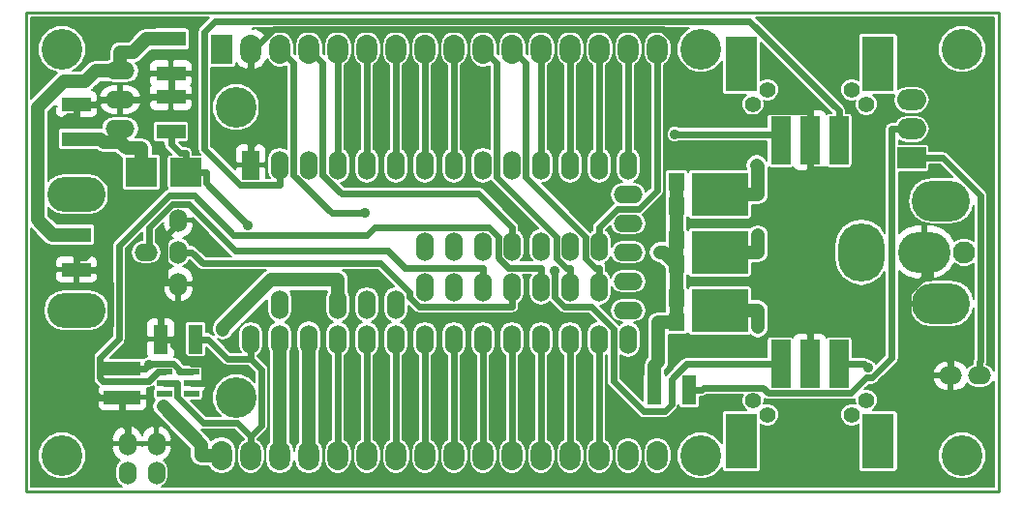
<source format=gbl>
G04 #@! TF.GenerationSoftware,KiCad,Pcbnew,5.0.0-rc2-dev-unknown-482fd86~64~ubuntu16.04.1*
G04 #@! TF.CreationDate,2018-04-24T12:51:52-04:00*
G04 #@! TF.ProjectId,modular_device_base_3x2,6D6F64756C61725F6465766963655F62,1.2*
G04 #@! TF.SameCoordinates,Original*
G04 #@! TF.FileFunction,Copper,L2,Bot,Signal*
G04 #@! TF.FilePolarity,Positive*
%FSLAX46Y46*%
G04 Gerber Fmt 4.6, Leading zero omitted, Abs format (unit mm)*
G04 Created by KiCad (PCBNEW 5.0.0-rc2-dev-unknown-482fd86~64~ubuntu16.04.1) date Tue Apr 24 12:51:52 2018*
%MOMM*%
%LPD*%
G01*
G04 APERTURE LIST*
%ADD10C,0.228600*%
%ADD11R,3.175000X1.270000*%
%ADD12C,3.556000*%
%ADD13O,1.854200X2.540000*%
%ADD14R,1.854200X2.540000*%
%ADD15O,2.032000X1.524000*%
%ADD16O,1.524000X2.032000*%
%ADD17R,2.540000X1.854200*%
%ADD18O,2.540000X1.854200*%
%ADD19R,2.710000X2.500000*%
%ADD20R,2.540000X1.270000*%
%ADD21O,2.540000X1.524000*%
%ADD22C,1.397000*%
%ADD23R,1.524000X2.540000*%
%ADD24O,1.524000X2.540000*%
%ADD25O,5.080000X3.048000*%
%ADD26R,2.794000X4.826000*%
%ADD27R,1.778000X4.191000*%
%ADD28C,1.930400*%
%ADD29O,4.572000X3.556000*%
%ADD30O,4.064000X5.080000*%
%ADD31O,5.080000X3.556000*%
%ADD32R,1.270000X2.540000*%
%ADD33R,4.960000X3.800000*%
%ADD34R,1.440000X1.600000*%
%ADD35R,1.330960X0.558800*%
%ADD36C,0.889000*%
%ADD37C,0.609600*%
%ADD38C,1.219200*%
%ADD39C,0.203200*%
G04 APERTURE END LIST*
D10*
X144145000Y-78740000D02*
X59055000Y-78740000D01*
X144145000Y-120650000D02*
X144145000Y-78740000D01*
X59055000Y-120650000D02*
X144145000Y-120650000D01*
X59055000Y-78740000D02*
X59055000Y-120650000D01*
D11*
X67513200Y-112395000D03*
X67513200Y-109855000D03*
D12*
X118110000Y-81915000D03*
X118110000Y-117475000D03*
X77470000Y-112395000D03*
X77470000Y-86995000D03*
D13*
X76200000Y-117475000D03*
X78740000Y-117475000D03*
X81280000Y-117475000D03*
X83820000Y-117475000D03*
X86360000Y-117475000D03*
X88900000Y-117475000D03*
X91440000Y-117475000D03*
X93980000Y-117475000D03*
X96520000Y-117475000D03*
X99060000Y-117475000D03*
X101600000Y-117475000D03*
X104140000Y-117475000D03*
X106680000Y-117475000D03*
X109220000Y-117475000D03*
X111760000Y-117475000D03*
X114300000Y-117475000D03*
X114300000Y-81915000D03*
X111760000Y-81915000D03*
X109220000Y-81915000D03*
X106680000Y-81915000D03*
X104140000Y-81915000D03*
X101600000Y-81915000D03*
X99060000Y-81915000D03*
X96520000Y-81915000D03*
X93980000Y-81915000D03*
X91440000Y-81915000D03*
X88900000Y-81915000D03*
X86360000Y-81915000D03*
X83820000Y-81915000D03*
D14*
X76200000Y-81915000D03*
D13*
X81280000Y-81915000D03*
X78740000Y-81915000D03*
D15*
X139954000Y-110490000D03*
X142494000Y-110490000D03*
D16*
X67945000Y-116459000D03*
X67945000Y-118999000D03*
X70485000Y-116459000D03*
X70485000Y-118999000D03*
D17*
X136525000Y-91440000D03*
D18*
X136525000Y-86360000D03*
X136525000Y-88900000D03*
D19*
X73060000Y-92710000D03*
X69180000Y-92710000D03*
D20*
X71755000Y-81026000D03*
X71755000Y-84074000D03*
X63500000Y-89789000D03*
X63500000Y-86741000D03*
D21*
X67310000Y-86360000D03*
X67310000Y-88900000D03*
X67310000Y-83820000D03*
D22*
X131318000Y-113919000D03*
X123952000Y-113919000D03*
D20*
X63500000Y-98171000D03*
X63500000Y-101219000D03*
X71755000Y-89154000D03*
X71755000Y-86106000D03*
D12*
X62230000Y-81915000D03*
X62230000Y-117475000D03*
X140970000Y-81915000D03*
D23*
X78740000Y-92075000D03*
D24*
X81280000Y-92075000D03*
X83820000Y-92075000D03*
X86360000Y-92075000D03*
X88900000Y-92075000D03*
X91440000Y-92075000D03*
X93980000Y-92075000D03*
X96520000Y-92075000D03*
X99060000Y-92075000D03*
X101600000Y-92075000D03*
X104140000Y-92075000D03*
X106680000Y-92075000D03*
X109220000Y-92075000D03*
X111760000Y-92075000D03*
X111760000Y-107315000D03*
X109220000Y-107315000D03*
X106680000Y-107315000D03*
X104140000Y-107315000D03*
X101600000Y-107315000D03*
X99060000Y-107315000D03*
X96520000Y-107315000D03*
X93980000Y-107315000D03*
X91440000Y-107315000D03*
X88900000Y-107315000D03*
X86360000Y-107315000D03*
X83820000Y-107315000D03*
X81280000Y-107315000D03*
X78740000Y-107315000D03*
D21*
X111760000Y-104775000D03*
X111760000Y-102235000D03*
X111760000Y-99695000D03*
X111760000Y-97155000D03*
X111760000Y-94615000D03*
D24*
X81280000Y-104267000D03*
X86360000Y-104267000D03*
X88900000Y-104267000D03*
X91440000Y-104267000D03*
X93980000Y-102743000D03*
X93980000Y-99187000D03*
X96520000Y-102743000D03*
X96520000Y-99187000D03*
X99060000Y-99187000D03*
X101600000Y-99187000D03*
X104140000Y-99187000D03*
X106680000Y-99187000D03*
X109220000Y-99187000D03*
X99060000Y-102743000D03*
X101600000Y-102743000D03*
X104140000Y-102743000D03*
X106680000Y-102743000D03*
X109220000Y-102743000D03*
D25*
X63500000Y-104775000D03*
X63500000Y-94615000D03*
D15*
X69596000Y-99695000D03*
D16*
X72390000Y-99695000D03*
X72390000Y-96901000D03*
X72390000Y-102489000D03*
D26*
X121640600Y-83185000D03*
X133629400Y-83185000D03*
D22*
X122682000Y-86741000D03*
X132588000Y-86741000D03*
D27*
X125095000Y-89916000D03*
X127635000Y-89916000D03*
X130175000Y-89916000D03*
D22*
X123952000Y-85471000D03*
X131318000Y-85471000D03*
D27*
X125095000Y-109474000D03*
X127635000Y-109474000D03*
X130175000Y-109474000D03*
D22*
X122682000Y-112649000D03*
X132588000Y-112649000D03*
D26*
X121640600Y-116205000D03*
X133629400Y-116205000D03*
D28*
X141147800Y-99695000D03*
D29*
X137642600Y-99695000D03*
D30*
X132156200Y-99695000D03*
D31*
X139141200Y-104190800D03*
X139141200Y-95199200D03*
D12*
X140970000Y-117475000D03*
D32*
X73914000Y-107315000D03*
X70866000Y-107315000D03*
D33*
X119765000Y-94615000D03*
D34*
X115965000Y-93550000D03*
X115965000Y-95680000D03*
D33*
X119765000Y-99695000D03*
D34*
X115965000Y-98630000D03*
X115965000Y-100760000D03*
D33*
X119765000Y-104775000D03*
D34*
X115965000Y-103710000D03*
X115965000Y-105840000D03*
D35*
X73588880Y-110175040D03*
X73588880Y-111125000D03*
X73588880Y-112074960D03*
X71191120Y-112074960D03*
X71191120Y-111125000D03*
X71191120Y-110175040D03*
D32*
X114046000Y-111760000D03*
X117094000Y-111760000D03*
D36*
X129734600Y-93103600D03*
X115855800Y-89356500D03*
X105343600Y-101323700D03*
X132779700Y-109817500D03*
X123108900Y-98220000D03*
X122997600Y-92075000D03*
X78512300Y-97331000D03*
X71092700Y-113218300D03*
X76297300Y-106474700D03*
X88726600Y-96248300D03*
X114530900Y-99695000D03*
X123108900Y-106250000D03*
X69813200Y-109543200D03*
D37*
X72390000Y-102235000D02*
X71198200Y-102235000D01*
X71755000Y-86106000D02*
X70055200Y-86106000D01*
X71755000Y-86106000D02*
X71755000Y-84074000D01*
X67945000Y-116459000D02*
X67945000Y-115013200D01*
X139954000Y-110490000D02*
X139954000Y-109298200D01*
X70866000Y-107315000D02*
X70866000Y-105615200D01*
X70866000Y-102567200D02*
X71198200Y-102235000D01*
X70866000Y-105615200D02*
X70866000Y-102567200D01*
X71198200Y-98346800D02*
X72390000Y-97155000D01*
X71198200Y-102235000D02*
X71198200Y-98346800D01*
X138150600Y-99695000D02*
X138150600Y-101902800D01*
X137547200Y-101902800D02*
X138150600Y-101902800D01*
X136191700Y-103258300D02*
X137547200Y-101902800D01*
X136191700Y-105535900D02*
X136191700Y-103258300D01*
X139954000Y-109298200D02*
X136191700Y-105535900D01*
X127635000Y-89916000D02*
X127635000Y-92441300D01*
X129072300Y-92441300D02*
X129734600Y-93103600D01*
X127635000Y-92441300D02*
X129072300Y-92441300D01*
X127635000Y-95203200D02*
X127635000Y-109474000D01*
X129734600Y-93103600D02*
X127635000Y-95203200D01*
X64298600Y-100154200D02*
X63500000Y-100154200D01*
X66494500Y-97958300D02*
X64298600Y-100154200D01*
X66494500Y-93797600D02*
X66494500Y-97958300D01*
X64871300Y-92174400D02*
X66494500Y-93797600D01*
X63105000Y-92174400D02*
X64871300Y-92174400D01*
X61670800Y-90740200D02*
X63105000Y-92174400D01*
X61670800Y-88836400D02*
X61670800Y-90740200D01*
X62701400Y-87805800D02*
X61670800Y-88836400D01*
X63500000Y-87805800D02*
X62701400Y-87805800D01*
X63500000Y-86741000D02*
X63500000Y-87805800D01*
X63500000Y-101219000D02*
X63500000Y-100154200D01*
X63500000Y-101219000D02*
X65199800Y-101219000D01*
X67513200Y-114581400D02*
X67513200Y-112395000D01*
X67945000Y-115013200D02*
X67513200Y-114581400D01*
X67513200Y-112395000D02*
X65495900Y-112395000D01*
X71930800Y-107847400D02*
X71930800Y-107315000D01*
X73546800Y-109463400D02*
X71930800Y-107847400D01*
X74424400Y-109463400D02*
X73546800Y-109463400D01*
X74684200Y-109723200D02*
X74424400Y-109463400D01*
X74684200Y-111125000D02*
X74684200Y-109723200D01*
X73588900Y-111125000D02*
X74684200Y-111125000D01*
X70866000Y-107315000D02*
X71930800Y-107315000D01*
X79658700Y-84533500D02*
X78740000Y-83614800D01*
X79658700Y-89456500D02*
X79658700Y-84533500D01*
X78740000Y-90375200D02*
X79658700Y-89456500D01*
X78740000Y-92075000D02*
X78740000Y-90375200D01*
X64754600Y-111653700D02*
X65495900Y-112395000D01*
X64754600Y-107768100D02*
X64754600Y-111653700D01*
X66446800Y-106075900D02*
X64754600Y-107768100D01*
X66446800Y-102466000D02*
X66446800Y-106075900D01*
X65199800Y-101219000D02*
X66446800Y-102466000D01*
X78740000Y-81915000D02*
X78740000Y-82322000D01*
X78740000Y-82322000D02*
X78740000Y-83614800D01*
X123595500Y-87390700D02*
X127635000Y-87390700D01*
X123139900Y-87846300D02*
X123595500Y-87390700D01*
X120899800Y-87846300D02*
X123139900Y-87846300D01*
X115774800Y-82721300D02*
X120899800Y-87846300D01*
X115774800Y-81152300D02*
X115774800Y-82721300D01*
X114802000Y-80179500D02*
X115774800Y-81152300D01*
X80786200Y-80179500D02*
X114802000Y-80179500D01*
X78740000Y-82225700D02*
X80786200Y-80179500D01*
X78740000Y-82322000D02*
X78740000Y-82225700D01*
X127635000Y-89916000D02*
X127635000Y-87390700D01*
X69801200Y-86360000D02*
X67310000Y-86360000D01*
X70055200Y-86106000D02*
X69801200Y-86360000D01*
X65580800Y-86360000D02*
X65199800Y-86741000D01*
X67310000Y-86360000D02*
X65580800Y-86360000D01*
X63500000Y-86741000D02*
X65199800Y-86741000D01*
X77802700Y-93774800D02*
X81280000Y-93774800D01*
X74690500Y-90662600D02*
X77802700Y-93774800D01*
X74690500Y-80389700D02*
X74690500Y-90662600D01*
X75612300Y-79467900D02*
X74690500Y-80389700D01*
X122345300Y-79467900D02*
X75612300Y-79467900D01*
X130175000Y-87297600D02*
X122345300Y-79467900D01*
X130175000Y-89916000D02*
X130175000Y-87297600D01*
X81280000Y-92075000D02*
X81280000Y-93774800D01*
X124535500Y-89356500D02*
X115855800Y-89356500D01*
X125095000Y-89916000D02*
X124535500Y-89356500D01*
X105343600Y-103619200D02*
X105343600Y-101323700D01*
X106164500Y-104440100D02*
X105343600Y-103619200D01*
X108506100Y-104440100D02*
X106164500Y-104440100D01*
X110490000Y-106424000D02*
X108506100Y-104440100D01*
X110490000Y-110977900D02*
X110490000Y-106424000D01*
X113106600Y-113594500D02*
X110490000Y-110977900D01*
X114951300Y-113594500D02*
X113106600Y-113594500D01*
X115548900Y-112996900D02*
X114951300Y-113594500D01*
X115548900Y-110790000D02*
X115548900Y-112996900D01*
X116864900Y-109474000D02*
X115548900Y-110790000D01*
X125095000Y-109474000D02*
X116864900Y-109474000D01*
X132436200Y-109474000D02*
X132779700Y-109817500D01*
X130175000Y-109474000D02*
X132436200Y-109474000D01*
D38*
X63500000Y-89789000D02*
X65633900Y-89789000D01*
X67310000Y-88900000D02*
X67310000Y-90031300D01*
X67874800Y-90596100D02*
X69180000Y-90596100D01*
X67310000Y-90031300D02*
X67874800Y-90596100D01*
X69180000Y-92710000D02*
X69180000Y-90596100D01*
X65876200Y-90031300D02*
X67310000Y-90031300D01*
X65633900Y-89789000D02*
X65876200Y-90031300D01*
X123108900Y-99695000D02*
X123108900Y-98220000D01*
X119765000Y-99695000D02*
X123108900Y-99695000D01*
X119765000Y-94615000D02*
X123108900Y-94615000D01*
X123108900Y-92186300D02*
X122997600Y-92075000D01*
X123108900Y-94615000D02*
X123108900Y-92186300D01*
D37*
X78740000Y-117475000D02*
X78740000Y-115775200D01*
X71191100Y-111125000D02*
X72286400Y-111125000D01*
X72566400Y-91030200D02*
X71755000Y-90218800D01*
X73060000Y-91030200D02*
X72566400Y-91030200D01*
X71755000Y-89154000D02*
X71755000Y-90218800D01*
X73060000Y-92710000D02*
X73060000Y-91030200D01*
X78740000Y-107315000D02*
X78740000Y-109014800D01*
X72286400Y-112311900D02*
X72286400Y-111125000D01*
X74571200Y-114596700D02*
X72286400Y-112311900D01*
X77561500Y-114596700D02*
X74571200Y-114596700D01*
X78740000Y-115775200D02*
X77561500Y-114596700D01*
X73060000Y-92710000D02*
X74844800Y-92710000D01*
X74844800Y-93663500D02*
X78512300Y-97331000D01*
X74844800Y-92710000D02*
X74844800Y-93663500D01*
X79663200Y-114852000D02*
X78740000Y-115775200D01*
X79663200Y-109938000D02*
X79663200Y-114852000D01*
X78740000Y-109014800D02*
X79663200Y-109938000D01*
X76678600Y-109014800D02*
X74978800Y-107315000D01*
X78740000Y-109014800D02*
X76678600Y-109014800D01*
X73914000Y-107315000D02*
X74978800Y-107315000D01*
X86360000Y-92075000D02*
X86360000Y-81915000D01*
X88900000Y-92075000D02*
X88900000Y-81915000D01*
X91440000Y-92075000D02*
X91440000Y-81915000D01*
X93980000Y-92075000D02*
X93980000Y-81915000D01*
X96520000Y-81915000D02*
X96520000Y-92075000D01*
X104140000Y-90375200D02*
X104140000Y-83614800D01*
X104140000Y-92075000D02*
X104140000Y-90375200D01*
X104140000Y-81915000D02*
X104140000Y-83614800D01*
X106680000Y-92075000D02*
X106680000Y-81915000D01*
X109220000Y-92075000D02*
X109220000Y-81915000D01*
X111760000Y-83614800D02*
X111760000Y-90375200D01*
X111760000Y-81915000D02*
X111760000Y-83614800D01*
X111760000Y-92075000D02*
X111760000Y-90375200D01*
X109220000Y-107315000D02*
X109220000Y-109014800D01*
X109220000Y-117475000D02*
X109220000Y-115775200D01*
X109220000Y-109014800D02*
X109220000Y-115775200D01*
X106680000Y-107315000D02*
X106680000Y-117475000D01*
X104140000Y-107315000D02*
X104140000Y-117475000D01*
X101600000Y-107315000D02*
X101600000Y-117475000D01*
X99060000Y-107315000D02*
X99060000Y-117475000D01*
X96520000Y-107315000D02*
X96520000Y-117475000D01*
X93980000Y-107315000D02*
X93980000Y-117475000D01*
X91440000Y-107315000D02*
X91440000Y-117475000D01*
X88900000Y-107315000D02*
X88900000Y-117475000D01*
X86360000Y-115775200D02*
X86360000Y-109014800D01*
X86360000Y-117475000D02*
X86360000Y-115775200D01*
X86360000Y-107315000D02*
X86360000Y-109014800D01*
D38*
X83820000Y-107315000D02*
X83820000Y-117475000D01*
X81280000Y-107315000D02*
X81280000Y-117475000D01*
X86360000Y-104775000D02*
X86360000Y-102133100D01*
X76297300Y-106335600D02*
X76297300Y-106474700D01*
X80499800Y-102133100D02*
X76297300Y-106335600D01*
X86360000Y-102133100D02*
X80499800Y-102133100D01*
X74409000Y-116534600D02*
X71092700Y-113218300D01*
X74409000Y-117475000D02*
X74409000Y-116534600D01*
X76200000Y-117475000D02*
X74409000Y-117475000D01*
D37*
X82486100Y-83121100D02*
X81280000Y-81915000D01*
X82486100Y-92908400D02*
X82486100Y-83121100D01*
X85826000Y-96248300D02*
X82486100Y-92908400D01*
X88726600Y-96248300D02*
X85826000Y-96248300D01*
X101600000Y-99695000D02*
X101600000Y-97487200D01*
X85026100Y-83121100D02*
X83820000Y-81915000D01*
X85026100Y-92917700D02*
X85026100Y-83121100D01*
X86669700Y-94561300D02*
X85026100Y-92917700D01*
X98674100Y-94561300D02*
X86669700Y-94561300D01*
X101600000Y-97487200D02*
X98674100Y-94561300D01*
X100266100Y-83121100D02*
X99060000Y-81915000D01*
X100266100Y-93140400D02*
X100266100Y-83121100D01*
X105488200Y-98362500D02*
X100266100Y-93140400D01*
X105488200Y-100223900D02*
X105488200Y-98362500D01*
X106307500Y-101043200D02*
X105488200Y-100223900D01*
X106680000Y-101043200D02*
X106307500Y-101043200D01*
X106680000Y-102235000D02*
X106680000Y-101043200D01*
X102806100Y-83121100D02*
X101600000Y-81915000D01*
X102806100Y-93120300D02*
X102806100Y-83121100D01*
X108028200Y-98342400D02*
X102806100Y-93120300D01*
X108028200Y-100223900D02*
X108028200Y-98342400D01*
X108847500Y-101043200D02*
X108028200Y-100223900D01*
X109220000Y-101043200D02*
X108847500Y-101043200D01*
X109220000Y-102235000D02*
X109220000Y-101043200D01*
X109220000Y-99695000D02*
X109220000Y-97487200D01*
X114300000Y-81915000D02*
X114300000Y-83614800D01*
X110822200Y-95885000D02*
X109220000Y-97487200D01*
X112680000Y-95885000D02*
X110822200Y-95885000D01*
X114300000Y-94265000D02*
X112680000Y-95885000D01*
X114300000Y-83614800D02*
X114300000Y-94265000D01*
X99060000Y-102235000D02*
X99060000Y-101043200D01*
X92202600Y-101043200D02*
X99060000Y-101043200D01*
X90752700Y-99593300D02*
X92202600Y-101043200D01*
X77415000Y-99593300D02*
X90752700Y-99593300D01*
X73298100Y-95476400D02*
X77415000Y-99593300D01*
X71893100Y-95476400D02*
X73298100Y-95476400D01*
X69850000Y-97519500D02*
X71893100Y-95476400D01*
X69850000Y-99695000D02*
X69850000Y-97519500D01*
X101600000Y-102235000D02*
X101600000Y-104442800D01*
X72390000Y-99695000D02*
X73581800Y-99695000D01*
X93459000Y-104442800D02*
X101600000Y-104442800D01*
X92608800Y-103592600D02*
X93459000Y-104442800D01*
X92608800Y-103216600D02*
X92608800Y-103592600D01*
X90052500Y-100660300D02*
X92608800Y-103216600D01*
X74547100Y-100660300D02*
X90052500Y-100660300D01*
X73581800Y-99695000D02*
X74547100Y-100660300D01*
D38*
X115965000Y-100760000D02*
X115965000Y-103710000D01*
X115965000Y-98630000D02*
X115965000Y-100760000D01*
X115965000Y-93550000D02*
X115965000Y-95680000D01*
X115965000Y-95680000D02*
X115965000Y-98630000D01*
X115965000Y-103710000D02*
X115965000Y-105840000D01*
X68453000Y-82194100D02*
X69621100Y-81026000D01*
X67310000Y-82194100D02*
X68453000Y-82194100D01*
X67310000Y-83820000D02*
X67310000Y-82194100D01*
X71755000Y-81026000D02*
X69621100Y-81026000D01*
X64262100Y-84734000D02*
X65176100Y-83820000D01*
X62365400Y-84734000D02*
X64262100Y-84734000D01*
X60074400Y-87025000D02*
X62365400Y-84734000D01*
X60074400Y-96879300D02*
X60074400Y-87025000D01*
X61366100Y-98171000D02*
X60074400Y-96879300D01*
X63500000Y-98171000D02*
X61366100Y-98171000D01*
X67310000Y-83820000D02*
X65176100Y-83820000D01*
X114046000Y-111760000D02*
X114046000Y-109626100D01*
X114381100Y-109291000D02*
X114046000Y-109626100D01*
X114381100Y-105840000D02*
X114381100Y-109291000D01*
X115965000Y-105840000D02*
X114381100Y-105840000D01*
X114900000Y-99695000D02*
X114530900Y-99695000D01*
X115965000Y-100760000D02*
X114900000Y-99695000D01*
X123108900Y-104775000D02*
X123108900Y-106250000D01*
X119765000Y-104775000D02*
X123108900Y-104775000D01*
D37*
X73588900Y-110175000D02*
X72493600Y-110175000D01*
X67513200Y-109855000D02*
X69530500Y-109855000D01*
X69813200Y-109572300D02*
X69813200Y-109543200D01*
X69530500Y-109855000D02*
X69813200Y-109572300D01*
X69893000Y-109463400D02*
X69813200Y-109543200D01*
X72000000Y-109463400D02*
X69893000Y-109463400D01*
X72493600Y-109957000D02*
X72000000Y-109463400D01*
X72493600Y-110175000D02*
X72493600Y-109957000D01*
X101274800Y-101043200D02*
X104140000Y-101043200D01*
X100392200Y-100160600D02*
X101274800Y-101043200D01*
X100392200Y-98330100D02*
X100392200Y-100160600D01*
X99563600Y-97501500D02*
X100392200Y-98330100D01*
X89586600Y-97501500D02*
X99563600Y-97501500D01*
X88903700Y-98184400D02*
X89586600Y-97501500D01*
X77231200Y-98184400D02*
X88903700Y-98184400D01*
X73792000Y-94745200D02*
X77231200Y-98184400D01*
X71613000Y-94745200D02*
X73792000Y-94745200D01*
X67196700Y-99161500D02*
X71613000Y-94745200D01*
X67196700Y-107295900D02*
X67196700Y-99161500D01*
X65518900Y-108973700D02*
X67196700Y-107295900D01*
X65518900Y-110678500D02*
X65518900Y-108973700D01*
X65805200Y-110964800D02*
X65518900Y-110678500D01*
X69831200Y-110964800D02*
X65805200Y-110964800D01*
X70621000Y-110175000D02*
X69831200Y-110964800D01*
X71191100Y-110175000D02*
X70621000Y-110175000D01*
X104140000Y-102235000D02*
X104140000Y-101043200D01*
X142577200Y-109215000D02*
X142494000Y-109298200D01*
X142577200Y-94750000D02*
X142577200Y-109215000D01*
X139267200Y-91440000D02*
X142577200Y-94750000D01*
X136525000Y-91440000D02*
X139267200Y-91440000D01*
X142494000Y-110490000D02*
X142494000Y-109298200D01*
X117094000Y-111760000D02*
X118158800Y-111760000D01*
X136525000Y-88900000D02*
X134825200Y-88900000D01*
X134825200Y-108975900D02*
X134825200Y-88900000D01*
X133132400Y-110668700D02*
X134825200Y-108975900D01*
X132557700Y-110668700D02*
X133132400Y-110668700D01*
X131227100Y-111999300D02*
X132557700Y-110668700D01*
X124023500Y-111999300D02*
X131227100Y-111999300D01*
X123563700Y-111539500D02*
X124023500Y-111999300D01*
X118379300Y-111539500D02*
X123563700Y-111539500D01*
X118158800Y-111760000D02*
X118379300Y-111539500D01*
D39*
G36*
X74259448Y-79958648D02*
X74127303Y-80156416D01*
X74080900Y-80389700D01*
X74080900Y-90662600D01*
X74127303Y-90895884D01*
X74259448Y-91093652D01*
X74315025Y-91149229D01*
X73669600Y-91149229D01*
X73669600Y-91030200D01*
X73623197Y-90796916D01*
X73491052Y-90599148D01*
X73293284Y-90467003D01*
X73060000Y-90420600D01*
X72818904Y-90420600D01*
X72498075Y-90099771D01*
X73025000Y-90099771D01*
X73143927Y-90076115D01*
X73244748Y-90008748D01*
X73312115Y-89907927D01*
X73335771Y-89789000D01*
X73335771Y-88519000D01*
X73312115Y-88400073D01*
X73244748Y-88299252D01*
X73143927Y-88231885D01*
X73025000Y-88208229D01*
X70485000Y-88208229D01*
X70366073Y-88231885D01*
X70265252Y-88299252D01*
X70197885Y-88400073D01*
X70174229Y-88519000D01*
X70174229Y-89789000D01*
X70197885Y-89907927D01*
X70265252Y-90008748D01*
X70366073Y-90076115D01*
X70485000Y-90099771D01*
X71145400Y-90099771D01*
X71145400Y-90218800D01*
X71191803Y-90452084D01*
X71323948Y-90649852D01*
X71823325Y-91149229D01*
X71705000Y-91149229D01*
X71586073Y-91172885D01*
X71485252Y-91240252D01*
X71417885Y-91341073D01*
X71394229Y-91460000D01*
X71394229Y-93960000D01*
X71417885Y-94078927D01*
X71474201Y-94163209D01*
X71391053Y-94179748D01*
X71379716Y-94182003D01*
X71181947Y-94314148D01*
X66765648Y-98730448D01*
X66633503Y-98928216D01*
X66587100Y-99161500D01*
X66587100Y-107043395D01*
X65087848Y-108542648D01*
X64955703Y-108740416D01*
X64909300Y-108973700D01*
X64909300Y-110678500D01*
X64955703Y-110911784D01*
X65087848Y-111109552D01*
X65374147Y-111395852D01*
X65407482Y-111418126D01*
X65316100Y-111638743D01*
X65316100Y-112090200D01*
X65468500Y-112242600D01*
X67360800Y-112242600D01*
X67360800Y-112222600D01*
X67665600Y-112222600D01*
X67665600Y-112242600D01*
X69557900Y-112242600D01*
X69710300Y-112090200D01*
X69710300Y-111638743D01*
X69683648Y-111574400D01*
X69831200Y-111574400D01*
X70064484Y-111527997D01*
X70218927Y-111424801D01*
X70238525Y-111523327D01*
X70289743Y-111599980D01*
X70238525Y-111676633D01*
X70214869Y-111795560D01*
X70214869Y-112354360D01*
X70238525Y-112473287D01*
X70305892Y-112574108D01*
X70360309Y-112610469D01*
X70200971Y-112848934D01*
X70127501Y-113218300D01*
X70200971Y-113587666D01*
X70410201Y-113900799D01*
X73443800Y-116934399D01*
X73443800Y-117475000D01*
X73517271Y-117844366D01*
X73726501Y-118157499D01*
X74039634Y-118366729D01*
X74409000Y-118440200D01*
X75081480Y-118440200D01*
X75292994Y-118756753D01*
X75709132Y-119034807D01*
X76200000Y-119132447D01*
X76690868Y-119034807D01*
X77107006Y-118756753D01*
X77385060Y-118340615D01*
X77482700Y-117849747D01*
X77482700Y-117100253D01*
X77385060Y-116609385D01*
X77107006Y-116193247D01*
X76690868Y-115915193D01*
X76200000Y-115817553D01*
X75709132Y-115915193D01*
X75304740Y-116185399D01*
X75300729Y-116165234D01*
X75300729Y-116165233D01*
X75091499Y-115852100D01*
X74414537Y-115175138D01*
X74571200Y-115206300D01*
X77308996Y-115206300D01*
X78130400Y-116027705D01*
X78130400Y-116055444D01*
X77868915Y-116230163D01*
X77601873Y-116629820D01*
X77508100Y-117101248D01*
X77508100Y-117848752D01*
X77601873Y-118320180D01*
X77868915Y-118719837D01*
X78268572Y-118986879D01*
X78740000Y-119080652D01*
X79211428Y-118986879D01*
X79611085Y-118719837D01*
X79878127Y-118320180D01*
X79971900Y-117848752D01*
X79971900Y-117101248D01*
X79878127Y-116629820D01*
X79611085Y-116230163D01*
X79349600Y-116055444D01*
X79349600Y-116027704D01*
X80094252Y-115283052D01*
X80226397Y-115085284D01*
X80272800Y-114852000D01*
X80272800Y-109938000D01*
X80226397Y-109704716D01*
X80094252Y-109506948D01*
X79349600Y-108762296D01*
X79349600Y-108704907D01*
X79494342Y-108608194D01*
X79725595Y-108262099D01*
X79806800Y-107853852D01*
X79806800Y-106776148D01*
X79725595Y-106367901D01*
X79494342Y-106021806D01*
X79148247Y-105790553D01*
X78740000Y-105709348D01*
X78331753Y-105790553D01*
X77985658Y-106021806D01*
X77754405Y-106367901D01*
X77673200Y-106776148D01*
X77673200Y-107853852D01*
X77754405Y-108262099D01*
X77850022Y-108405200D01*
X76931104Y-108405200D01*
X75820643Y-107294739D01*
X75927934Y-107366429D01*
X76297300Y-107439900D01*
X76666666Y-107366429D01*
X76979799Y-107157199D01*
X77189029Y-106844066D01*
X77197768Y-106800130D01*
X80162400Y-103835499D01*
X80162400Y-104806847D01*
X80247472Y-105234534D01*
X80489737Y-105597110D01*
X80779915Y-105791000D01*
X80489737Y-105984890D01*
X80247472Y-106347466D01*
X80162400Y-106775153D01*
X80162400Y-107854847D01*
X80247472Y-108282534D01*
X80314800Y-108383298D01*
X80314800Y-116280341D01*
X80094940Y-116609385D01*
X79997300Y-117100253D01*
X79997300Y-117849747D01*
X80094940Y-118340615D01*
X80372994Y-118756753D01*
X80789132Y-119034807D01*
X81280000Y-119132447D01*
X81770868Y-119034807D01*
X82187006Y-118756753D01*
X82465060Y-118340615D01*
X82550000Y-117913594D01*
X82634940Y-118340615D01*
X82912994Y-118756753D01*
X83329132Y-119034807D01*
X83820000Y-119132447D01*
X84310868Y-119034807D01*
X84727006Y-118756753D01*
X85005060Y-118340615D01*
X85102700Y-117849747D01*
X85102700Y-117100253D01*
X85005060Y-116609385D01*
X84785200Y-116280341D01*
X84785200Y-108383298D01*
X84852528Y-108282534D01*
X84937600Y-107854847D01*
X84937600Y-106775153D01*
X84852528Y-106347466D01*
X84610263Y-105984890D01*
X84247687Y-105742625D01*
X83820000Y-105657553D01*
X83392313Y-105742625D01*
X83029737Y-105984890D01*
X82787472Y-106347466D01*
X82702400Y-106775153D01*
X82702400Y-107854847D01*
X82787472Y-108282534D01*
X82854800Y-108383298D01*
X82854800Y-116280341D01*
X82634940Y-116609385D01*
X82550000Y-117036406D01*
X82465060Y-116609385D01*
X82245200Y-116280341D01*
X82245200Y-108383298D01*
X82312528Y-108282534D01*
X82397600Y-107854847D01*
X82397600Y-106775153D01*
X82312528Y-106347466D01*
X82070263Y-105984890D01*
X81780085Y-105791000D01*
X82070263Y-105597110D01*
X82312528Y-105234534D01*
X82397600Y-104806847D01*
X82397600Y-103727153D01*
X82312528Y-103299466D01*
X82178113Y-103098300D01*
X85394800Y-103098300D01*
X85394800Y-103198702D01*
X85327472Y-103299466D01*
X85242400Y-103727153D01*
X85242400Y-104806847D01*
X85327472Y-105234534D01*
X85569737Y-105597110D01*
X85905499Y-105821459D01*
X85605658Y-106021806D01*
X85374405Y-106367901D01*
X85293200Y-106776148D01*
X85293200Y-107853852D01*
X85374405Y-108262099D01*
X85605658Y-108608194D01*
X85750400Y-108704907D01*
X85750400Y-116055444D01*
X85488915Y-116230163D01*
X85221873Y-116629820D01*
X85128100Y-117101248D01*
X85128100Y-117848752D01*
X85221873Y-118320180D01*
X85488915Y-118719837D01*
X85888572Y-118986879D01*
X86360000Y-119080652D01*
X86831428Y-118986879D01*
X87231085Y-118719837D01*
X87498127Y-118320180D01*
X87591900Y-117848752D01*
X87591900Y-117101248D01*
X87668100Y-117101248D01*
X87668100Y-117848752D01*
X87761873Y-118320180D01*
X88028915Y-118719837D01*
X88428572Y-118986879D01*
X88900000Y-119080652D01*
X89371428Y-118986879D01*
X89771085Y-118719837D01*
X90038127Y-118320180D01*
X90131900Y-117848752D01*
X90131900Y-117101248D01*
X90038127Y-116629820D01*
X89771085Y-116230163D01*
X89509600Y-116055444D01*
X89509600Y-108704907D01*
X89654342Y-108608194D01*
X89885595Y-108262099D01*
X89966800Y-107853852D01*
X89966800Y-106776148D01*
X89885595Y-106367901D01*
X89654342Y-106021806D01*
X89308916Y-105791000D01*
X89654342Y-105560194D01*
X89885595Y-105214099D01*
X89966800Y-104805852D01*
X89966800Y-103728148D01*
X89885595Y-103319901D01*
X89654342Y-102973806D01*
X89308247Y-102742553D01*
X88900000Y-102661348D01*
X88491753Y-102742553D01*
X88145658Y-102973806D01*
X87914405Y-103319901D01*
X87833200Y-103728148D01*
X87833200Y-104805852D01*
X87914405Y-105214099D01*
X88145658Y-105560194D01*
X88491084Y-105791000D01*
X88145658Y-106021806D01*
X87914405Y-106367901D01*
X87833200Y-106776148D01*
X87833200Y-107853852D01*
X87914405Y-108262099D01*
X88145658Y-108608194D01*
X88290400Y-108704907D01*
X88290400Y-116055444D01*
X88028915Y-116230163D01*
X87761873Y-116629820D01*
X87668100Y-117101248D01*
X87591900Y-117101248D01*
X87498127Y-116629820D01*
X87231085Y-116230163D01*
X86969600Y-116055444D01*
X86969600Y-108704907D01*
X87114342Y-108608194D01*
X87345595Y-108262099D01*
X87426800Y-107853852D01*
X87426800Y-106776148D01*
X87345595Y-106367901D01*
X87114342Y-106021806D01*
X86814501Y-105821459D01*
X87150263Y-105597110D01*
X87392528Y-105234534D01*
X87477600Y-104806847D01*
X87477600Y-103727153D01*
X87392528Y-103299466D01*
X87325200Y-103198702D01*
X87325200Y-102133100D01*
X87251729Y-101763734D01*
X87042499Y-101450601D01*
X86772062Y-101269900D01*
X89799996Y-101269900D01*
X91232682Y-102702586D01*
X91031753Y-102742553D01*
X90685658Y-102973806D01*
X90454405Y-103319901D01*
X90373200Y-103728148D01*
X90373200Y-104805852D01*
X90454405Y-105214099D01*
X90685658Y-105560194D01*
X91031084Y-105791000D01*
X90685658Y-106021806D01*
X90454405Y-106367901D01*
X90373200Y-106776148D01*
X90373200Y-107853852D01*
X90454405Y-108262099D01*
X90685658Y-108608194D01*
X90830400Y-108704907D01*
X90830400Y-116055444D01*
X90568915Y-116230163D01*
X90301873Y-116629820D01*
X90208100Y-117101248D01*
X90208100Y-117848752D01*
X90301873Y-118320180D01*
X90568915Y-118719837D01*
X90968572Y-118986879D01*
X91440000Y-119080652D01*
X91911428Y-118986879D01*
X92311085Y-118719837D01*
X92578127Y-118320180D01*
X92671900Y-117848752D01*
X92671900Y-117101248D01*
X92748100Y-117101248D01*
X92748100Y-117848752D01*
X92841873Y-118320180D01*
X93108915Y-118719837D01*
X93508572Y-118986879D01*
X93980000Y-119080652D01*
X94451428Y-118986879D01*
X94851085Y-118719837D01*
X95118127Y-118320180D01*
X95211900Y-117848752D01*
X95211900Y-117101248D01*
X95288100Y-117101248D01*
X95288100Y-117848752D01*
X95381873Y-118320180D01*
X95648915Y-118719837D01*
X96048572Y-118986879D01*
X96520000Y-119080652D01*
X96991428Y-118986879D01*
X97391085Y-118719837D01*
X97658127Y-118320180D01*
X97751900Y-117848752D01*
X97751900Y-117101248D01*
X97828100Y-117101248D01*
X97828100Y-117848752D01*
X97921873Y-118320180D01*
X98188915Y-118719837D01*
X98588572Y-118986879D01*
X99060000Y-119080652D01*
X99531428Y-118986879D01*
X99931085Y-118719837D01*
X100198127Y-118320180D01*
X100291900Y-117848752D01*
X100291900Y-117101248D01*
X100368100Y-117101248D01*
X100368100Y-117848752D01*
X100461873Y-118320180D01*
X100728915Y-118719837D01*
X101128572Y-118986879D01*
X101600000Y-119080652D01*
X102071428Y-118986879D01*
X102471085Y-118719837D01*
X102738127Y-118320180D01*
X102831900Y-117848752D01*
X102831900Y-117101248D01*
X102908100Y-117101248D01*
X102908100Y-117848752D01*
X103001873Y-118320180D01*
X103268915Y-118719837D01*
X103668572Y-118986879D01*
X104140000Y-119080652D01*
X104611428Y-118986879D01*
X105011085Y-118719837D01*
X105278127Y-118320180D01*
X105371900Y-117848752D01*
X105371900Y-117101248D01*
X105448100Y-117101248D01*
X105448100Y-117848752D01*
X105541873Y-118320180D01*
X105808915Y-118719837D01*
X106208572Y-118986879D01*
X106680000Y-119080652D01*
X107151428Y-118986879D01*
X107551085Y-118719837D01*
X107818127Y-118320180D01*
X107911900Y-117848752D01*
X107911900Y-117101248D01*
X107818127Y-116629820D01*
X107551085Y-116230163D01*
X107289600Y-116055444D01*
X107289600Y-108704907D01*
X107434342Y-108608194D01*
X107665595Y-108262099D01*
X107746800Y-107853852D01*
X107746800Y-106776148D01*
X107665595Y-106367901D01*
X107434342Y-106021806D01*
X107088247Y-105790553D01*
X106680000Y-105709348D01*
X106271753Y-105790553D01*
X105925658Y-106021806D01*
X105694405Y-106367901D01*
X105613200Y-106776148D01*
X105613200Y-107853852D01*
X105694405Y-108262099D01*
X105925658Y-108608194D01*
X106070400Y-108704907D01*
X106070400Y-116055444D01*
X105808915Y-116230163D01*
X105541873Y-116629820D01*
X105448100Y-117101248D01*
X105371900Y-117101248D01*
X105278127Y-116629820D01*
X105011085Y-116230163D01*
X104749600Y-116055444D01*
X104749600Y-108704907D01*
X104894342Y-108608194D01*
X105125595Y-108262099D01*
X105206800Y-107853852D01*
X105206800Y-106776148D01*
X105125595Y-106367901D01*
X104894342Y-106021806D01*
X104548247Y-105790553D01*
X104140000Y-105709348D01*
X103731753Y-105790553D01*
X103385658Y-106021806D01*
X103154405Y-106367901D01*
X103073200Y-106776148D01*
X103073200Y-107853852D01*
X103154405Y-108262099D01*
X103385658Y-108608194D01*
X103530400Y-108704907D01*
X103530400Y-116055444D01*
X103268915Y-116230163D01*
X103001873Y-116629820D01*
X102908100Y-117101248D01*
X102831900Y-117101248D01*
X102738127Y-116629820D01*
X102471085Y-116230163D01*
X102209600Y-116055444D01*
X102209600Y-108704907D01*
X102354342Y-108608194D01*
X102585595Y-108262099D01*
X102666800Y-107853852D01*
X102666800Y-106776148D01*
X102585595Y-106367901D01*
X102354342Y-106021806D01*
X102008247Y-105790553D01*
X101600000Y-105709348D01*
X101191753Y-105790553D01*
X100845658Y-106021806D01*
X100614405Y-106367901D01*
X100533200Y-106776148D01*
X100533200Y-107853852D01*
X100614405Y-108262099D01*
X100845658Y-108608194D01*
X100990400Y-108704907D01*
X100990400Y-116055444D01*
X100728915Y-116230163D01*
X100461873Y-116629820D01*
X100368100Y-117101248D01*
X100291900Y-117101248D01*
X100198127Y-116629820D01*
X99931085Y-116230163D01*
X99669600Y-116055444D01*
X99669600Y-108704907D01*
X99814342Y-108608194D01*
X100045595Y-108262099D01*
X100126800Y-107853852D01*
X100126800Y-106776148D01*
X100045595Y-106367901D01*
X99814342Y-106021806D01*
X99468247Y-105790553D01*
X99060000Y-105709348D01*
X98651753Y-105790553D01*
X98305658Y-106021806D01*
X98074405Y-106367901D01*
X97993200Y-106776148D01*
X97993200Y-107853852D01*
X98074405Y-108262099D01*
X98305658Y-108608194D01*
X98450400Y-108704907D01*
X98450400Y-116055444D01*
X98188915Y-116230163D01*
X97921873Y-116629820D01*
X97828100Y-117101248D01*
X97751900Y-117101248D01*
X97658127Y-116629820D01*
X97391085Y-116230163D01*
X97129600Y-116055444D01*
X97129600Y-108704907D01*
X97274342Y-108608194D01*
X97505595Y-108262099D01*
X97586800Y-107853852D01*
X97586800Y-106776148D01*
X97505595Y-106367901D01*
X97274342Y-106021806D01*
X96928247Y-105790553D01*
X96520000Y-105709348D01*
X96111753Y-105790553D01*
X95765658Y-106021806D01*
X95534405Y-106367901D01*
X95453200Y-106776148D01*
X95453200Y-107853852D01*
X95534405Y-108262099D01*
X95765658Y-108608194D01*
X95910400Y-108704907D01*
X95910400Y-116055444D01*
X95648915Y-116230163D01*
X95381873Y-116629820D01*
X95288100Y-117101248D01*
X95211900Y-117101248D01*
X95118127Y-116629820D01*
X94851085Y-116230163D01*
X94589600Y-116055444D01*
X94589600Y-108704907D01*
X94734342Y-108608194D01*
X94965595Y-108262099D01*
X95046800Y-107853852D01*
X95046800Y-106776148D01*
X94965595Y-106367901D01*
X94734342Y-106021806D01*
X94388247Y-105790553D01*
X93980000Y-105709348D01*
X93571753Y-105790553D01*
X93225658Y-106021806D01*
X92994405Y-106367901D01*
X92913200Y-106776148D01*
X92913200Y-107853852D01*
X92994405Y-108262099D01*
X93225658Y-108608194D01*
X93370400Y-108704907D01*
X93370400Y-116055444D01*
X93108915Y-116230163D01*
X92841873Y-116629820D01*
X92748100Y-117101248D01*
X92671900Y-117101248D01*
X92578127Y-116629820D01*
X92311085Y-116230163D01*
X92049600Y-116055444D01*
X92049600Y-108704907D01*
X92194342Y-108608194D01*
X92425595Y-108262099D01*
X92506800Y-107853852D01*
X92506800Y-106776148D01*
X92425595Y-106367901D01*
X92194342Y-106021806D01*
X91848916Y-105791000D01*
X92194342Y-105560194D01*
X92425595Y-105214099D01*
X92506800Y-104805852D01*
X92506800Y-104352704D01*
X93027947Y-104873852D01*
X93139323Y-104948271D01*
X93225716Y-105005997D01*
X93459000Y-105052400D01*
X101600000Y-105052400D01*
X101833284Y-105005997D01*
X102031052Y-104873852D01*
X102163197Y-104676084D01*
X102209600Y-104442800D01*
X102209600Y-104132907D01*
X102354342Y-104036194D01*
X102585595Y-103690099D01*
X102666800Y-103281852D01*
X102666800Y-102204148D01*
X102585595Y-101795901D01*
X102489978Y-101652800D01*
X103250022Y-101652800D01*
X103154405Y-101795901D01*
X103073200Y-102204148D01*
X103073200Y-103281852D01*
X103154405Y-103690099D01*
X103385658Y-104036194D01*
X103731753Y-104267447D01*
X104140000Y-104348652D01*
X104548247Y-104267447D01*
X104894342Y-104036194D01*
X104898748Y-104029599D01*
X104912548Y-104050252D01*
X105733448Y-104871152D01*
X105931216Y-105003297D01*
X106164500Y-105049700D01*
X108253596Y-105049700D01*
X108964138Y-105760242D01*
X108811753Y-105790553D01*
X108465658Y-106021806D01*
X108234405Y-106367901D01*
X108153200Y-106776148D01*
X108153200Y-107853852D01*
X108234405Y-108262099D01*
X108465658Y-108608194D01*
X108610400Y-108704907D01*
X108610400Y-116055444D01*
X108348915Y-116230163D01*
X108081873Y-116629820D01*
X107988100Y-117101248D01*
X107988100Y-117848752D01*
X108081873Y-118320180D01*
X108348915Y-118719837D01*
X108748572Y-118986879D01*
X109220000Y-119080652D01*
X109691428Y-118986879D01*
X110091085Y-118719837D01*
X110358127Y-118320180D01*
X110451900Y-117848752D01*
X110451900Y-117101248D01*
X110528100Y-117101248D01*
X110528100Y-117848752D01*
X110621873Y-118320180D01*
X110888915Y-118719837D01*
X111288572Y-118986879D01*
X111760000Y-119080652D01*
X112231428Y-118986879D01*
X112631085Y-118719837D01*
X112898127Y-118320180D01*
X112991900Y-117848752D01*
X112991900Y-117101248D01*
X113068100Y-117101248D01*
X113068100Y-117848752D01*
X113161873Y-118320180D01*
X113428915Y-118719837D01*
X113828572Y-118986879D01*
X114300000Y-119080652D01*
X114771428Y-118986879D01*
X115171085Y-118719837D01*
X115438127Y-118320180D01*
X115531900Y-117848752D01*
X115531900Y-117101248D01*
X115438127Y-116629820D01*
X115171085Y-116230163D01*
X114771428Y-115963121D01*
X114300000Y-115869348D01*
X113828572Y-115963121D01*
X113428915Y-116230163D01*
X113161873Y-116629820D01*
X113068100Y-117101248D01*
X112991900Y-117101248D01*
X112898127Y-116629820D01*
X112631085Y-116230163D01*
X112231428Y-115963121D01*
X111760000Y-115869348D01*
X111288572Y-115963121D01*
X110888915Y-116230163D01*
X110621873Y-116629820D01*
X110528100Y-117101248D01*
X110451900Y-117101248D01*
X110358127Y-116629820D01*
X110091085Y-116230163D01*
X109829600Y-116055444D01*
X109829600Y-108704907D01*
X109880400Y-108670964D01*
X109880400Y-110977900D01*
X109926803Y-111211184D01*
X110058948Y-111408952D01*
X112675548Y-114025552D01*
X112873316Y-114157697D01*
X113106600Y-114204100D01*
X114951300Y-114204100D01*
X115184584Y-114157697D01*
X115382352Y-114025552D01*
X115979952Y-113427952D01*
X116112097Y-113230184D01*
X116150073Y-113039268D01*
X116171885Y-113148927D01*
X116239252Y-113249748D01*
X116340073Y-113317115D01*
X116459000Y-113340771D01*
X117729000Y-113340771D01*
X117847927Y-113317115D01*
X117948748Y-113249748D01*
X118016115Y-113148927D01*
X118039771Y-113030000D01*
X118039771Y-112369600D01*
X118158800Y-112369600D01*
X118392084Y-112323197D01*
X118589852Y-112191052D01*
X118631804Y-112149100D01*
X121803219Y-112149100D01*
X121678874Y-112448556D01*
X121678526Y-112847693D01*
X121830948Y-113216581D01*
X122095133Y-113481229D01*
X120243600Y-113481229D01*
X120124673Y-113504885D01*
X120023852Y-113572252D01*
X119956485Y-113673073D01*
X119932829Y-113792000D01*
X119932829Y-116432473D01*
X119876741Y-116296730D01*
X119291352Y-115710318D01*
X118526112Y-115392563D01*
X117697523Y-115391840D01*
X116931730Y-115708259D01*
X116345318Y-116293648D01*
X116027563Y-117058888D01*
X116026840Y-117887477D01*
X116343259Y-118653270D01*
X116928648Y-119239682D01*
X117693888Y-119557437D01*
X118522477Y-119558160D01*
X119288270Y-119241741D01*
X119874682Y-118656352D01*
X119932829Y-118516318D01*
X119932829Y-118618000D01*
X119956485Y-118736927D01*
X120023852Y-118837748D01*
X120124673Y-118905115D01*
X120243600Y-118928771D01*
X123037600Y-118928771D01*
X123156527Y-118905115D01*
X123257348Y-118837748D01*
X123324715Y-118736927D01*
X123348371Y-118618000D01*
X123348371Y-114734437D01*
X123382934Y-114769061D01*
X123751556Y-114922126D01*
X124150693Y-114922474D01*
X124519581Y-114770052D01*
X124802061Y-114488066D01*
X124955126Y-114119444D01*
X124955474Y-113720307D01*
X124803052Y-113351419D01*
X124521066Y-113068939D01*
X124152444Y-112915874D01*
X123753307Y-112915526D01*
X123637883Y-112963219D01*
X123685126Y-112849444D01*
X123685437Y-112492486D01*
X123764305Y-112545184D01*
X123790216Y-112562497D01*
X124023500Y-112608900D01*
X131227100Y-112608900D01*
X131460384Y-112562497D01*
X131584847Y-112479333D01*
X131584526Y-112847693D01*
X131632219Y-112963117D01*
X131518444Y-112915874D01*
X131119307Y-112915526D01*
X130750419Y-113067948D01*
X130467939Y-113349934D01*
X130314874Y-113718556D01*
X130314526Y-114117693D01*
X130466948Y-114486581D01*
X130748934Y-114769061D01*
X131117556Y-114922126D01*
X131516693Y-114922474D01*
X131885581Y-114770052D01*
X131921629Y-114734067D01*
X131921629Y-118618000D01*
X131945285Y-118736927D01*
X132012652Y-118837748D01*
X132113473Y-118905115D01*
X132232400Y-118928771D01*
X135026400Y-118928771D01*
X135145327Y-118905115D01*
X135246148Y-118837748D01*
X135313515Y-118736927D01*
X135337171Y-118618000D01*
X135337171Y-117887477D01*
X138886840Y-117887477D01*
X139203259Y-118653270D01*
X139788648Y-119239682D01*
X140553888Y-119557437D01*
X141382477Y-119558160D01*
X142148270Y-119241741D01*
X142734682Y-118656352D01*
X143052437Y-117891112D01*
X143053160Y-117062523D01*
X142736741Y-116296730D01*
X142151352Y-115710318D01*
X141386112Y-115392563D01*
X140557523Y-115391840D01*
X139791730Y-115708259D01*
X139205318Y-116293648D01*
X138887563Y-117058888D01*
X138886840Y-117887477D01*
X135337171Y-117887477D01*
X135337171Y-113792000D01*
X135313515Y-113673073D01*
X135246148Y-113572252D01*
X135145327Y-113504885D01*
X135026400Y-113481229D01*
X133174437Y-113481229D01*
X133438061Y-113218066D01*
X133591126Y-112849444D01*
X133591474Y-112450307D01*
X133439052Y-112081419D01*
X133157066Y-111798939D01*
X132788444Y-111645874D01*
X132442932Y-111645573D01*
X132810205Y-111278300D01*
X133132400Y-111278300D01*
X133365684Y-111231897D01*
X133563452Y-111099752D01*
X133809443Y-110853761D01*
X138377516Y-110853761D01*
X138384546Y-110910299D01*
X138645520Y-111381708D01*
X139067030Y-111717363D01*
X139584904Y-111866163D01*
X139801600Y-111714825D01*
X139801600Y-110642400D01*
X138490363Y-110642400D01*
X138377516Y-110853761D01*
X133809443Y-110853761D01*
X134536965Y-110126239D01*
X138377516Y-110126239D01*
X138490363Y-110337600D01*
X139801600Y-110337600D01*
X139801600Y-109265175D01*
X139584904Y-109113837D01*
X139067030Y-109262637D01*
X138645520Y-109598292D01*
X138384546Y-110069701D01*
X138377516Y-110126239D01*
X134536965Y-110126239D01*
X135256252Y-109406952D01*
X135388397Y-109209184D01*
X135434800Y-108975900D01*
X135434800Y-101349120D01*
X136080106Y-101842534D01*
X136982200Y-102082600D01*
X137490200Y-102082600D01*
X137490200Y-99847400D01*
X137470200Y-99847400D01*
X137470200Y-99542600D01*
X137490200Y-99542600D01*
X137490200Y-97307400D01*
X136982200Y-97307400D01*
X136080106Y-97547466D01*
X135434800Y-98040880D01*
X135434800Y-92677871D01*
X137795000Y-92677871D01*
X137913927Y-92654215D01*
X138014748Y-92586848D01*
X138082115Y-92486027D01*
X138105771Y-92367100D01*
X138105771Y-92049600D01*
X139014696Y-92049600D01*
X140111929Y-93146833D01*
X139958933Y-93116400D01*
X138323467Y-93116400D01*
X137526414Y-93274944D01*
X136850705Y-93726438D01*
X136399211Y-94402147D01*
X136240667Y-95199200D01*
X136399211Y-95996253D01*
X136850705Y-96671962D01*
X137526414Y-97123456D01*
X138323467Y-97282000D01*
X139958933Y-97282000D01*
X140755986Y-97123456D01*
X141431695Y-96671962D01*
X141883189Y-95996253D01*
X141967600Y-95571891D01*
X141967600Y-98718611D01*
X141868137Y-98618974D01*
X141401527Y-98425221D01*
X140896290Y-98424780D01*
X140429342Y-98617718D01*
X140308352Y-98738498D01*
X139946651Y-98114475D01*
X139205094Y-97547466D01*
X138303000Y-97307400D01*
X137795000Y-97307400D01*
X137795000Y-99542600D01*
X137815000Y-99542600D01*
X137815000Y-99847400D01*
X137795000Y-99847400D01*
X137795000Y-102082600D01*
X138303000Y-102082600D01*
X139205094Y-101842534D01*
X139946651Y-101275525D01*
X140308277Y-100651632D01*
X140427463Y-100771026D01*
X140894073Y-100964779D01*
X141399310Y-100965220D01*
X141866258Y-100772282D01*
X141967600Y-100671117D01*
X141967600Y-103818109D01*
X141883189Y-103393747D01*
X141431695Y-102718038D01*
X140755986Y-102266544D01*
X139958933Y-102108000D01*
X138323467Y-102108000D01*
X137526414Y-102266544D01*
X136850705Y-102718038D01*
X136399211Y-103393747D01*
X136240667Y-104190800D01*
X136399211Y-104987853D01*
X136850705Y-105663562D01*
X137526414Y-106115056D01*
X138323467Y-106273600D01*
X139958933Y-106273600D01*
X140755986Y-106115056D01*
X141431695Y-105663562D01*
X141883189Y-104987853D01*
X141967600Y-104563491D01*
X141967600Y-109009846D01*
X141930803Y-109064916D01*
X141884400Y-109298200D01*
X141884400Y-109488786D01*
X141805877Y-109504405D01*
X141459782Y-109735658D01*
X141393469Y-109834903D01*
X141262480Y-109598292D01*
X140840970Y-109262637D01*
X140323096Y-109113837D01*
X140106400Y-109265175D01*
X140106400Y-110337600D01*
X140126400Y-110337600D01*
X140126400Y-110642400D01*
X140106400Y-110642400D01*
X140106400Y-111714825D01*
X140323096Y-111866163D01*
X140840970Y-111717363D01*
X141262480Y-111381708D01*
X141393469Y-111145097D01*
X141459782Y-111244342D01*
X141805877Y-111475595D01*
X142214124Y-111556800D01*
X142773876Y-111556800D01*
X143182123Y-111475595D01*
X143528218Y-111244342D01*
X143725900Y-110948490D01*
X143725900Y-120230900D01*
X70943490Y-120230900D01*
X71239342Y-120033218D01*
X71470595Y-119687123D01*
X71551800Y-119278876D01*
X71551800Y-118719124D01*
X71470595Y-118310877D01*
X71239342Y-117964782D01*
X71140097Y-117898469D01*
X71376708Y-117767480D01*
X71712363Y-117345970D01*
X71861163Y-116828096D01*
X71709825Y-116611400D01*
X70637400Y-116611400D01*
X70637400Y-116631400D01*
X70332600Y-116631400D01*
X70332600Y-116611400D01*
X69260175Y-116611400D01*
X69215000Y-116676085D01*
X69169825Y-116611400D01*
X68097400Y-116611400D01*
X68097400Y-116631400D01*
X67792600Y-116631400D01*
X67792600Y-116611400D01*
X66720175Y-116611400D01*
X66568837Y-116828096D01*
X66717637Y-117345970D01*
X67053292Y-117767480D01*
X67289903Y-117898469D01*
X67190658Y-117964782D01*
X66959405Y-118310877D01*
X66878200Y-118719124D01*
X66878200Y-119278876D01*
X66959405Y-119687123D01*
X67190658Y-120033218D01*
X67486510Y-120230900D01*
X59474100Y-120230900D01*
X59474100Y-117887477D01*
X60146840Y-117887477D01*
X60463259Y-118653270D01*
X61048648Y-119239682D01*
X61813888Y-119557437D01*
X62642477Y-119558160D01*
X63408270Y-119241741D01*
X63994682Y-118656352D01*
X64312437Y-117891112D01*
X64313160Y-117062523D01*
X63996741Y-116296730D01*
X63790276Y-116089904D01*
X66568837Y-116089904D01*
X66720175Y-116306600D01*
X67792600Y-116306600D01*
X67792600Y-114995363D01*
X68097400Y-114995363D01*
X68097400Y-116306600D01*
X69169825Y-116306600D01*
X69215000Y-116241915D01*
X69260175Y-116306600D01*
X70332600Y-116306600D01*
X70332600Y-114995363D01*
X70637400Y-114995363D01*
X70637400Y-116306600D01*
X71709825Y-116306600D01*
X71861163Y-116089904D01*
X71712363Y-115572030D01*
X71376708Y-115150520D01*
X70905299Y-114889546D01*
X70848761Y-114882516D01*
X70637400Y-114995363D01*
X70332600Y-114995363D01*
X70121239Y-114882516D01*
X70064701Y-114889546D01*
X69593292Y-115150520D01*
X69257637Y-115572030D01*
X69215000Y-115720421D01*
X69172363Y-115572030D01*
X68836708Y-115150520D01*
X68365299Y-114889546D01*
X68308761Y-114882516D01*
X68097400Y-114995363D01*
X67792600Y-114995363D01*
X67581239Y-114882516D01*
X67524701Y-114889546D01*
X67053292Y-115150520D01*
X66717637Y-115572030D01*
X66568837Y-116089904D01*
X63790276Y-116089904D01*
X63411352Y-115710318D01*
X62646112Y-115392563D01*
X61817523Y-115391840D01*
X61051730Y-115708259D01*
X60465318Y-116293648D01*
X60147563Y-117058888D01*
X60146840Y-117887477D01*
X59474100Y-117887477D01*
X59474100Y-112699800D01*
X65316100Y-112699800D01*
X65316100Y-113151257D01*
X65408906Y-113375311D01*
X65580389Y-113546794D01*
X65804443Y-113639600D01*
X67208400Y-113639600D01*
X67360800Y-113487200D01*
X67360800Y-112547400D01*
X67665600Y-112547400D01*
X67665600Y-113487200D01*
X67818000Y-113639600D01*
X69221957Y-113639600D01*
X69446011Y-113546794D01*
X69617494Y-113375311D01*
X69710300Y-113151257D01*
X69710300Y-112699800D01*
X69557900Y-112547400D01*
X67665600Y-112547400D01*
X67360800Y-112547400D01*
X65468500Y-112547400D01*
X65316100Y-112699800D01*
X59474100Y-112699800D01*
X59474100Y-104775000D01*
X60599467Y-104775000D01*
X60738676Y-105474851D01*
X61135110Y-106068157D01*
X61728416Y-106464591D01*
X62428267Y-106603800D01*
X64571733Y-106603800D01*
X65271584Y-106464591D01*
X65864890Y-106068157D01*
X66261324Y-105474851D01*
X66400533Y-104775000D01*
X66261324Y-104075149D01*
X65864890Y-103481843D01*
X65271584Y-103085409D01*
X64571733Y-102946200D01*
X62428267Y-102946200D01*
X61728416Y-103085409D01*
X61135110Y-103481843D01*
X60738676Y-104075149D01*
X60599467Y-104775000D01*
X59474100Y-104775000D01*
X59474100Y-101523800D01*
X61620400Y-101523800D01*
X61620400Y-101975257D01*
X61713206Y-102199311D01*
X61884689Y-102370794D01*
X62108743Y-102463600D01*
X63195200Y-102463600D01*
X63347600Y-102311200D01*
X63347600Y-101371400D01*
X63652400Y-101371400D01*
X63652400Y-102311200D01*
X63804800Y-102463600D01*
X64891257Y-102463600D01*
X65115311Y-102370794D01*
X65286794Y-102199311D01*
X65379600Y-101975257D01*
X65379600Y-101523800D01*
X65227200Y-101371400D01*
X63652400Y-101371400D01*
X63347600Y-101371400D01*
X61772800Y-101371400D01*
X61620400Y-101523800D01*
X59474100Y-101523800D01*
X59474100Y-100462743D01*
X61620400Y-100462743D01*
X61620400Y-100914200D01*
X61772800Y-101066600D01*
X63347600Y-101066600D01*
X63347600Y-100126800D01*
X63652400Y-100126800D01*
X63652400Y-101066600D01*
X65227200Y-101066600D01*
X65379600Y-100914200D01*
X65379600Y-100462743D01*
X65286794Y-100238689D01*
X65115311Y-100067206D01*
X64891257Y-99974400D01*
X63804800Y-99974400D01*
X63652400Y-100126800D01*
X63347600Y-100126800D01*
X63195200Y-99974400D01*
X62108743Y-99974400D01*
X61884689Y-100067206D01*
X61713206Y-100238689D01*
X61620400Y-100462743D01*
X59474100Y-100462743D01*
X59474100Y-97643998D01*
X60683601Y-98853500D01*
X60996734Y-99062729D01*
X61366100Y-99136200D01*
X62084118Y-99136200D01*
X62091252Y-99140967D01*
X62230000Y-99168566D01*
X64770000Y-99168566D01*
X64908748Y-99140967D01*
X65026373Y-99062373D01*
X65104967Y-98944748D01*
X65132566Y-98806000D01*
X65132566Y-97536000D01*
X65104967Y-97397252D01*
X65026373Y-97279627D01*
X64908748Y-97201033D01*
X64770000Y-97173434D01*
X62230000Y-97173434D01*
X62091252Y-97201033D01*
X62084118Y-97205800D01*
X61765899Y-97205800D01*
X61039600Y-96479502D01*
X61039600Y-95765216D01*
X61135110Y-95908157D01*
X61728416Y-96304591D01*
X62428267Y-96443800D01*
X64571733Y-96443800D01*
X65271584Y-96304591D01*
X65864890Y-95908157D01*
X66261324Y-95314851D01*
X66400533Y-94615000D01*
X66261324Y-93915149D01*
X65864890Y-93321843D01*
X65271584Y-92925409D01*
X64571733Y-92786200D01*
X62428267Y-92786200D01*
X61728416Y-92925409D01*
X61135110Y-93321843D01*
X61039600Y-93464784D01*
X61039600Y-89154000D01*
X61867434Y-89154000D01*
X61867434Y-90424000D01*
X61895033Y-90562748D01*
X61973627Y-90680373D01*
X62091252Y-90758967D01*
X62230000Y-90786566D01*
X64770000Y-90786566D01*
X64908748Y-90758967D01*
X64915882Y-90754200D01*
X65254164Y-90754200D01*
X65437652Y-90876803D01*
X65506834Y-90923029D01*
X65876200Y-90996500D01*
X66910201Y-90996500D01*
X67192301Y-91278600D01*
X67362766Y-91392501D01*
X67462593Y-91459203D01*
X67462434Y-91460000D01*
X67462434Y-93960000D01*
X67490033Y-94098748D01*
X67568627Y-94216373D01*
X67686252Y-94294967D01*
X67825000Y-94322566D01*
X70535000Y-94322566D01*
X70673748Y-94294967D01*
X70791373Y-94216373D01*
X70869967Y-94098748D01*
X70897566Y-93960000D01*
X70897566Y-91460000D01*
X70869967Y-91321252D01*
X70791373Y-91203627D01*
X70673748Y-91125033D01*
X70535000Y-91097434D01*
X70145200Y-91097434D01*
X70145200Y-90596100D01*
X70071729Y-90226734D01*
X69862499Y-89913601D01*
X69549366Y-89704371D01*
X69180000Y-89630900D01*
X68679775Y-89630900D01*
X68882375Y-89327687D01*
X68967447Y-88900000D01*
X68882375Y-88472313D01*
X68640110Y-88109737D01*
X68277534Y-87867472D01*
X67849847Y-87782400D01*
X66770153Y-87782400D01*
X66342466Y-87867472D01*
X65979890Y-88109737D01*
X65737625Y-88472313D01*
X65666423Y-88830269D01*
X65633900Y-88823800D01*
X64915882Y-88823800D01*
X64908748Y-88819033D01*
X64770000Y-88791434D01*
X62230000Y-88791434D01*
X62091252Y-88819033D01*
X61973627Y-88897627D01*
X61895033Y-89015252D01*
X61867434Y-89154000D01*
X61039600Y-89154000D01*
X61039600Y-87424798D01*
X61620400Y-86843998D01*
X61620400Y-86893402D01*
X61772798Y-86893402D01*
X61620400Y-87045800D01*
X61620400Y-87497257D01*
X61713206Y-87721311D01*
X61884689Y-87892794D01*
X62108743Y-87985600D01*
X63195200Y-87985600D01*
X63347600Y-87833200D01*
X63347600Y-86893400D01*
X63652400Y-86893400D01*
X63652400Y-87833200D01*
X63804800Y-87985600D01*
X64891257Y-87985600D01*
X65115311Y-87892794D01*
X65286794Y-87721311D01*
X65379600Y-87497257D01*
X65379600Y-87045800D01*
X65227200Y-86893400D01*
X63652400Y-86893400D01*
X63347600Y-86893400D01*
X63327600Y-86893400D01*
X63327600Y-86723761D01*
X65479516Y-86723761D01*
X65724369Y-87222104D01*
X66136312Y-87568872D01*
X66649600Y-87731600D01*
X67157600Y-87731600D01*
X67157600Y-86512400D01*
X67462400Y-86512400D01*
X67462400Y-87731600D01*
X67970400Y-87731600D01*
X68483688Y-87568872D01*
X68895631Y-87222104D01*
X69140484Y-86723761D01*
X69027637Y-86512400D01*
X67462400Y-86512400D01*
X67157600Y-86512400D01*
X65592363Y-86512400D01*
X65479516Y-86723761D01*
X63327600Y-86723761D01*
X63327600Y-86588600D01*
X63347600Y-86588600D01*
X63347600Y-86568600D01*
X63652400Y-86568600D01*
X63652400Y-86588600D01*
X65227200Y-86588600D01*
X65379600Y-86436200D01*
X65379600Y-86410800D01*
X69875400Y-86410800D01*
X69875400Y-86862257D01*
X69968206Y-87086311D01*
X70139689Y-87257794D01*
X70363743Y-87350600D01*
X71450200Y-87350600D01*
X71602600Y-87198200D01*
X71602600Y-86258400D01*
X71907400Y-86258400D01*
X71907400Y-87198200D01*
X72059800Y-87350600D01*
X73146257Y-87350600D01*
X73370311Y-87257794D01*
X73541794Y-87086311D01*
X73634600Y-86862257D01*
X73634600Y-86410800D01*
X73482200Y-86258400D01*
X71907400Y-86258400D01*
X71602600Y-86258400D01*
X70027800Y-86258400D01*
X69875400Y-86410800D01*
X65379600Y-86410800D01*
X65379600Y-85996239D01*
X65479516Y-85996239D01*
X65592363Y-86207600D01*
X67157600Y-86207600D01*
X67157600Y-84988400D01*
X67462400Y-84988400D01*
X67462400Y-86207600D01*
X69027637Y-86207600D01*
X69140484Y-85996239D01*
X68895631Y-85497896D01*
X68483688Y-85151128D01*
X67970400Y-84988400D01*
X67462400Y-84988400D01*
X67157600Y-84988400D01*
X66649600Y-84988400D01*
X66136312Y-85151128D01*
X65724369Y-85497896D01*
X65479516Y-85996239D01*
X65379600Y-85996239D01*
X65379600Y-85984743D01*
X65286794Y-85760689D01*
X65115311Y-85589206D01*
X64891257Y-85496400D01*
X64825019Y-85496400D01*
X64944599Y-85416499D01*
X65575899Y-84785200D01*
X66241702Y-84785200D01*
X66342466Y-84852528D01*
X66770153Y-84937600D01*
X67849847Y-84937600D01*
X68277534Y-84852528D01*
X68640110Y-84610263D01*
X68794768Y-84378800D01*
X69875400Y-84378800D01*
X69875400Y-84830257D01*
X69968206Y-85054311D01*
X70003895Y-85090000D01*
X69968206Y-85125689D01*
X69875400Y-85349743D01*
X69875400Y-85801200D01*
X70027800Y-85953600D01*
X71602600Y-85953600D01*
X71602600Y-84226400D01*
X71907400Y-84226400D01*
X71907400Y-85953600D01*
X73482200Y-85953600D01*
X73634600Y-85801200D01*
X73634600Y-85349743D01*
X73541794Y-85125689D01*
X73506105Y-85090000D01*
X73541794Y-85054311D01*
X73634600Y-84830257D01*
X73634600Y-84378800D01*
X73482200Y-84226400D01*
X71907400Y-84226400D01*
X71602600Y-84226400D01*
X70027800Y-84226400D01*
X69875400Y-84378800D01*
X68794768Y-84378800D01*
X68882375Y-84247687D01*
X68967447Y-83820000D01*
X68882375Y-83392313D01*
X68832550Y-83317743D01*
X69875400Y-83317743D01*
X69875400Y-83769200D01*
X70027800Y-83921600D01*
X71602600Y-83921600D01*
X71602600Y-82981800D01*
X71907400Y-82981800D01*
X71907400Y-83921600D01*
X73482200Y-83921600D01*
X73634600Y-83769200D01*
X73634600Y-83317743D01*
X73541794Y-83093689D01*
X73370311Y-82922206D01*
X73146257Y-82829400D01*
X72059800Y-82829400D01*
X71907400Y-82981800D01*
X71602600Y-82981800D01*
X71450200Y-82829400D01*
X70363743Y-82829400D01*
X70139689Y-82922206D01*
X69968206Y-83093689D01*
X69875400Y-83317743D01*
X68832550Y-83317743D01*
X68694574Y-83111248D01*
X68822366Y-83085829D01*
X69135499Y-82876599D01*
X70020899Y-81991200D01*
X70339118Y-81991200D01*
X70346252Y-81995967D01*
X70485000Y-82023566D01*
X73025000Y-82023566D01*
X73163748Y-81995967D01*
X73281373Y-81917373D01*
X73359967Y-81799748D01*
X73387566Y-81661000D01*
X73387566Y-80391000D01*
X73359967Y-80252252D01*
X73281373Y-80134627D01*
X73163748Y-80056033D01*
X73025000Y-80028434D01*
X70485000Y-80028434D01*
X70346252Y-80056033D01*
X70339118Y-80060800D01*
X69621100Y-80060800D01*
X69251734Y-80134271D01*
X68938601Y-80343500D01*
X68053202Y-81228900D01*
X67310000Y-81228900D01*
X66940634Y-81302371D01*
X66627501Y-81511601D01*
X66418271Y-81824734D01*
X66344800Y-82194100D01*
X66344800Y-82787008D01*
X66342466Y-82787472D01*
X66241702Y-82854800D01*
X65176100Y-82854800D01*
X64868015Y-82916082D01*
X64806733Y-82928271D01*
X64493600Y-83137501D01*
X63862302Y-83768800D01*
X63197571Y-83768800D01*
X63408270Y-83681741D01*
X63994682Y-83096352D01*
X64312437Y-82331112D01*
X64313160Y-81502523D01*
X63996741Y-80736730D01*
X63411352Y-80150318D01*
X62646112Y-79832563D01*
X61817523Y-79831840D01*
X61051730Y-80148259D01*
X60465318Y-80733648D01*
X60147563Y-81498888D01*
X60146840Y-82327477D01*
X60463259Y-83093270D01*
X61048648Y-83679682D01*
X61783004Y-83984613D01*
X61682900Y-84051501D01*
X59474100Y-86260302D01*
X59474100Y-79159100D01*
X75058996Y-79159100D01*
X74259448Y-79958648D01*
X74259448Y-79958648D01*
G37*
X74259448Y-79958648D02*
X74127303Y-80156416D01*
X74080900Y-80389700D01*
X74080900Y-90662600D01*
X74127303Y-90895884D01*
X74259448Y-91093652D01*
X74315025Y-91149229D01*
X73669600Y-91149229D01*
X73669600Y-91030200D01*
X73623197Y-90796916D01*
X73491052Y-90599148D01*
X73293284Y-90467003D01*
X73060000Y-90420600D01*
X72818904Y-90420600D01*
X72498075Y-90099771D01*
X73025000Y-90099771D01*
X73143927Y-90076115D01*
X73244748Y-90008748D01*
X73312115Y-89907927D01*
X73335771Y-89789000D01*
X73335771Y-88519000D01*
X73312115Y-88400073D01*
X73244748Y-88299252D01*
X73143927Y-88231885D01*
X73025000Y-88208229D01*
X70485000Y-88208229D01*
X70366073Y-88231885D01*
X70265252Y-88299252D01*
X70197885Y-88400073D01*
X70174229Y-88519000D01*
X70174229Y-89789000D01*
X70197885Y-89907927D01*
X70265252Y-90008748D01*
X70366073Y-90076115D01*
X70485000Y-90099771D01*
X71145400Y-90099771D01*
X71145400Y-90218800D01*
X71191803Y-90452084D01*
X71323948Y-90649852D01*
X71823325Y-91149229D01*
X71705000Y-91149229D01*
X71586073Y-91172885D01*
X71485252Y-91240252D01*
X71417885Y-91341073D01*
X71394229Y-91460000D01*
X71394229Y-93960000D01*
X71417885Y-94078927D01*
X71474201Y-94163209D01*
X71391053Y-94179748D01*
X71379716Y-94182003D01*
X71181947Y-94314148D01*
X66765648Y-98730448D01*
X66633503Y-98928216D01*
X66587100Y-99161500D01*
X66587100Y-107043395D01*
X65087848Y-108542648D01*
X64955703Y-108740416D01*
X64909300Y-108973700D01*
X64909300Y-110678500D01*
X64955703Y-110911784D01*
X65087848Y-111109552D01*
X65374147Y-111395852D01*
X65407482Y-111418126D01*
X65316100Y-111638743D01*
X65316100Y-112090200D01*
X65468500Y-112242600D01*
X67360800Y-112242600D01*
X67360800Y-112222600D01*
X67665600Y-112222600D01*
X67665600Y-112242600D01*
X69557900Y-112242600D01*
X69710300Y-112090200D01*
X69710300Y-111638743D01*
X69683648Y-111574400D01*
X69831200Y-111574400D01*
X70064484Y-111527997D01*
X70218927Y-111424801D01*
X70238525Y-111523327D01*
X70289743Y-111599980D01*
X70238525Y-111676633D01*
X70214869Y-111795560D01*
X70214869Y-112354360D01*
X70238525Y-112473287D01*
X70305892Y-112574108D01*
X70360309Y-112610469D01*
X70200971Y-112848934D01*
X70127501Y-113218300D01*
X70200971Y-113587666D01*
X70410201Y-113900799D01*
X73443800Y-116934399D01*
X73443800Y-117475000D01*
X73517271Y-117844366D01*
X73726501Y-118157499D01*
X74039634Y-118366729D01*
X74409000Y-118440200D01*
X75081480Y-118440200D01*
X75292994Y-118756753D01*
X75709132Y-119034807D01*
X76200000Y-119132447D01*
X76690868Y-119034807D01*
X77107006Y-118756753D01*
X77385060Y-118340615D01*
X77482700Y-117849747D01*
X77482700Y-117100253D01*
X77385060Y-116609385D01*
X77107006Y-116193247D01*
X76690868Y-115915193D01*
X76200000Y-115817553D01*
X75709132Y-115915193D01*
X75304740Y-116185399D01*
X75300729Y-116165234D01*
X75300729Y-116165233D01*
X75091499Y-115852100D01*
X74414537Y-115175138D01*
X74571200Y-115206300D01*
X77308996Y-115206300D01*
X78130400Y-116027705D01*
X78130400Y-116055444D01*
X77868915Y-116230163D01*
X77601873Y-116629820D01*
X77508100Y-117101248D01*
X77508100Y-117848752D01*
X77601873Y-118320180D01*
X77868915Y-118719837D01*
X78268572Y-118986879D01*
X78740000Y-119080652D01*
X79211428Y-118986879D01*
X79611085Y-118719837D01*
X79878127Y-118320180D01*
X79971900Y-117848752D01*
X79971900Y-117101248D01*
X79878127Y-116629820D01*
X79611085Y-116230163D01*
X79349600Y-116055444D01*
X79349600Y-116027704D01*
X80094252Y-115283052D01*
X80226397Y-115085284D01*
X80272800Y-114852000D01*
X80272800Y-109938000D01*
X80226397Y-109704716D01*
X80094252Y-109506948D01*
X79349600Y-108762296D01*
X79349600Y-108704907D01*
X79494342Y-108608194D01*
X79725595Y-108262099D01*
X79806800Y-107853852D01*
X79806800Y-106776148D01*
X79725595Y-106367901D01*
X79494342Y-106021806D01*
X79148247Y-105790553D01*
X78740000Y-105709348D01*
X78331753Y-105790553D01*
X77985658Y-106021806D01*
X77754405Y-106367901D01*
X77673200Y-106776148D01*
X77673200Y-107853852D01*
X77754405Y-108262099D01*
X77850022Y-108405200D01*
X76931104Y-108405200D01*
X75820643Y-107294739D01*
X75927934Y-107366429D01*
X76297300Y-107439900D01*
X76666666Y-107366429D01*
X76979799Y-107157199D01*
X77189029Y-106844066D01*
X77197768Y-106800130D01*
X80162400Y-103835499D01*
X80162400Y-104806847D01*
X80247472Y-105234534D01*
X80489737Y-105597110D01*
X80779915Y-105791000D01*
X80489737Y-105984890D01*
X80247472Y-106347466D01*
X80162400Y-106775153D01*
X80162400Y-107854847D01*
X80247472Y-108282534D01*
X80314800Y-108383298D01*
X80314800Y-116280341D01*
X80094940Y-116609385D01*
X79997300Y-117100253D01*
X79997300Y-117849747D01*
X80094940Y-118340615D01*
X80372994Y-118756753D01*
X80789132Y-119034807D01*
X81280000Y-119132447D01*
X81770868Y-119034807D01*
X82187006Y-118756753D01*
X82465060Y-118340615D01*
X82550000Y-117913594D01*
X82634940Y-118340615D01*
X82912994Y-118756753D01*
X83329132Y-119034807D01*
X83820000Y-119132447D01*
X84310868Y-119034807D01*
X84727006Y-118756753D01*
X85005060Y-118340615D01*
X85102700Y-117849747D01*
X85102700Y-117100253D01*
X85005060Y-116609385D01*
X84785200Y-116280341D01*
X84785200Y-108383298D01*
X84852528Y-108282534D01*
X84937600Y-107854847D01*
X84937600Y-106775153D01*
X84852528Y-106347466D01*
X84610263Y-105984890D01*
X84247687Y-105742625D01*
X83820000Y-105657553D01*
X83392313Y-105742625D01*
X83029737Y-105984890D01*
X82787472Y-106347466D01*
X82702400Y-106775153D01*
X82702400Y-107854847D01*
X82787472Y-108282534D01*
X82854800Y-108383298D01*
X82854800Y-116280341D01*
X82634940Y-116609385D01*
X82550000Y-117036406D01*
X82465060Y-116609385D01*
X82245200Y-116280341D01*
X82245200Y-108383298D01*
X82312528Y-108282534D01*
X82397600Y-107854847D01*
X82397600Y-106775153D01*
X82312528Y-106347466D01*
X82070263Y-105984890D01*
X81780085Y-105791000D01*
X82070263Y-105597110D01*
X82312528Y-105234534D01*
X82397600Y-104806847D01*
X82397600Y-103727153D01*
X82312528Y-103299466D01*
X82178113Y-103098300D01*
X85394800Y-103098300D01*
X85394800Y-103198702D01*
X85327472Y-103299466D01*
X85242400Y-103727153D01*
X85242400Y-104806847D01*
X85327472Y-105234534D01*
X85569737Y-105597110D01*
X85905499Y-105821459D01*
X85605658Y-106021806D01*
X85374405Y-106367901D01*
X85293200Y-106776148D01*
X85293200Y-107853852D01*
X85374405Y-108262099D01*
X85605658Y-108608194D01*
X85750400Y-108704907D01*
X85750400Y-116055444D01*
X85488915Y-116230163D01*
X85221873Y-116629820D01*
X85128100Y-117101248D01*
X85128100Y-117848752D01*
X85221873Y-118320180D01*
X85488915Y-118719837D01*
X85888572Y-118986879D01*
X86360000Y-119080652D01*
X86831428Y-118986879D01*
X87231085Y-118719837D01*
X87498127Y-118320180D01*
X87591900Y-117848752D01*
X87591900Y-117101248D01*
X87668100Y-117101248D01*
X87668100Y-117848752D01*
X87761873Y-118320180D01*
X88028915Y-118719837D01*
X88428572Y-118986879D01*
X88900000Y-119080652D01*
X89371428Y-118986879D01*
X89771085Y-118719837D01*
X90038127Y-118320180D01*
X90131900Y-117848752D01*
X90131900Y-117101248D01*
X90038127Y-116629820D01*
X89771085Y-116230163D01*
X89509600Y-116055444D01*
X89509600Y-108704907D01*
X89654342Y-108608194D01*
X89885595Y-108262099D01*
X89966800Y-107853852D01*
X89966800Y-106776148D01*
X89885595Y-106367901D01*
X89654342Y-106021806D01*
X89308916Y-105791000D01*
X89654342Y-105560194D01*
X89885595Y-105214099D01*
X89966800Y-104805852D01*
X89966800Y-103728148D01*
X89885595Y-103319901D01*
X89654342Y-102973806D01*
X89308247Y-102742553D01*
X88900000Y-102661348D01*
X88491753Y-102742553D01*
X88145658Y-102973806D01*
X87914405Y-103319901D01*
X87833200Y-103728148D01*
X87833200Y-104805852D01*
X87914405Y-105214099D01*
X88145658Y-105560194D01*
X88491084Y-105791000D01*
X88145658Y-106021806D01*
X87914405Y-106367901D01*
X87833200Y-106776148D01*
X87833200Y-107853852D01*
X87914405Y-108262099D01*
X88145658Y-108608194D01*
X88290400Y-108704907D01*
X88290400Y-116055444D01*
X88028915Y-116230163D01*
X87761873Y-116629820D01*
X87668100Y-117101248D01*
X87591900Y-117101248D01*
X87498127Y-116629820D01*
X87231085Y-116230163D01*
X86969600Y-116055444D01*
X86969600Y-108704907D01*
X87114342Y-108608194D01*
X87345595Y-108262099D01*
X87426800Y-107853852D01*
X87426800Y-106776148D01*
X87345595Y-106367901D01*
X87114342Y-106021806D01*
X86814501Y-105821459D01*
X87150263Y-105597110D01*
X87392528Y-105234534D01*
X87477600Y-104806847D01*
X87477600Y-103727153D01*
X87392528Y-103299466D01*
X87325200Y-103198702D01*
X87325200Y-102133100D01*
X87251729Y-101763734D01*
X87042499Y-101450601D01*
X86772062Y-101269900D01*
X89799996Y-101269900D01*
X91232682Y-102702586D01*
X91031753Y-102742553D01*
X90685658Y-102973806D01*
X90454405Y-103319901D01*
X90373200Y-103728148D01*
X90373200Y-104805852D01*
X90454405Y-105214099D01*
X90685658Y-105560194D01*
X91031084Y-105791000D01*
X90685658Y-106021806D01*
X90454405Y-106367901D01*
X90373200Y-106776148D01*
X90373200Y-107853852D01*
X90454405Y-108262099D01*
X90685658Y-108608194D01*
X90830400Y-108704907D01*
X90830400Y-116055444D01*
X90568915Y-116230163D01*
X90301873Y-116629820D01*
X90208100Y-117101248D01*
X90208100Y-117848752D01*
X90301873Y-118320180D01*
X90568915Y-118719837D01*
X90968572Y-118986879D01*
X91440000Y-119080652D01*
X91911428Y-118986879D01*
X92311085Y-118719837D01*
X92578127Y-118320180D01*
X92671900Y-117848752D01*
X92671900Y-117101248D01*
X92748100Y-117101248D01*
X92748100Y-117848752D01*
X92841873Y-118320180D01*
X93108915Y-118719837D01*
X93508572Y-118986879D01*
X93980000Y-119080652D01*
X94451428Y-118986879D01*
X94851085Y-118719837D01*
X95118127Y-118320180D01*
X95211900Y-117848752D01*
X95211900Y-117101248D01*
X95288100Y-117101248D01*
X95288100Y-117848752D01*
X95381873Y-118320180D01*
X95648915Y-118719837D01*
X96048572Y-118986879D01*
X96520000Y-119080652D01*
X96991428Y-118986879D01*
X97391085Y-118719837D01*
X97658127Y-118320180D01*
X97751900Y-117848752D01*
X97751900Y-117101248D01*
X97828100Y-117101248D01*
X97828100Y-117848752D01*
X97921873Y-118320180D01*
X98188915Y-118719837D01*
X98588572Y-118986879D01*
X99060000Y-119080652D01*
X99531428Y-118986879D01*
X99931085Y-118719837D01*
X100198127Y-118320180D01*
X100291900Y-117848752D01*
X100291900Y-117101248D01*
X100368100Y-117101248D01*
X100368100Y-117848752D01*
X100461873Y-118320180D01*
X100728915Y-118719837D01*
X101128572Y-118986879D01*
X101600000Y-119080652D01*
X102071428Y-118986879D01*
X102471085Y-118719837D01*
X102738127Y-118320180D01*
X102831900Y-117848752D01*
X102831900Y-117101248D01*
X102908100Y-117101248D01*
X102908100Y-117848752D01*
X103001873Y-118320180D01*
X103268915Y-118719837D01*
X103668572Y-118986879D01*
X104140000Y-119080652D01*
X104611428Y-118986879D01*
X105011085Y-118719837D01*
X105278127Y-118320180D01*
X105371900Y-117848752D01*
X105371900Y-117101248D01*
X105448100Y-117101248D01*
X105448100Y-117848752D01*
X105541873Y-118320180D01*
X105808915Y-118719837D01*
X106208572Y-118986879D01*
X106680000Y-119080652D01*
X107151428Y-118986879D01*
X107551085Y-118719837D01*
X107818127Y-118320180D01*
X107911900Y-117848752D01*
X107911900Y-117101248D01*
X107818127Y-116629820D01*
X107551085Y-116230163D01*
X107289600Y-116055444D01*
X107289600Y-108704907D01*
X107434342Y-108608194D01*
X107665595Y-108262099D01*
X107746800Y-107853852D01*
X107746800Y-106776148D01*
X107665595Y-106367901D01*
X107434342Y-106021806D01*
X107088247Y-105790553D01*
X106680000Y-105709348D01*
X106271753Y-105790553D01*
X105925658Y-106021806D01*
X105694405Y-106367901D01*
X105613200Y-106776148D01*
X105613200Y-107853852D01*
X105694405Y-108262099D01*
X105925658Y-108608194D01*
X106070400Y-108704907D01*
X106070400Y-116055444D01*
X105808915Y-116230163D01*
X105541873Y-116629820D01*
X105448100Y-117101248D01*
X105371900Y-117101248D01*
X105278127Y-116629820D01*
X105011085Y-116230163D01*
X104749600Y-116055444D01*
X104749600Y-108704907D01*
X104894342Y-108608194D01*
X105125595Y-108262099D01*
X105206800Y-107853852D01*
X105206800Y-106776148D01*
X105125595Y-106367901D01*
X104894342Y-106021806D01*
X104548247Y-105790553D01*
X104140000Y-105709348D01*
X103731753Y-105790553D01*
X103385658Y-106021806D01*
X103154405Y-106367901D01*
X103073200Y-106776148D01*
X103073200Y-107853852D01*
X103154405Y-108262099D01*
X103385658Y-108608194D01*
X103530400Y-108704907D01*
X103530400Y-116055444D01*
X103268915Y-116230163D01*
X103001873Y-116629820D01*
X102908100Y-117101248D01*
X102831900Y-117101248D01*
X102738127Y-116629820D01*
X102471085Y-116230163D01*
X102209600Y-116055444D01*
X102209600Y-108704907D01*
X102354342Y-108608194D01*
X102585595Y-108262099D01*
X102666800Y-107853852D01*
X102666800Y-106776148D01*
X102585595Y-106367901D01*
X102354342Y-106021806D01*
X102008247Y-105790553D01*
X101600000Y-105709348D01*
X101191753Y-105790553D01*
X100845658Y-106021806D01*
X100614405Y-106367901D01*
X100533200Y-106776148D01*
X100533200Y-107853852D01*
X100614405Y-108262099D01*
X100845658Y-108608194D01*
X100990400Y-108704907D01*
X100990400Y-116055444D01*
X100728915Y-116230163D01*
X100461873Y-116629820D01*
X100368100Y-117101248D01*
X100291900Y-117101248D01*
X100198127Y-116629820D01*
X99931085Y-116230163D01*
X99669600Y-116055444D01*
X99669600Y-108704907D01*
X99814342Y-108608194D01*
X100045595Y-108262099D01*
X100126800Y-107853852D01*
X100126800Y-106776148D01*
X100045595Y-106367901D01*
X99814342Y-106021806D01*
X99468247Y-105790553D01*
X99060000Y-105709348D01*
X98651753Y-105790553D01*
X98305658Y-106021806D01*
X98074405Y-106367901D01*
X97993200Y-106776148D01*
X97993200Y-107853852D01*
X98074405Y-108262099D01*
X98305658Y-108608194D01*
X98450400Y-108704907D01*
X98450400Y-116055444D01*
X98188915Y-116230163D01*
X97921873Y-116629820D01*
X97828100Y-117101248D01*
X97751900Y-117101248D01*
X97658127Y-116629820D01*
X97391085Y-116230163D01*
X97129600Y-116055444D01*
X97129600Y-108704907D01*
X97274342Y-108608194D01*
X97505595Y-108262099D01*
X97586800Y-107853852D01*
X97586800Y-106776148D01*
X97505595Y-106367901D01*
X97274342Y-106021806D01*
X96928247Y-105790553D01*
X96520000Y-105709348D01*
X96111753Y-105790553D01*
X95765658Y-106021806D01*
X95534405Y-106367901D01*
X95453200Y-106776148D01*
X95453200Y-107853852D01*
X95534405Y-108262099D01*
X95765658Y-108608194D01*
X95910400Y-108704907D01*
X95910400Y-116055444D01*
X95648915Y-116230163D01*
X95381873Y-116629820D01*
X95288100Y-117101248D01*
X95211900Y-117101248D01*
X95118127Y-116629820D01*
X94851085Y-116230163D01*
X94589600Y-116055444D01*
X94589600Y-108704907D01*
X94734342Y-108608194D01*
X94965595Y-108262099D01*
X95046800Y-107853852D01*
X95046800Y-106776148D01*
X94965595Y-106367901D01*
X94734342Y-106021806D01*
X94388247Y-105790553D01*
X93980000Y-105709348D01*
X93571753Y-105790553D01*
X93225658Y-106021806D01*
X92994405Y-106367901D01*
X92913200Y-106776148D01*
X92913200Y-107853852D01*
X92994405Y-108262099D01*
X93225658Y-108608194D01*
X93370400Y-108704907D01*
X93370400Y-116055444D01*
X93108915Y-116230163D01*
X92841873Y-116629820D01*
X92748100Y-117101248D01*
X92671900Y-117101248D01*
X92578127Y-116629820D01*
X92311085Y-116230163D01*
X92049600Y-116055444D01*
X92049600Y-108704907D01*
X92194342Y-108608194D01*
X92425595Y-108262099D01*
X92506800Y-107853852D01*
X92506800Y-106776148D01*
X92425595Y-106367901D01*
X92194342Y-106021806D01*
X91848916Y-105791000D01*
X92194342Y-105560194D01*
X92425595Y-105214099D01*
X92506800Y-104805852D01*
X92506800Y-104352704D01*
X93027947Y-104873852D01*
X93139323Y-104948271D01*
X93225716Y-105005997D01*
X93459000Y-105052400D01*
X101600000Y-105052400D01*
X101833284Y-105005997D01*
X102031052Y-104873852D01*
X102163197Y-104676084D01*
X102209600Y-104442800D01*
X102209600Y-104132907D01*
X102354342Y-104036194D01*
X102585595Y-103690099D01*
X102666800Y-103281852D01*
X102666800Y-102204148D01*
X102585595Y-101795901D01*
X102489978Y-101652800D01*
X103250022Y-101652800D01*
X103154405Y-101795901D01*
X103073200Y-102204148D01*
X103073200Y-103281852D01*
X103154405Y-103690099D01*
X103385658Y-104036194D01*
X103731753Y-104267447D01*
X104140000Y-104348652D01*
X104548247Y-104267447D01*
X104894342Y-104036194D01*
X104898748Y-104029599D01*
X104912548Y-104050252D01*
X105733448Y-104871152D01*
X105931216Y-105003297D01*
X106164500Y-105049700D01*
X108253596Y-105049700D01*
X108964138Y-105760242D01*
X108811753Y-105790553D01*
X108465658Y-106021806D01*
X108234405Y-106367901D01*
X108153200Y-106776148D01*
X108153200Y-107853852D01*
X108234405Y-108262099D01*
X108465658Y-108608194D01*
X108610400Y-108704907D01*
X108610400Y-116055444D01*
X108348915Y-116230163D01*
X108081873Y-116629820D01*
X107988100Y-117101248D01*
X107988100Y-117848752D01*
X108081873Y-118320180D01*
X108348915Y-118719837D01*
X108748572Y-118986879D01*
X109220000Y-119080652D01*
X109691428Y-118986879D01*
X110091085Y-118719837D01*
X110358127Y-118320180D01*
X110451900Y-117848752D01*
X110451900Y-117101248D01*
X110528100Y-117101248D01*
X110528100Y-117848752D01*
X110621873Y-118320180D01*
X110888915Y-118719837D01*
X111288572Y-118986879D01*
X111760000Y-119080652D01*
X112231428Y-118986879D01*
X112631085Y-118719837D01*
X112898127Y-118320180D01*
X112991900Y-117848752D01*
X112991900Y-117101248D01*
X113068100Y-117101248D01*
X113068100Y-117848752D01*
X113161873Y-118320180D01*
X113428915Y-118719837D01*
X113828572Y-118986879D01*
X114300000Y-119080652D01*
X114771428Y-118986879D01*
X115171085Y-118719837D01*
X115438127Y-118320180D01*
X115531900Y-117848752D01*
X115531900Y-117101248D01*
X115438127Y-116629820D01*
X115171085Y-116230163D01*
X114771428Y-115963121D01*
X114300000Y-115869348D01*
X113828572Y-115963121D01*
X113428915Y-116230163D01*
X113161873Y-116629820D01*
X113068100Y-117101248D01*
X112991900Y-117101248D01*
X112898127Y-116629820D01*
X112631085Y-116230163D01*
X112231428Y-115963121D01*
X111760000Y-115869348D01*
X111288572Y-115963121D01*
X110888915Y-116230163D01*
X110621873Y-116629820D01*
X110528100Y-117101248D01*
X110451900Y-117101248D01*
X110358127Y-116629820D01*
X110091085Y-116230163D01*
X109829600Y-116055444D01*
X109829600Y-108704907D01*
X109880400Y-108670964D01*
X109880400Y-110977900D01*
X109926803Y-111211184D01*
X110058948Y-111408952D01*
X112675548Y-114025552D01*
X112873316Y-114157697D01*
X113106600Y-114204100D01*
X114951300Y-114204100D01*
X115184584Y-114157697D01*
X115382352Y-114025552D01*
X115979952Y-113427952D01*
X116112097Y-113230184D01*
X116150073Y-113039268D01*
X116171885Y-113148927D01*
X116239252Y-113249748D01*
X116340073Y-113317115D01*
X116459000Y-113340771D01*
X117729000Y-113340771D01*
X117847927Y-113317115D01*
X117948748Y-113249748D01*
X118016115Y-113148927D01*
X118039771Y-113030000D01*
X118039771Y-112369600D01*
X118158800Y-112369600D01*
X118392084Y-112323197D01*
X118589852Y-112191052D01*
X118631804Y-112149100D01*
X121803219Y-112149100D01*
X121678874Y-112448556D01*
X121678526Y-112847693D01*
X121830948Y-113216581D01*
X122095133Y-113481229D01*
X120243600Y-113481229D01*
X120124673Y-113504885D01*
X120023852Y-113572252D01*
X119956485Y-113673073D01*
X119932829Y-113792000D01*
X119932829Y-116432473D01*
X119876741Y-116296730D01*
X119291352Y-115710318D01*
X118526112Y-115392563D01*
X117697523Y-115391840D01*
X116931730Y-115708259D01*
X116345318Y-116293648D01*
X116027563Y-117058888D01*
X116026840Y-117887477D01*
X116343259Y-118653270D01*
X116928648Y-119239682D01*
X117693888Y-119557437D01*
X118522477Y-119558160D01*
X119288270Y-119241741D01*
X119874682Y-118656352D01*
X119932829Y-118516318D01*
X119932829Y-118618000D01*
X119956485Y-118736927D01*
X120023852Y-118837748D01*
X120124673Y-118905115D01*
X120243600Y-118928771D01*
X123037600Y-118928771D01*
X123156527Y-118905115D01*
X123257348Y-118837748D01*
X123324715Y-118736927D01*
X123348371Y-118618000D01*
X123348371Y-114734437D01*
X123382934Y-114769061D01*
X123751556Y-114922126D01*
X124150693Y-114922474D01*
X124519581Y-114770052D01*
X124802061Y-114488066D01*
X124955126Y-114119444D01*
X124955474Y-113720307D01*
X124803052Y-113351419D01*
X124521066Y-113068939D01*
X124152444Y-112915874D01*
X123753307Y-112915526D01*
X123637883Y-112963219D01*
X123685126Y-112849444D01*
X123685437Y-112492486D01*
X123764305Y-112545184D01*
X123790216Y-112562497D01*
X124023500Y-112608900D01*
X131227100Y-112608900D01*
X131460384Y-112562497D01*
X131584847Y-112479333D01*
X131584526Y-112847693D01*
X131632219Y-112963117D01*
X131518444Y-112915874D01*
X131119307Y-112915526D01*
X130750419Y-113067948D01*
X130467939Y-113349934D01*
X130314874Y-113718556D01*
X130314526Y-114117693D01*
X130466948Y-114486581D01*
X130748934Y-114769061D01*
X131117556Y-114922126D01*
X131516693Y-114922474D01*
X131885581Y-114770052D01*
X131921629Y-114734067D01*
X131921629Y-118618000D01*
X131945285Y-118736927D01*
X132012652Y-118837748D01*
X132113473Y-118905115D01*
X132232400Y-118928771D01*
X135026400Y-118928771D01*
X135145327Y-118905115D01*
X135246148Y-118837748D01*
X135313515Y-118736927D01*
X135337171Y-118618000D01*
X135337171Y-117887477D01*
X138886840Y-117887477D01*
X139203259Y-118653270D01*
X139788648Y-119239682D01*
X140553888Y-119557437D01*
X141382477Y-119558160D01*
X142148270Y-119241741D01*
X142734682Y-118656352D01*
X143052437Y-117891112D01*
X143053160Y-117062523D01*
X142736741Y-116296730D01*
X142151352Y-115710318D01*
X141386112Y-115392563D01*
X140557523Y-115391840D01*
X139791730Y-115708259D01*
X139205318Y-116293648D01*
X138887563Y-117058888D01*
X138886840Y-117887477D01*
X135337171Y-117887477D01*
X135337171Y-113792000D01*
X135313515Y-113673073D01*
X135246148Y-113572252D01*
X135145327Y-113504885D01*
X135026400Y-113481229D01*
X133174437Y-113481229D01*
X133438061Y-113218066D01*
X133591126Y-112849444D01*
X133591474Y-112450307D01*
X133439052Y-112081419D01*
X133157066Y-111798939D01*
X132788444Y-111645874D01*
X132442932Y-111645573D01*
X132810205Y-111278300D01*
X133132400Y-111278300D01*
X133365684Y-111231897D01*
X133563452Y-111099752D01*
X133809443Y-110853761D01*
X138377516Y-110853761D01*
X138384546Y-110910299D01*
X138645520Y-111381708D01*
X139067030Y-111717363D01*
X139584904Y-111866163D01*
X139801600Y-111714825D01*
X139801600Y-110642400D01*
X138490363Y-110642400D01*
X138377516Y-110853761D01*
X133809443Y-110853761D01*
X134536965Y-110126239D01*
X138377516Y-110126239D01*
X138490363Y-110337600D01*
X139801600Y-110337600D01*
X139801600Y-109265175D01*
X139584904Y-109113837D01*
X139067030Y-109262637D01*
X138645520Y-109598292D01*
X138384546Y-110069701D01*
X138377516Y-110126239D01*
X134536965Y-110126239D01*
X135256252Y-109406952D01*
X135388397Y-109209184D01*
X135434800Y-108975900D01*
X135434800Y-101349120D01*
X136080106Y-101842534D01*
X136982200Y-102082600D01*
X137490200Y-102082600D01*
X137490200Y-99847400D01*
X137470200Y-99847400D01*
X137470200Y-99542600D01*
X137490200Y-99542600D01*
X137490200Y-97307400D01*
X136982200Y-97307400D01*
X136080106Y-97547466D01*
X135434800Y-98040880D01*
X135434800Y-92677871D01*
X137795000Y-92677871D01*
X137913927Y-92654215D01*
X138014748Y-92586848D01*
X138082115Y-92486027D01*
X138105771Y-92367100D01*
X138105771Y-92049600D01*
X139014696Y-92049600D01*
X140111929Y-93146833D01*
X139958933Y-93116400D01*
X138323467Y-93116400D01*
X137526414Y-93274944D01*
X136850705Y-93726438D01*
X136399211Y-94402147D01*
X136240667Y-95199200D01*
X136399211Y-95996253D01*
X136850705Y-96671962D01*
X137526414Y-97123456D01*
X138323467Y-97282000D01*
X139958933Y-97282000D01*
X140755986Y-97123456D01*
X141431695Y-96671962D01*
X141883189Y-95996253D01*
X141967600Y-95571891D01*
X141967600Y-98718611D01*
X141868137Y-98618974D01*
X141401527Y-98425221D01*
X140896290Y-98424780D01*
X140429342Y-98617718D01*
X140308352Y-98738498D01*
X139946651Y-98114475D01*
X139205094Y-97547466D01*
X138303000Y-97307400D01*
X137795000Y-97307400D01*
X137795000Y-99542600D01*
X137815000Y-99542600D01*
X137815000Y-99847400D01*
X137795000Y-99847400D01*
X137795000Y-102082600D01*
X138303000Y-102082600D01*
X139205094Y-101842534D01*
X139946651Y-101275525D01*
X140308277Y-100651632D01*
X140427463Y-100771026D01*
X140894073Y-100964779D01*
X141399310Y-100965220D01*
X141866258Y-100772282D01*
X141967600Y-100671117D01*
X141967600Y-103818109D01*
X141883189Y-103393747D01*
X141431695Y-102718038D01*
X140755986Y-102266544D01*
X139958933Y-102108000D01*
X138323467Y-102108000D01*
X137526414Y-102266544D01*
X136850705Y-102718038D01*
X136399211Y-103393747D01*
X136240667Y-104190800D01*
X136399211Y-104987853D01*
X136850705Y-105663562D01*
X137526414Y-106115056D01*
X138323467Y-106273600D01*
X139958933Y-106273600D01*
X140755986Y-106115056D01*
X141431695Y-105663562D01*
X141883189Y-104987853D01*
X141967600Y-104563491D01*
X141967600Y-109009846D01*
X141930803Y-109064916D01*
X141884400Y-109298200D01*
X141884400Y-109488786D01*
X141805877Y-109504405D01*
X141459782Y-109735658D01*
X141393469Y-109834903D01*
X141262480Y-109598292D01*
X140840970Y-109262637D01*
X140323096Y-109113837D01*
X140106400Y-109265175D01*
X140106400Y-110337600D01*
X140126400Y-110337600D01*
X140126400Y-110642400D01*
X140106400Y-110642400D01*
X140106400Y-111714825D01*
X140323096Y-111866163D01*
X140840970Y-111717363D01*
X141262480Y-111381708D01*
X141393469Y-111145097D01*
X141459782Y-111244342D01*
X141805877Y-111475595D01*
X142214124Y-111556800D01*
X142773876Y-111556800D01*
X143182123Y-111475595D01*
X143528218Y-111244342D01*
X143725900Y-110948490D01*
X143725900Y-120230900D01*
X70943490Y-120230900D01*
X71239342Y-120033218D01*
X71470595Y-119687123D01*
X71551800Y-119278876D01*
X71551800Y-118719124D01*
X71470595Y-118310877D01*
X71239342Y-117964782D01*
X71140097Y-117898469D01*
X71376708Y-117767480D01*
X71712363Y-117345970D01*
X71861163Y-116828096D01*
X71709825Y-116611400D01*
X70637400Y-116611400D01*
X70637400Y-116631400D01*
X70332600Y-116631400D01*
X70332600Y-116611400D01*
X69260175Y-116611400D01*
X69215000Y-116676085D01*
X69169825Y-116611400D01*
X68097400Y-116611400D01*
X68097400Y-116631400D01*
X67792600Y-116631400D01*
X67792600Y-116611400D01*
X66720175Y-116611400D01*
X66568837Y-116828096D01*
X66717637Y-117345970D01*
X67053292Y-117767480D01*
X67289903Y-117898469D01*
X67190658Y-117964782D01*
X66959405Y-118310877D01*
X66878200Y-118719124D01*
X66878200Y-119278876D01*
X66959405Y-119687123D01*
X67190658Y-120033218D01*
X67486510Y-120230900D01*
X59474100Y-120230900D01*
X59474100Y-117887477D01*
X60146840Y-117887477D01*
X60463259Y-118653270D01*
X61048648Y-119239682D01*
X61813888Y-119557437D01*
X62642477Y-119558160D01*
X63408270Y-119241741D01*
X63994682Y-118656352D01*
X64312437Y-117891112D01*
X64313160Y-117062523D01*
X63996741Y-116296730D01*
X63790276Y-116089904D01*
X66568837Y-116089904D01*
X66720175Y-116306600D01*
X67792600Y-116306600D01*
X67792600Y-114995363D01*
X68097400Y-114995363D01*
X68097400Y-116306600D01*
X69169825Y-116306600D01*
X69215000Y-116241915D01*
X69260175Y-116306600D01*
X70332600Y-116306600D01*
X70332600Y-114995363D01*
X70637400Y-114995363D01*
X70637400Y-116306600D01*
X71709825Y-116306600D01*
X71861163Y-116089904D01*
X71712363Y-115572030D01*
X71376708Y-115150520D01*
X70905299Y-114889546D01*
X70848761Y-114882516D01*
X70637400Y-114995363D01*
X70332600Y-114995363D01*
X70121239Y-114882516D01*
X70064701Y-114889546D01*
X69593292Y-115150520D01*
X69257637Y-115572030D01*
X69215000Y-115720421D01*
X69172363Y-115572030D01*
X68836708Y-115150520D01*
X68365299Y-114889546D01*
X68308761Y-114882516D01*
X68097400Y-114995363D01*
X67792600Y-114995363D01*
X67581239Y-114882516D01*
X67524701Y-114889546D01*
X67053292Y-115150520D01*
X66717637Y-115572030D01*
X66568837Y-116089904D01*
X63790276Y-116089904D01*
X63411352Y-115710318D01*
X62646112Y-115392563D01*
X61817523Y-115391840D01*
X61051730Y-115708259D01*
X60465318Y-116293648D01*
X60147563Y-117058888D01*
X60146840Y-117887477D01*
X59474100Y-117887477D01*
X59474100Y-112699800D01*
X65316100Y-112699800D01*
X65316100Y-113151257D01*
X65408906Y-113375311D01*
X65580389Y-113546794D01*
X65804443Y-113639600D01*
X67208400Y-113639600D01*
X67360800Y-113487200D01*
X67360800Y-112547400D01*
X67665600Y-112547400D01*
X67665600Y-113487200D01*
X67818000Y-113639600D01*
X69221957Y-113639600D01*
X69446011Y-113546794D01*
X69617494Y-113375311D01*
X69710300Y-113151257D01*
X69710300Y-112699800D01*
X69557900Y-112547400D01*
X67665600Y-112547400D01*
X67360800Y-112547400D01*
X65468500Y-112547400D01*
X65316100Y-112699800D01*
X59474100Y-112699800D01*
X59474100Y-104775000D01*
X60599467Y-104775000D01*
X60738676Y-105474851D01*
X61135110Y-106068157D01*
X61728416Y-106464591D01*
X62428267Y-106603800D01*
X64571733Y-106603800D01*
X65271584Y-106464591D01*
X65864890Y-106068157D01*
X66261324Y-105474851D01*
X66400533Y-104775000D01*
X66261324Y-104075149D01*
X65864890Y-103481843D01*
X65271584Y-103085409D01*
X64571733Y-102946200D01*
X62428267Y-102946200D01*
X61728416Y-103085409D01*
X61135110Y-103481843D01*
X60738676Y-104075149D01*
X60599467Y-104775000D01*
X59474100Y-104775000D01*
X59474100Y-101523800D01*
X61620400Y-101523800D01*
X61620400Y-101975257D01*
X61713206Y-102199311D01*
X61884689Y-102370794D01*
X62108743Y-102463600D01*
X63195200Y-102463600D01*
X63347600Y-102311200D01*
X63347600Y-101371400D01*
X63652400Y-101371400D01*
X63652400Y-102311200D01*
X63804800Y-102463600D01*
X64891257Y-102463600D01*
X65115311Y-102370794D01*
X65286794Y-102199311D01*
X65379600Y-101975257D01*
X65379600Y-101523800D01*
X65227200Y-101371400D01*
X63652400Y-101371400D01*
X63347600Y-101371400D01*
X61772800Y-101371400D01*
X61620400Y-101523800D01*
X59474100Y-101523800D01*
X59474100Y-100462743D01*
X61620400Y-100462743D01*
X61620400Y-100914200D01*
X61772800Y-101066600D01*
X63347600Y-101066600D01*
X63347600Y-100126800D01*
X63652400Y-100126800D01*
X63652400Y-101066600D01*
X65227200Y-101066600D01*
X65379600Y-100914200D01*
X65379600Y-100462743D01*
X65286794Y-100238689D01*
X65115311Y-100067206D01*
X64891257Y-99974400D01*
X63804800Y-99974400D01*
X63652400Y-100126800D01*
X63347600Y-100126800D01*
X63195200Y-99974400D01*
X62108743Y-99974400D01*
X61884689Y-100067206D01*
X61713206Y-100238689D01*
X61620400Y-100462743D01*
X59474100Y-100462743D01*
X59474100Y-97643998D01*
X60683601Y-98853500D01*
X60996734Y-99062729D01*
X61366100Y-99136200D01*
X62084118Y-99136200D01*
X62091252Y-99140967D01*
X62230000Y-99168566D01*
X64770000Y-99168566D01*
X64908748Y-99140967D01*
X65026373Y-99062373D01*
X65104967Y-98944748D01*
X65132566Y-98806000D01*
X65132566Y-97536000D01*
X65104967Y-97397252D01*
X65026373Y-97279627D01*
X64908748Y-97201033D01*
X64770000Y-97173434D01*
X62230000Y-97173434D01*
X62091252Y-97201033D01*
X62084118Y-97205800D01*
X61765899Y-97205800D01*
X61039600Y-96479502D01*
X61039600Y-95765216D01*
X61135110Y-95908157D01*
X61728416Y-96304591D01*
X62428267Y-96443800D01*
X64571733Y-96443800D01*
X65271584Y-96304591D01*
X65864890Y-95908157D01*
X66261324Y-95314851D01*
X66400533Y-94615000D01*
X66261324Y-93915149D01*
X65864890Y-93321843D01*
X65271584Y-92925409D01*
X64571733Y-92786200D01*
X62428267Y-92786200D01*
X61728416Y-92925409D01*
X61135110Y-93321843D01*
X61039600Y-93464784D01*
X61039600Y-89154000D01*
X61867434Y-89154000D01*
X61867434Y-90424000D01*
X61895033Y-90562748D01*
X61973627Y-90680373D01*
X62091252Y-90758967D01*
X62230000Y-90786566D01*
X64770000Y-90786566D01*
X64908748Y-90758967D01*
X64915882Y-90754200D01*
X65254164Y-90754200D01*
X65437652Y-90876803D01*
X65506834Y-90923029D01*
X65876200Y-90996500D01*
X66910201Y-90996500D01*
X67192301Y-91278600D01*
X67362766Y-91392501D01*
X67462593Y-91459203D01*
X67462434Y-91460000D01*
X67462434Y-93960000D01*
X67490033Y-94098748D01*
X67568627Y-94216373D01*
X67686252Y-94294967D01*
X67825000Y-94322566D01*
X70535000Y-94322566D01*
X70673748Y-94294967D01*
X70791373Y-94216373D01*
X70869967Y-94098748D01*
X70897566Y-93960000D01*
X70897566Y-91460000D01*
X70869967Y-91321252D01*
X70791373Y-91203627D01*
X70673748Y-91125033D01*
X70535000Y-91097434D01*
X70145200Y-91097434D01*
X70145200Y-90596100D01*
X70071729Y-90226734D01*
X69862499Y-89913601D01*
X69549366Y-89704371D01*
X69180000Y-89630900D01*
X68679775Y-89630900D01*
X68882375Y-89327687D01*
X68967447Y-88900000D01*
X68882375Y-88472313D01*
X68640110Y-88109737D01*
X68277534Y-87867472D01*
X67849847Y-87782400D01*
X66770153Y-87782400D01*
X66342466Y-87867472D01*
X65979890Y-88109737D01*
X65737625Y-88472313D01*
X65666423Y-88830269D01*
X65633900Y-88823800D01*
X64915882Y-88823800D01*
X64908748Y-88819033D01*
X64770000Y-88791434D01*
X62230000Y-88791434D01*
X62091252Y-88819033D01*
X61973627Y-88897627D01*
X61895033Y-89015252D01*
X61867434Y-89154000D01*
X61039600Y-89154000D01*
X61039600Y-87424798D01*
X61620400Y-86843998D01*
X61620400Y-86893402D01*
X61772798Y-86893402D01*
X61620400Y-87045800D01*
X61620400Y-87497257D01*
X61713206Y-87721311D01*
X61884689Y-87892794D01*
X62108743Y-87985600D01*
X63195200Y-87985600D01*
X63347600Y-87833200D01*
X63347600Y-86893400D01*
X63652400Y-86893400D01*
X63652400Y-87833200D01*
X63804800Y-87985600D01*
X64891257Y-87985600D01*
X65115311Y-87892794D01*
X65286794Y-87721311D01*
X65379600Y-87497257D01*
X65379600Y-87045800D01*
X65227200Y-86893400D01*
X63652400Y-86893400D01*
X63347600Y-86893400D01*
X63327600Y-86893400D01*
X63327600Y-86723761D01*
X65479516Y-86723761D01*
X65724369Y-87222104D01*
X66136312Y-87568872D01*
X66649600Y-87731600D01*
X67157600Y-87731600D01*
X67157600Y-86512400D01*
X67462400Y-86512400D01*
X67462400Y-87731600D01*
X67970400Y-87731600D01*
X68483688Y-87568872D01*
X68895631Y-87222104D01*
X69140484Y-86723761D01*
X69027637Y-86512400D01*
X67462400Y-86512400D01*
X67157600Y-86512400D01*
X65592363Y-86512400D01*
X65479516Y-86723761D01*
X63327600Y-86723761D01*
X63327600Y-86588600D01*
X63347600Y-86588600D01*
X63347600Y-86568600D01*
X63652400Y-86568600D01*
X63652400Y-86588600D01*
X65227200Y-86588600D01*
X65379600Y-86436200D01*
X65379600Y-86410800D01*
X69875400Y-86410800D01*
X69875400Y-86862257D01*
X69968206Y-87086311D01*
X70139689Y-87257794D01*
X70363743Y-87350600D01*
X71450200Y-87350600D01*
X71602600Y-87198200D01*
X71602600Y-86258400D01*
X71907400Y-86258400D01*
X71907400Y-87198200D01*
X72059800Y-87350600D01*
X73146257Y-87350600D01*
X73370311Y-87257794D01*
X73541794Y-87086311D01*
X73634600Y-86862257D01*
X73634600Y-86410800D01*
X73482200Y-86258400D01*
X71907400Y-86258400D01*
X71602600Y-86258400D01*
X70027800Y-86258400D01*
X69875400Y-86410800D01*
X65379600Y-86410800D01*
X65379600Y-85996239D01*
X65479516Y-85996239D01*
X65592363Y-86207600D01*
X67157600Y-86207600D01*
X67157600Y-84988400D01*
X67462400Y-84988400D01*
X67462400Y-86207600D01*
X69027637Y-86207600D01*
X69140484Y-85996239D01*
X68895631Y-85497896D01*
X68483688Y-85151128D01*
X67970400Y-84988400D01*
X67462400Y-84988400D01*
X67157600Y-84988400D01*
X66649600Y-84988400D01*
X66136312Y-85151128D01*
X65724369Y-85497896D01*
X65479516Y-85996239D01*
X65379600Y-85996239D01*
X65379600Y-85984743D01*
X65286794Y-85760689D01*
X65115311Y-85589206D01*
X64891257Y-85496400D01*
X64825019Y-85496400D01*
X64944599Y-85416499D01*
X65575899Y-84785200D01*
X66241702Y-84785200D01*
X66342466Y-84852528D01*
X66770153Y-84937600D01*
X67849847Y-84937600D01*
X68277534Y-84852528D01*
X68640110Y-84610263D01*
X68794768Y-84378800D01*
X69875400Y-84378800D01*
X69875400Y-84830257D01*
X69968206Y-85054311D01*
X70003895Y-85090000D01*
X69968206Y-85125689D01*
X69875400Y-85349743D01*
X69875400Y-85801200D01*
X70027800Y-85953600D01*
X71602600Y-85953600D01*
X71602600Y-84226400D01*
X71907400Y-84226400D01*
X71907400Y-85953600D01*
X73482200Y-85953600D01*
X73634600Y-85801200D01*
X73634600Y-85349743D01*
X73541794Y-85125689D01*
X73506105Y-85090000D01*
X73541794Y-85054311D01*
X73634600Y-84830257D01*
X73634600Y-84378800D01*
X73482200Y-84226400D01*
X71907400Y-84226400D01*
X71602600Y-84226400D01*
X70027800Y-84226400D01*
X69875400Y-84378800D01*
X68794768Y-84378800D01*
X68882375Y-84247687D01*
X68967447Y-83820000D01*
X68882375Y-83392313D01*
X68832550Y-83317743D01*
X69875400Y-83317743D01*
X69875400Y-83769200D01*
X70027800Y-83921600D01*
X71602600Y-83921600D01*
X71602600Y-82981800D01*
X71907400Y-82981800D01*
X71907400Y-83921600D01*
X73482200Y-83921600D01*
X73634600Y-83769200D01*
X73634600Y-83317743D01*
X73541794Y-83093689D01*
X73370311Y-82922206D01*
X73146257Y-82829400D01*
X72059800Y-82829400D01*
X71907400Y-82981800D01*
X71602600Y-82981800D01*
X71450200Y-82829400D01*
X70363743Y-82829400D01*
X70139689Y-82922206D01*
X69968206Y-83093689D01*
X69875400Y-83317743D01*
X68832550Y-83317743D01*
X68694574Y-83111248D01*
X68822366Y-83085829D01*
X69135499Y-82876599D01*
X70020899Y-81991200D01*
X70339118Y-81991200D01*
X70346252Y-81995967D01*
X70485000Y-82023566D01*
X73025000Y-82023566D01*
X73163748Y-81995967D01*
X73281373Y-81917373D01*
X73359967Y-81799748D01*
X73387566Y-81661000D01*
X73387566Y-80391000D01*
X73359967Y-80252252D01*
X73281373Y-80134627D01*
X73163748Y-80056033D01*
X73025000Y-80028434D01*
X70485000Y-80028434D01*
X70346252Y-80056033D01*
X70339118Y-80060800D01*
X69621100Y-80060800D01*
X69251734Y-80134271D01*
X68938601Y-80343500D01*
X68053202Y-81228900D01*
X67310000Y-81228900D01*
X66940634Y-81302371D01*
X66627501Y-81511601D01*
X66418271Y-81824734D01*
X66344800Y-82194100D01*
X66344800Y-82787008D01*
X66342466Y-82787472D01*
X66241702Y-82854800D01*
X65176100Y-82854800D01*
X64868015Y-82916082D01*
X64806733Y-82928271D01*
X64493600Y-83137501D01*
X63862302Y-83768800D01*
X63197571Y-83768800D01*
X63408270Y-83681741D01*
X63994682Y-83096352D01*
X64312437Y-82331112D01*
X64313160Y-81502523D01*
X63996741Y-80736730D01*
X63411352Y-80150318D01*
X62646112Y-79832563D01*
X61817523Y-79831840D01*
X61051730Y-80148259D01*
X60465318Y-80733648D01*
X60147563Y-81498888D01*
X60146840Y-82327477D01*
X60463259Y-83093270D01*
X61048648Y-83679682D01*
X61783004Y-83984613D01*
X61682900Y-84051501D01*
X59474100Y-86260302D01*
X59474100Y-79159100D01*
X75058996Y-79159100D01*
X74259448Y-79958648D01*
G36*
X71013837Y-97270096D02*
X71162637Y-97787970D01*
X71498292Y-98209480D01*
X71942796Y-98455559D01*
X71635658Y-98660782D01*
X71404405Y-99006877D01*
X71323200Y-99415124D01*
X71323200Y-99974876D01*
X71404405Y-100383123D01*
X71635658Y-100729218D01*
X71942796Y-100934441D01*
X71498292Y-101180520D01*
X71162637Y-101602030D01*
X71013837Y-102119904D01*
X71165175Y-102336600D01*
X72237600Y-102336600D01*
X72237600Y-102316600D01*
X72542400Y-102316600D01*
X72542400Y-102336600D01*
X73614825Y-102336600D01*
X73766163Y-102119904D01*
X73617363Y-101602030D01*
X73281708Y-101180520D01*
X72837204Y-100934441D01*
X73144342Y-100729218D01*
X73375595Y-100383123D01*
X73380941Y-100356245D01*
X74116047Y-101091352D01*
X74306417Y-101218553D01*
X74313816Y-101223497D01*
X74547100Y-101269900D01*
X80087738Y-101269900D01*
X79817300Y-101450601D01*
X75614801Y-105653101D01*
X75405571Y-105966234D01*
X75332100Y-106335600D01*
X75332100Y-106474700D01*
X75405571Y-106844066D01*
X75477261Y-106951357D01*
X75409852Y-106883948D01*
X75212084Y-106751803D01*
X74978800Y-106705400D01*
X74859771Y-106705400D01*
X74859771Y-106045000D01*
X74836115Y-105926073D01*
X74768748Y-105825252D01*
X74667927Y-105757885D01*
X74549000Y-105734229D01*
X73279000Y-105734229D01*
X73160073Y-105757885D01*
X73059252Y-105825252D01*
X72991885Y-105926073D01*
X72968229Y-106045000D01*
X72968229Y-108585000D01*
X72991885Y-108703927D01*
X73059252Y-108804748D01*
X73160073Y-108872115D01*
X73279000Y-108895771D01*
X74549000Y-108895771D01*
X74667927Y-108872115D01*
X74768748Y-108804748D01*
X74836115Y-108703927D01*
X74859771Y-108585000D01*
X74859771Y-108058075D01*
X76247548Y-109445852D01*
X76445316Y-109577997D01*
X76678600Y-109624400D01*
X78487496Y-109624400D01*
X79053600Y-110190504D01*
X79053600Y-111033269D01*
X78651352Y-110630318D01*
X77886112Y-110312563D01*
X77057523Y-110311840D01*
X76291730Y-110628259D01*
X75705318Y-111213648D01*
X75387563Y-111978888D01*
X75386840Y-112807477D01*
X75703259Y-113573270D01*
X76116367Y-113987100D01*
X74823704Y-113987100D01*
X73501735Y-112665131D01*
X74254360Y-112665131D01*
X74373287Y-112641475D01*
X74474108Y-112574108D01*
X74541475Y-112473287D01*
X74565131Y-112354360D01*
X74565131Y-111935501D01*
X74599671Y-111921194D01*
X74771154Y-111749711D01*
X74863960Y-111525657D01*
X74863960Y-111417100D01*
X74711560Y-111264700D01*
X73741280Y-111264700D01*
X73741280Y-111297400D01*
X73436480Y-111297400D01*
X73436480Y-111264700D01*
X73416480Y-111264700D01*
X73416480Y-110985300D01*
X73436480Y-110985300D01*
X73436480Y-110952600D01*
X73741280Y-110952600D01*
X73741280Y-110985300D01*
X74711560Y-110985300D01*
X74863960Y-110832900D01*
X74863960Y-110724343D01*
X74771154Y-110500289D01*
X74599671Y-110328806D01*
X74565131Y-110314499D01*
X74565131Y-109895640D01*
X74541475Y-109776713D01*
X74474108Y-109675892D01*
X74373287Y-109608525D01*
X74254360Y-109584869D01*
X73686777Y-109584869D01*
X73588900Y-109565400D01*
X72951013Y-109565400D01*
X72924652Y-109525948D01*
X72431052Y-109032348D01*
X72233284Y-108900203D01*
X72045719Y-108862894D01*
X72110600Y-108706257D01*
X72110600Y-107619800D01*
X71958200Y-107467400D01*
X71018400Y-107467400D01*
X71018400Y-107487400D01*
X70713600Y-107487400D01*
X70713600Y-107467400D01*
X69773800Y-107467400D01*
X69621400Y-107619800D01*
X69621400Y-108706257D01*
X69658695Y-108796296D01*
X69389310Y-108907604D01*
X69306102Y-108990666D01*
X69219627Y-108932885D01*
X69100700Y-108909229D01*
X66445475Y-108909229D01*
X67627753Y-107726952D01*
X67706967Y-107608398D01*
X67759897Y-107529184D01*
X67806300Y-107295900D01*
X67806300Y-105923743D01*
X69621400Y-105923743D01*
X69621400Y-107010200D01*
X69773800Y-107162600D01*
X70713600Y-107162600D01*
X70713600Y-105587800D01*
X71018400Y-105587800D01*
X71018400Y-107162600D01*
X71958200Y-107162600D01*
X72110600Y-107010200D01*
X72110600Y-105923743D01*
X72017794Y-105699689D01*
X71846311Y-105528206D01*
X71622257Y-105435400D01*
X71170800Y-105435400D01*
X71018400Y-105587800D01*
X70713600Y-105587800D01*
X70561200Y-105435400D01*
X70109743Y-105435400D01*
X69885689Y-105528206D01*
X69714206Y-105699689D01*
X69621400Y-105923743D01*
X67806300Y-105923743D01*
X67806300Y-102858096D01*
X71013837Y-102858096D01*
X71162637Y-103375970D01*
X71498292Y-103797480D01*
X71969701Y-104058454D01*
X72026239Y-104065484D01*
X72237600Y-103952637D01*
X72237600Y-102641400D01*
X72542400Y-102641400D01*
X72542400Y-103952637D01*
X72753761Y-104065484D01*
X72810299Y-104058454D01*
X73281708Y-103797480D01*
X73617363Y-103375970D01*
X73766163Y-102858096D01*
X73614825Y-102641400D01*
X72542400Y-102641400D01*
X72237600Y-102641400D01*
X71165175Y-102641400D01*
X71013837Y-102858096D01*
X67806300Y-102858096D01*
X67806300Y-99414004D01*
X69240400Y-97979904D01*
X69240400Y-98643262D01*
X68907877Y-98709405D01*
X68561782Y-98940658D01*
X68330529Y-99286753D01*
X68249324Y-99695000D01*
X68330529Y-100103247D01*
X68561782Y-100449342D01*
X68907877Y-100680595D01*
X69316124Y-100761800D01*
X69875876Y-100761800D01*
X70284123Y-100680595D01*
X70630218Y-100449342D01*
X70861471Y-100103247D01*
X70942676Y-99695000D01*
X70861471Y-99286753D01*
X70630218Y-98940658D01*
X70459600Y-98826655D01*
X70459600Y-97772004D01*
X71135006Y-97096598D01*
X71013837Y-97270096D01*
X71013837Y-97270096D01*
G37*
X71013837Y-97270096D02*
X71162637Y-97787970D01*
X71498292Y-98209480D01*
X71942796Y-98455559D01*
X71635658Y-98660782D01*
X71404405Y-99006877D01*
X71323200Y-99415124D01*
X71323200Y-99974876D01*
X71404405Y-100383123D01*
X71635658Y-100729218D01*
X71942796Y-100934441D01*
X71498292Y-101180520D01*
X71162637Y-101602030D01*
X71013837Y-102119904D01*
X71165175Y-102336600D01*
X72237600Y-102336600D01*
X72237600Y-102316600D01*
X72542400Y-102316600D01*
X72542400Y-102336600D01*
X73614825Y-102336600D01*
X73766163Y-102119904D01*
X73617363Y-101602030D01*
X73281708Y-101180520D01*
X72837204Y-100934441D01*
X73144342Y-100729218D01*
X73375595Y-100383123D01*
X73380941Y-100356245D01*
X74116047Y-101091352D01*
X74306417Y-101218553D01*
X74313816Y-101223497D01*
X74547100Y-101269900D01*
X80087738Y-101269900D01*
X79817300Y-101450601D01*
X75614801Y-105653101D01*
X75405571Y-105966234D01*
X75332100Y-106335600D01*
X75332100Y-106474700D01*
X75405571Y-106844066D01*
X75477261Y-106951357D01*
X75409852Y-106883948D01*
X75212084Y-106751803D01*
X74978800Y-106705400D01*
X74859771Y-106705400D01*
X74859771Y-106045000D01*
X74836115Y-105926073D01*
X74768748Y-105825252D01*
X74667927Y-105757885D01*
X74549000Y-105734229D01*
X73279000Y-105734229D01*
X73160073Y-105757885D01*
X73059252Y-105825252D01*
X72991885Y-105926073D01*
X72968229Y-106045000D01*
X72968229Y-108585000D01*
X72991885Y-108703927D01*
X73059252Y-108804748D01*
X73160073Y-108872115D01*
X73279000Y-108895771D01*
X74549000Y-108895771D01*
X74667927Y-108872115D01*
X74768748Y-108804748D01*
X74836115Y-108703927D01*
X74859771Y-108585000D01*
X74859771Y-108058075D01*
X76247548Y-109445852D01*
X76445316Y-109577997D01*
X76678600Y-109624400D01*
X78487496Y-109624400D01*
X79053600Y-110190504D01*
X79053600Y-111033269D01*
X78651352Y-110630318D01*
X77886112Y-110312563D01*
X77057523Y-110311840D01*
X76291730Y-110628259D01*
X75705318Y-111213648D01*
X75387563Y-111978888D01*
X75386840Y-112807477D01*
X75703259Y-113573270D01*
X76116367Y-113987100D01*
X74823704Y-113987100D01*
X73501735Y-112665131D01*
X74254360Y-112665131D01*
X74373287Y-112641475D01*
X74474108Y-112574108D01*
X74541475Y-112473287D01*
X74565131Y-112354360D01*
X74565131Y-111935501D01*
X74599671Y-111921194D01*
X74771154Y-111749711D01*
X74863960Y-111525657D01*
X74863960Y-111417100D01*
X74711560Y-111264700D01*
X73741280Y-111264700D01*
X73741280Y-111297400D01*
X73436480Y-111297400D01*
X73436480Y-111264700D01*
X73416480Y-111264700D01*
X73416480Y-110985300D01*
X73436480Y-110985300D01*
X73436480Y-110952600D01*
X73741280Y-110952600D01*
X73741280Y-110985300D01*
X74711560Y-110985300D01*
X74863960Y-110832900D01*
X74863960Y-110724343D01*
X74771154Y-110500289D01*
X74599671Y-110328806D01*
X74565131Y-110314499D01*
X74565131Y-109895640D01*
X74541475Y-109776713D01*
X74474108Y-109675892D01*
X74373287Y-109608525D01*
X74254360Y-109584869D01*
X73686777Y-109584869D01*
X73588900Y-109565400D01*
X72951013Y-109565400D01*
X72924652Y-109525948D01*
X72431052Y-109032348D01*
X72233284Y-108900203D01*
X72045719Y-108862894D01*
X72110600Y-108706257D01*
X72110600Y-107619800D01*
X71958200Y-107467400D01*
X71018400Y-107467400D01*
X71018400Y-107487400D01*
X70713600Y-107487400D01*
X70713600Y-107467400D01*
X69773800Y-107467400D01*
X69621400Y-107619800D01*
X69621400Y-108706257D01*
X69658695Y-108796296D01*
X69389310Y-108907604D01*
X69306102Y-108990666D01*
X69219627Y-108932885D01*
X69100700Y-108909229D01*
X66445475Y-108909229D01*
X67627753Y-107726952D01*
X67706967Y-107608398D01*
X67759897Y-107529184D01*
X67806300Y-107295900D01*
X67806300Y-105923743D01*
X69621400Y-105923743D01*
X69621400Y-107010200D01*
X69773800Y-107162600D01*
X70713600Y-107162600D01*
X70713600Y-105587800D01*
X71018400Y-105587800D01*
X71018400Y-107162600D01*
X71958200Y-107162600D01*
X72110600Y-107010200D01*
X72110600Y-105923743D01*
X72017794Y-105699689D01*
X71846311Y-105528206D01*
X71622257Y-105435400D01*
X71170800Y-105435400D01*
X71018400Y-105587800D01*
X70713600Y-105587800D01*
X70561200Y-105435400D01*
X70109743Y-105435400D01*
X69885689Y-105528206D01*
X69714206Y-105699689D01*
X69621400Y-105923743D01*
X67806300Y-105923743D01*
X67806300Y-102858096D01*
X71013837Y-102858096D01*
X71162637Y-103375970D01*
X71498292Y-103797480D01*
X71969701Y-104058454D01*
X72026239Y-104065484D01*
X72237600Y-103952637D01*
X72237600Y-102641400D01*
X72542400Y-102641400D01*
X72542400Y-103952637D01*
X72753761Y-104065484D01*
X72810299Y-104058454D01*
X73281708Y-103797480D01*
X73617363Y-103375970D01*
X73766163Y-102858096D01*
X73614825Y-102641400D01*
X72542400Y-102641400D01*
X72237600Y-102641400D01*
X71165175Y-102641400D01*
X71013837Y-102858096D01*
X67806300Y-102858096D01*
X67806300Y-99414004D01*
X69240400Y-97979904D01*
X69240400Y-98643262D01*
X68907877Y-98709405D01*
X68561782Y-98940658D01*
X68330529Y-99286753D01*
X68249324Y-99695000D01*
X68330529Y-100103247D01*
X68561782Y-100449342D01*
X68907877Y-100680595D01*
X69316124Y-100761800D01*
X69875876Y-100761800D01*
X70284123Y-100680595D01*
X70630218Y-100449342D01*
X70861471Y-100103247D01*
X70942676Y-99695000D01*
X70861471Y-99286753D01*
X70630218Y-98940658D01*
X70459600Y-98826655D01*
X70459600Y-97772004D01*
X71135006Y-97096598D01*
X71013837Y-97270096D01*
G36*
X143725900Y-110031510D02*
X143528218Y-109735658D01*
X143182123Y-109504405D01*
X143112192Y-109490495D01*
X143123214Y-109474000D01*
X143140397Y-109448284D01*
X143186800Y-109215000D01*
X143186800Y-94750000D01*
X143140397Y-94516716D01*
X143008252Y-94318948D01*
X139698252Y-91008948D01*
X139500484Y-90876803D01*
X139267200Y-90830400D01*
X138105771Y-90830400D01*
X138105771Y-90512900D01*
X138082115Y-90393973D01*
X138014748Y-90293152D01*
X137913927Y-90225785D01*
X137795000Y-90202129D01*
X135434800Y-90202129D01*
X135434800Y-89874410D01*
X135679820Y-90038127D01*
X136151248Y-90131900D01*
X136898752Y-90131900D01*
X137370180Y-90038127D01*
X137769837Y-89771085D01*
X138036879Y-89371428D01*
X138130652Y-88900000D01*
X138036879Y-88428572D01*
X137769837Y-88028915D01*
X137370180Y-87761873D01*
X136898752Y-87668100D01*
X136151248Y-87668100D01*
X135679820Y-87761873D01*
X135280163Y-88028915D01*
X135105444Y-88290400D01*
X134825200Y-88290400D01*
X134591916Y-88336803D01*
X134394148Y-88468948D01*
X134262003Y-88666716D01*
X134215600Y-88900000D01*
X134215600Y-97997392D01*
X133844488Y-97441984D01*
X133069895Y-96924417D01*
X132156200Y-96742672D01*
X131242505Y-96924417D01*
X130467912Y-97441984D01*
X129950345Y-98216577D01*
X129768600Y-99130272D01*
X129768600Y-100259728D01*
X129950345Y-101173423D01*
X130467912Y-101948016D01*
X131242505Y-102465583D01*
X132156200Y-102647328D01*
X133069895Y-102465583D01*
X133844488Y-101948016D01*
X134215600Y-101392608D01*
X134215600Y-108723396D01*
X133453332Y-109485664D01*
X133415296Y-109393610D01*
X133204699Y-109182644D01*
X132929399Y-109068330D01*
X132892602Y-109068298D01*
X132867252Y-109042948D01*
X132669484Y-108910803D01*
X132436200Y-108864400D01*
X131374771Y-108864400D01*
X131374771Y-107378500D01*
X131351115Y-107259573D01*
X131283748Y-107158752D01*
X131182927Y-107091385D01*
X131064000Y-107067729D01*
X129286000Y-107067729D01*
X129167073Y-107091385D01*
X129087048Y-107144856D01*
X129040794Y-107033189D01*
X128869311Y-106861706D01*
X128645257Y-106768900D01*
X127939800Y-106768900D01*
X127787400Y-106921300D01*
X127787400Y-109321600D01*
X127807400Y-109321600D01*
X127807400Y-109626400D01*
X127787400Y-109626400D01*
X127787400Y-109646400D01*
X127482600Y-109646400D01*
X127482600Y-109626400D01*
X127462600Y-109626400D01*
X127462600Y-109321600D01*
X127482600Y-109321600D01*
X127482600Y-106921300D01*
X127330200Y-106768900D01*
X126624743Y-106768900D01*
X126400689Y-106861706D01*
X126229206Y-107033189D01*
X126182952Y-107144856D01*
X126102927Y-107091385D01*
X125984000Y-107067729D01*
X124206000Y-107067729D01*
X124087073Y-107091385D01*
X123986252Y-107158752D01*
X123918885Y-107259573D01*
X123895229Y-107378500D01*
X123895229Y-108864400D01*
X116864900Y-108864400D01*
X116631616Y-108910803D01*
X116433848Y-109042948D01*
X115117848Y-110358948D01*
X115040518Y-110474679D01*
X115015967Y-110351252D01*
X115011200Y-110344118D01*
X115011200Y-110025898D01*
X115063599Y-109973499D01*
X115272829Y-109660366D01*
X115285176Y-109598292D01*
X115346300Y-109291000D01*
X115346300Y-106950771D01*
X116685000Y-106950771D01*
X116803927Y-106927115D01*
X116904748Y-106859748D01*
X116972115Y-106758927D01*
X116981519Y-106711650D01*
X116997885Y-106793927D01*
X117065252Y-106894748D01*
X117166073Y-106962115D01*
X117285000Y-106985771D01*
X122245000Y-106985771D01*
X122363927Y-106962115D01*
X122420799Y-106924114D01*
X122426401Y-106932499D01*
X122739534Y-107141729D01*
X123108900Y-107215200D01*
X123478266Y-107141729D01*
X123791399Y-106932499D01*
X124000629Y-106619366D01*
X124074100Y-106250000D01*
X124074100Y-104775000D01*
X124000629Y-104405634D01*
X123791399Y-104092501D01*
X123478266Y-103883271D01*
X123108900Y-103809800D01*
X122555771Y-103809800D01*
X122555771Y-102875000D01*
X122532115Y-102756073D01*
X122464748Y-102655252D01*
X122363927Y-102587885D01*
X122245000Y-102564229D01*
X117285000Y-102564229D01*
X117166073Y-102587885D01*
X117065252Y-102655252D01*
X116997885Y-102756073D01*
X116981519Y-102838350D01*
X116972115Y-102791073D01*
X116930200Y-102728343D01*
X116930200Y-101741657D01*
X116972115Y-101678927D01*
X116981519Y-101631650D01*
X116997885Y-101713927D01*
X117065252Y-101814748D01*
X117166073Y-101882115D01*
X117285000Y-101905771D01*
X122245000Y-101905771D01*
X122363927Y-101882115D01*
X122464748Y-101814748D01*
X122532115Y-101713927D01*
X122555771Y-101595000D01*
X122555771Y-100660200D01*
X123108900Y-100660200D01*
X123478266Y-100586729D01*
X123791399Y-100377499D01*
X124000629Y-100064366D01*
X124074100Y-99695000D01*
X124074100Y-98220000D01*
X124000629Y-97850634D01*
X123791399Y-97537501D01*
X123478266Y-97328271D01*
X123108900Y-97254800D01*
X122739534Y-97328271D01*
X122426401Y-97537501D01*
X122420799Y-97545886D01*
X122363927Y-97507885D01*
X122245000Y-97484229D01*
X117285000Y-97484229D01*
X117166073Y-97507885D01*
X117065252Y-97575252D01*
X116997885Y-97676073D01*
X116981519Y-97758350D01*
X116972115Y-97711073D01*
X116930200Y-97648343D01*
X116930200Y-96661657D01*
X116972115Y-96598927D01*
X116981519Y-96551650D01*
X116997885Y-96633927D01*
X117065252Y-96734748D01*
X117166073Y-96802115D01*
X117285000Y-96825771D01*
X122245000Y-96825771D01*
X122363927Y-96802115D01*
X122464748Y-96734748D01*
X122532115Y-96633927D01*
X122555771Y-96515000D01*
X122555771Y-95580200D01*
X123108900Y-95580200D01*
X123478266Y-95506729D01*
X123791399Y-95297499D01*
X124000629Y-94984366D01*
X124074100Y-94615000D01*
X124074100Y-92289947D01*
X124087073Y-92298615D01*
X124206000Y-92322271D01*
X125984000Y-92322271D01*
X126102927Y-92298615D01*
X126182952Y-92245144D01*
X126229206Y-92356811D01*
X126400689Y-92528294D01*
X126624743Y-92621100D01*
X127330200Y-92621100D01*
X127482600Y-92468700D01*
X127482600Y-90068400D01*
X127462600Y-90068400D01*
X127462600Y-89763600D01*
X127482600Y-89763600D01*
X127482600Y-87363300D01*
X127330200Y-87210900D01*
X126624743Y-87210900D01*
X126400689Y-87303706D01*
X126229206Y-87475189D01*
X126182952Y-87586856D01*
X126102927Y-87533385D01*
X125984000Y-87509729D01*
X124206000Y-87509729D01*
X124087073Y-87533385D01*
X123986252Y-87600752D01*
X123918885Y-87701573D01*
X123895229Y-87820500D01*
X123895229Y-88746900D01*
X116306011Y-88746900D01*
X116280799Y-88721644D01*
X116005499Y-88607330D01*
X115707409Y-88607070D01*
X115431910Y-88720904D01*
X115220944Y-88931501D01*
X115106630Y-89206801D01*
X115106370Y-89504891D01*
X115220204Y-89780390D01*
X115430801Y-89991356D01*
X115706101Y-90105670D01*
X116004191Y-90105930D01*
X116279690Y-89992096D01*
X116305732Y-89966100D01*
X123895229Y-89966100D01*
X123895229Y-91659193D01*
X123791399Y-91503801D01*
X123680099Y-91392501D01*
X123366966Y-91183271D01*
X122997600Y-91109801D01*
X122628234Y-91183271D01*
X122315101Y-91392501D01*
X122105871Y-91705634D01*
X122032401Y-92075000D01*
X122097887Y-92404229D01*
X117285000Y-92404229D01*
X117166073Y-92427885D01*
X117065252Y-92495252D01*
X116997885Y-92596073D01*
X116981519Y-92678350D01*
X116972115Y-92631073D01*
X116904748Y-92530252D01*
X116803927Y-92462885D01*
X116685000Y-92439229D01*
X115245000Y-92439229D01*
X115126073Y-92462885D01*
X115025252Y-92530252D01*
X114957885Y-92631073D01*
X114934229Y-92750000D01*
X114934229Y-94350000D01*
X114957885Y-94468927D01*
X114999800Y-94531657D01*
X114999800Y-94698343D01*
X114957885Y-94761073D01*
X114934229Y-94880000D01*
X114934229Y-96480000D01*
X114957885Y-96598927D01*
X114999800Y-96661657D01*
X114999800Y-97648343D01*
X114957885Y-97711073D01*
X114934229Y-97830000D01*
X114934229Y-98736609D01*
X114900000Y-98729800D01*
X114530900Y-98729800D01*
X114161534Y-98803271D01*
X113848401Y-99012501D01*
X113639171Y-99325634D01*
X113565700Y-99695000D01*
X113639171Y-100064366D01*
X113848401Y-100377499D01*
X114161534Y-100586729D01*
X114492579Y-100652578D01*
X114934229Y-101094228D01*
X114934229Y-101560000D01*
X114957885Y-101678927D01*
X114999800Y-101741657D01*
X114999800Y-102728343D01*
X114957885Y-102791073D01*
X114934229Y-102910000D01*
X114934229Y-104510000D01*
X114957885Y-104628927D01*
X114999800Y-104691657D01*
X114999800Y-104858343D01*
X114988804Y-104874800D01*
X114381100Y-104874800D01*
X114011734Y-104948271D01*
X113698601Y-105157501D01*
X113489371Y-105470634D01*
X113415900Y-105840000D01*
X113415900Y-108891202D01*
X113363501Y-108943601D01*
X113154271Y-109256734D01*
X113080800Y-109626100D01*
X113080800Y-110344118D01*
X113076033Y-110351252D01*
X113048434Y-110490000D01*
X113048434Y-112674230D01*
X111099600Y-110725396D01*
X111099600Y-108670964D01*
X111351753Y-108839447D01*
X111760000Y-108920652D01*
X112168247Y-108839447D01*
X112514342Y-108608194D01*
X112745595Y-108262099D01*
X112826800Y-107853852D01*
X112826800Y-106776148D01*
X112745595Y-106367901D01*
X112514342Y-106021806D01*
X112244944Y-105841800D01*
X112298852Y-105841800D01*
X112707099Y-105760595D01*
X113053194Y-105529342D01*
X113284447Y-105183247D01*
X113365652Y-104775000D01*
X113284447Y-104366753D01*
X113053194Y-104020658D01*
X112707099Y-103789405D01*
X112298852Y-103708200D01*
X111221148Y-103708200D01*
X110812901Y-103789405D01*
X110466806Y-104020658D01*
X110235553Y-104366753D01*
X110154348Y-104775000D01*
X110235553Y-105183247D01*
X110466806Y-105529342D01*
X110812901Y-105760595D01*
X111221148Y-105841800D01*
X111275056Y-105841800D01*
X111005658Y-106021806D01*
X110972996Y-106070688D01*
X110921052Y-105992948D01*
X109267340Y-104339236D01*
X109628247Y-104267447D01*
X109974342Y-104036194D01*
X110205595Y-103690099D01*
X110286800Y-103281852D01*
X110286800Y-102719944D01*
X110466806Y-102989342D01*
X110812901Y-103220595D01*
X111221148Y-103301800D01*
X112298852Y-103301800D01*
X112707099Y-103220595D01*
X113053194Y-102989342D01*
X113284447Y-102643247D01*
X113365652Y-102235000D01*
X113284447Y-101826753D01*
X113053194Y-101480658D01*
X112707099Y-101249405D01*
X112298852Y-101168200D01*
X111221148Y-101168200D01*
X110812901Y-101249405D01*
X110466806Y-101480658D01*
X110235553Y-101826753D01*
X110223642Y-101886632D01*
X110205595Y-101795901D01*
X109974342Y-101449806D01*
X109829600Y-101353093D01*
X109829600Y-101043200D01*
X109783197Y-100809916D01*
X109689883Y-100670263D01*
X109974342Y-100480194D01*
X110205595Y-100134099D01*
X110223642Y-100043368D01*
X110235553Y-100103247D01*
X110466806Y-100449342D01*
X110812901Y-100680595D01*
X111221148Y-100761800D01*
X112298852Y-100761800D01*
X112707099Y-100680595D01*
X113053194Y-100449342D01*
X113284447Y-100103247D01*
X113365652Y-99695000D01*
X113284447Y-99286753D01*
X113053194Y-98940658D01*
X112707099Y-98709405D01*
X112298852Y-98628200D01*
X111221148Y-98628200D01*
X110812901Y-98709405D01*
X110466806Y-98940658D01*
X110286800Y-99210056D01*
X110286800Y-98648148D01*
X110205595Y-98239901D01*
X109974342Y-97893806D01*
X109829600Y-97797093D01*
X109829600Y-97739704D01*
X110197477Y-97371827D01*
X110235553Y-97563247D01*
X110466806Y-97909342D01*
X110812901Y-98140595D01*
X111221148Y-98221800D01*
X112298852Y-98221800D01*
X112707099Y-98140595D01*
X113053194Y-97909342D01*
X113284447Y-97563247D01*
X113365652Y-97155000D01*
X113284447Y-96746753D01*
X113053194Y-96400658D01*
X113018812Y-96377685D01*
X113111052Y-96316052D01*
X114731052Y-94696052D01*
X114863197Y-94498284D01*
X114909600Y-94265000D01*
X114909600Y-83334556D01*
X115171085Y-83159837D01*
X115438127Y-82760180D01*
X115531900Y-82288752D01*
X115531900Y-81541248D01*
X115438127Y-81069820D01*
X115171085Y-80670163D01*
X114771428Y-80403121D01*
X114300000Y-80309348D01*
X113828572Y-80403121D01*
X113428915Y-80670163D01*
X113161873Y-81069820D01*
X113068100Y-81541248D01*
X113068100Y-82288752D01*
X113161873Y-82760180D01*
X113428915Y-83159837D01*
X113690400Y-83334556D01*
X113690400Y-94012496D01*
X113319569Y-94383327D01*
X113284447Y-94206753D01*
X113053194Y-93860658D01*
X112707099Y-93629405D01*
X112298852Y-93548200D01*
X112244944Y-93548200D01*
X112514342Y-93368194D01*
X112745595Y-93022099D01*
X112826800Y-92613852D01*
X112826800Y-91536148D01*
X112745595Y-91127901D01*
X112514342Y-90781806D01*
X112369600Y-90685093D01*
X112369600Y-83334556D01*
X112631085Y-83159837D01*
X112898127Y-82760180D01*
X112991900Y-82288752D01*
X112991900Y-81541248D01*
X112898127Y-81069820D01*
X112631085Y-80670163D01*
X112231428Y-80403121D01*
X111760000Y-80309348D01*
X111288572Y-80403121D01*
X110888915Y-80670163D01*
X110621873Y-81069820D01*
X110528100Y-81541248D01*
X110528100Y-82288752D01*
X110621873Y-82760180D01*
X110888915Y-83159837D01*
X111150400Y-83334556D01*
X111150400Y-90685093D01*
X111005658Y-90781806D01*
X110774405Y-91127901D01*
X110693200Y-91536148D01*
X110693200Y-92613852D01*
X110774405Y-93022099D01*
X111005658Y-93368194D01*
X111275056Y-93548200D01*
X111221148Y-93548200D01*
X110812901Y-93629405D01*
X110466806Y-93860658D01*
X110235553Y-94206753D01*
X110154348Y-94615000D01*
X110235553Y-95023247D01*
X110466806Y-95369342D01*
X110492288Y-95386368D01*
X110391148Y-95453948D01*
X108788948Y-97056148D01*
X108656803Y-97253916D01*
X108610400Y-97487200D01*
X108610400Y-97797093D01*
X108465658Y-97893806D01*
X108456066Y-97908161D01*
X104213864Y-93665960D01*
X104548247Y-93599447D01*
X104894342Y-93368194D01*
X105125595Y-93022099D01*
X105206800Y-92613852D01*
X105206800Y-91536148D01*
X105125595Y-91127901D01*
X104894342Y-90781806D01*
X104749600Y-90685093D01*
X104749600Y-83334556D01*
X105011085Y-83159837D01*
X105278127Y-82760180D01*
X105371900Y-82288752D01*
X105371900Y-81541248D01*
X105448100Y-81541248D01*
X105448100Y-82288752D01*
X105541873Y-82760180D01*
X105808915Y-83159837D01*
X106070400Y-83334556D01*
X106070400Y-90685093D01*
X105925658Y-90781806D01*
X105694405Y-91127901D01*
X105613200Y-91536148D01*
X105613200Y-92613852D01*
X105694405Y-93022099D01*
X105925658Y-93368194D01*
X106271753Y-93599447D01*
X106680000Y-93680652D01*
X107088247Y-93599447D01*
X107434342Y-93368194D01*
X107665595Y-93022099D01*
X107746800Y-92613852D01*
X107746800Y-91536148D01*
X107665595Y-91127901D01*
X107434342Y-90781806D01*
X107289600Y-90685093D01*
X107289600Y-83334556D01*
X107551085Y-83159837D01*
X107818127Y-82760180D01*
X107911900Y-82288752D01*
X107911900Y-81541248D01*
X107988100Y-81541248D01*
X107988100Y-82288752D01*
X108081873Y-82760180D01*
X108348915Y-83159837D01*
X108610400Y-83334556D01*
X108610400Y-90685093D01*
X108465658Y-90781806D01*
X108234405Y-91127901D01*
X108153200Y-91536148D01*
X108153200Y-92613852D01*
X108234405Y-93022099D01*
X108465658Y-93368194D01*
X108811753Y-93599447D01*
X109220000Y-93680652D01*
X109628247Y-93599447D01*
X109974342Y-93368194D01*
X110205595Y-93022099D01*
X110286800Y-92613852D01*
X110286800Y-91536148D01*
X110205595Y-91127901D01*
X109974342Y-90781806D01*
X109829600Y-90685093D01*
X109829600Y-83334556D01*
X110091085Y-83159837D01*
X110358127Y-82760180D01*
X110451900Y-82288752D01*
X110451900Y-81541248D01*
X110358127Y-81069820D01*
X110091085Y-80670163D01*
X109691428Y-80403121D01*
X109220000Y-80309348D01*
X108748572Y-80403121D01*
X108348915Y-80670163D01*
X108081873Y-81069820D01*
X107988100Y-81541248D01*
X107911900Y-81541248D01*
X107818127Y-81069820D01*
X107551085Y-80670163D01*
X107151428Y-80403121D01*
X106680000Y-80309348D01*
X106208572Y-80403121D01*
X105808915Y-80670163D01*
X105541873Y-81069820D01*
X105448100Y-81541248D01*
X105371900Y-81541248D01*
X105278127Y-81069820D01*
X105011085Y-80670163D01*
X104611428Y-80403121D01*
X104140000Y-80309348D01*
X103668572Y-80403121D01*
X103268915Y-80670163D01*
X103001873Y-81069820D01*
X102908100Y-81541248D01*
X102908100Y-82288752D01*
X102926038Y-82378934D01*
X102831900Y-82284796D01*
X102831900Y-81541248D01*
X102738127Y-81069820D01*
X102471085Y-80670163D01*
X102071428Y-80403121D01*
X101600000Y-80309348D01*
X101128572Y-80403121D01*
X100728915Y-80670163D01*
X100461873Y-81069820D01*
X100368100Y-81541248D01*
X100368100Y-82288752D01*
X100386038Y-82378934D01*
X100291900Y-82284796D01*
X100291900Y-81541248D01*
X100198127Y-81069820D01*
X99931085Y-80670163D01*
X99531428Y-80403121D01*
X99060000Y-80309348D01*
X98588572Y-80403121D01*
X98188915Y-80670163D01*
X97921873Y-81069820D01*
X97828100Y-81541248D01*
X97828100Y-82288752D01*
X97921873Y-82760180D01*
X98188915Y-83159837D01*
X98588572Y-83426879D01*
X99060000Y-83520652D01*
X99531428Y-83426879D01*
X99638339Y-83355443D01*
X99656500Y-83373604D01*
X99656500Y-90676339D01*
X99468247Y-90550553D01*
X99060000Y-90469348D01*
X98651753Y-90550553D01*
X98305658Y-90781806D01*
X98074405Y-91127901D01*
X97993200Y-91536148D01*
X97993200Y-92613852D01*
X98074405Y-93022099D01*
X98305658Y-93368194D01*
X98651753Y-93599447D01*
X99060000Y-93680652D01*
X99468247Y-93599447D01*
X99734764Y-93421367D01*
X99835048Y-93571452D01*
X103893896Y-97630301D01*
X103731753Y-97662553D01*
X103385658Y-97893806D01*
X103154405Y-98239901D01*
X103073200Y-98648148D01*
X103073200Y-99725852D01*
X103154405Y-100134099D01*
X103354525Y-100433600D01*
X102385475Y-100433600D01*
X102585595Y-100134099D01*
X102666800Y-99725852D01*
X102666800Y-98648148D01*
X102585595Y-98239901D01*
X102354342Y-97893806D01*
X102209600Y-97797093D01*
X102209600Y-97487200D01*
X102163197Y-97253916D01*
X102114677Y-97181301D01*
X102031052Y-97056147D01*
X99105152Y-94130248D01*
X98907384Y-93998103D01*
X98674100Y-93951700D01*
X86922205Y-93951700D01*
X86602851Y-93632346D01*
X86768247Y-93599447D01*
X87114342Y-93368194D01*
X87345595Y-93022099D01*
X87426800Y-92613852D01*
X87426800Y-91536148D01*
X87345595Y-91127901D01*
X87114342Y-90781806D01*
X86969600Y-90685093D01*
X86969600Y-83334556D01*
X87231085Y-83159837D01*
X87498127Y-82760180D01*
X87591900Y-82288752D01*
X87591900Y-81541248D01*
X87668100Y-81541248D01*
X87668100Y-82288752D01*
X87761873Y-82760180D01*
X88028915Y-83159837D01*
X88290400Y-83334556D01*
X88290400Y-90685093D01*
X88145658Y-90781806D01*
X87914405Y-91127901D01*
X87833200Y-91536148D01*
X87833200Y-92613852D01*
X87914405Y-93022099D01*
X88145658Y-93368194D01*
X88491753Y-93599447D01*
X88900000Y-93680652D01*
X89308247Y-93599447D01*
X89654342Y-93368194D01*
X89885595Y-93022099D01*
X89966800Y-92613852D01*
X89966800Y-91536148D01*
X89885595Y-91127901D01*
X89654342Y-90781806D01*
X89509600Y-90685093D01*
X89509600Y-83334556D01*
X89771085Y-83159837D01*
X90038127Y-82760180D01*
X90131900Y-82288752D01*
X90131900Y-81541248D01*
X90208100Y-81541248D01*
X90208100Y-82288752D01*
X90301873Y-82760180D01*
X90568915Y-83159837D01*
X90830400Y-83334556D01*
X90830400Y-90685093D01*
X90685658Y-90781806D01*
X90454405Y-91127901D01*
X90373200Y-91536148D01*
X90373200Y-92613852D01*
X90454405Y-93022099D01*
X90685658Y-93368194D01*
X91031753Y-93599447D01*
X91440000Y-93680652D01*
X91848247Y-93599447D01*
X92194342Y-93368194D01*
X92425595Y-93022099D01*
X92506800Y-92613852D01*
X92506800Y-91536148D01*
X92425595Y-91127901D01*
X92194342Y-90781806D01*
X92049600Y-90685093D01*
X92049600Y-83334556D01*
X92311085Y-83159837D01*
X92578127Y-82760180D01*
X92671900Y-82288752D01*
X92671900Y-81541248D01*
X92748100Y-81541248D01*
X92748100Y-82288752D01*
X92841873Y-82760180D01*
X93108915Y-83159837D01*
X93370400Y-83334556D01*
X93370400Y-90685093D01*
X93225658Y-90781806D01*
X92994405Y-91127901D01*
X92913200Y-91536148D01*
X92913200Y-92613852D01*
X92994405Y-93022099D01*
X93225658Y-93368194D01*
X93571753Y-93599447D01*
X93980000Y-93680652D01*
X94388247Y-93599447D01*
X94734342Y-93368194D01*
X94965595Y-93022099D01*
X95046800Y-92613852D01*
X95046800Y-91536148D01*
X94965595Y-91127901D01*
X94734342Y-90781806D01*
X94589600Y-90685093D01*
X94589600Y-83334556D01*
X94851085Y-83159837D01*
X95118127Y-82760180D01*
X95211900Y-82288752D01*
X95211900Y-81541248D01*
X95288100Y-81541248D01*
X95288100Y-82288752D01*
X95381873Y-82760180D01*
X95648915Y-83159837D01*
X95910400Y-83334556D01*
X95910400Y-90685093D01*
X95765658Y-90781806D01*
X95534405Y-91127901D01*
X95453200Y-91536148D01*
X95453200Y-92613852D01*
X95534405Y-93022099D01*
X95765658Y-93368194D01*
X96111753Y-93599447D01*
X96520000Y-93680652D01*
X96928247Y-93599447D01*
X97274342Y-93368194D01*
X97505595Y-93022099D01*
X97586800Y-92613852D01*
X97586800Y-91536148D01*
X97505595Y-91127901D01*
X97274342Y-90781806D01*
X97129600Y-90685093D01*
X97129600Y-83334556D01*
X97391085Y-83159837D01*
X97658127Y-82760180D01*
X97751900Y-82288752D01*
X97751900Y-81541248D01*
X97658127Y-81069820D01*
X97391085Y-80670163D01*
X96991428Y-80403121D01*
X96520000Y-80309348D01*
X96048572Y-80403121D01*
X95648915Y-80670163D01*
X95381873Y-81069820D01*
X95288100Y-81541248D01*
X95211900Y-81541248D01*
X95118127Y-81069820D01*
X94851085Y-80670163D01*
X94451428Y-80403121D01*
X93980000Y-80309348D01*
X93508572Y-80403121D01*
X93108915Y-80670163D01*
X92841873Y-81069820D01*
X92748100Y-81541248D01*
X92671900Y-81541248D01*
X92578127Y-81069820D01*
X92311085Y-80670163D01*
X91911428Y-80403121D01*
X91440000Y-80309348D01*
X90968572Y-80403121D01*
X90568915Y-80670163D01*
X90301873Y-81069820D01*
X90208100Y-81541248D01*
X90131900Y-81541248D01*
X90038127Y-81069820D01*
X89771085Y-80670163D01*
X89371428Y-80403121D01*
X88900000Y-80309348D01*
X88428572Y-80403121D01*
X88028915Y-80670163D01*
X87761873Y-81069820D01*
X87668100Y-81541248D01*
X87591900Y-81541248D01*
X87498127Y-81069820D01*
X87231085Y-80670163D01*
X86831428Y-80403121D01*
X86360000Y-80309348D01*
X85888572Y-80403121D01*
X85488915Y-80670163D01*
X85221873Y-81069820D01*
X85128100Y-81541248D01*
X85128100Y-82288752D01*
X85146038Y-82378934D01*
X85051900Y-82284796D01*
X85051900Y-81541248D01*
X84958127Y-81069820D01*
X84691085Y-80670163D01*
X84291428Y-80403121D01*
X83820000Y-80309348D01*
X83348572Y-80403121D01*
X82948915Y-80670163D01*
X82681873Y-81069820D01*
X82588100Y-81541248D01*
X82588100Y-82288752D01*
X82606038Y-82378934D01*
X82511900Y-82284796D01*
X82511900Y-81541248D01*
X82418127Y-81069820D01*
X82151085Y-80670163D01*
X81751428Y-80403121D01*
X81280000Y-80309348D01*
X80808572Y-80403121D01*
X80408915Y-80670163D01*
X80161414Y-81040575D01*
X80101405Y-80843231D01*
X79718848Y-80377726D01*
X79187270Y-80094053D01*
X79129731Y-80085643D01*
X78892402Y-80196214D01*
X78892402Y-80077500D01*
X117102980Y-80077500D01*
X116931730Y-80148259D01*
X116345318Y-80733648D01*
X116027563Y-81498888D01*
X116026840Y-82327477D01*
X116343259Y-83093270D01*
X116928648Y-83679682D01*
X117693888Y-83997437D01*
X118522477Y-83998160D01*
X119288270Y-83681741D01*
X119874682Y-83096352D01*
X119932829Y-82956318D01*
X119932829Y-85598000D01*
X119956485Y-85716927D01*
X120023852Y-85817748D01*
X120124673Y-85885115D01*
X120243600Y-85908771D01*
X122095563Y-85908771D01*
X121831939Y-86171934D01*
X121678874Y-86540556D01*
X121678526Y-86939693D01*
X121830948Y-87308581D01*
X122112934Y-87591061D01*
X122481556Y-87744126D01*
X122880693Y-87744474D01*
X123249581Y-87592052D01*
X123532061Y-87310066D01*
X123685126Y-86941444D01*
X123685474Y-86542307D01*
X123637781Y-86426883D01*
X123751556Y-86474126D01*
X124150693Y-86474474D01*
X124519581Y-86322052D01*
X124802061Y-86040066D01*
X124955126Y-85671444D01*
X124955474Y-85272307D01*
X124803052Y-84903419D01*
X124521066Y-84620939D01*
X124152444Y-84467874D01*
X123753307Y-84467526D01*
X123384419Y-84619948D01*
X123348371Y-84655933D01*
X123348371Y-81333075D01*
X129525025Y-87509729D01*
X129286000Y-87509729D01*
X129167073Y-87533385D01*
X129087048Y-87586856D01*
X129040794Y-87475189D01*
X128869311Y-87303706D01*
X128645257Y-87210900D01*
X127939800Y-87210900D01*
X127787400Y-87363300D01*
X127787400Y-89763600D01*
X127807400Y-89763600D01*
X127807400Y-90068400D01*
X127787400Y-90068400D01*
X127787400Y-92468700D01*
X127939800Y-92621100D01*
X128645257Y-92621100D01*
X128869311Y-92528294D01*
X129040794Y-92356811D01*
X129087048Y-92245144D01*
X129167073Y-92298615D01*
X129286000Y-92322271D01*
X131064000Y-92322271D01*
X131182927Y-92298615D01*
X131283748Y-92231248D01*
X131351115Y-92130427D01*
X131374771Y-92011500D01*
X131374771Y-87820500D01*
X131351115Y-87701573D01*
X131283748Y-87600752D01*
X131182927Y-87533385D01*
X131064000Y-87509729D01*
X130784600Y-87509729D01*
X130784600Y-87297600D01*
X130738197Y-87064316D01*
X130606052Y-86866548D01*
X129409197Y-85669693D01*
X130314526Y-85669693D01*
X130466948Y-86038581D01*
X130748934Y-86321061D01*
X131117556Y-86474126D01*
X131516693Y-86474474D01*
X131632117Y-86426781D01*
X131584874Y-86540556D01*
X131584526Y-86939693D01*
X131736948Y-87308581D01*
X132018934Y-87591061D01*
X132387556Y-87744126D01*
X132786693Y-87744474D01*
X133155581Y-87592052D01*
X133438061Y-87310066D01*
X133591126Y-86941444D01*
X133591474Y-86542307D01*
X133439052Y-86173419D01*
X133174867Y-85908771D01*
X135009103Y-85908771D01*
X134919348Y-86360000D01*
X135013121Y-86831428D01*
X135280163Y-87231085D01*
X135679820Y-87498127D01*
X136151248Y-87591900D01*
X136898752Y-87591900D01*
X137370180Y-87498127D01*
X137769837Y-87231085D01*
X138036879Y-86831428D01*
X138130652Y-86360000D01*
X138036879Y-85888572D01*
X137769837Y-85488915D01*
X137370180Y-85221873D01*
X136898752Y-85128100D01*
X136151248Y-85128100D01*
X135679820Y-85221873D01*
X135337171Y-85450824D01*
X135337171Y-82327477D01*
X138886840Y-82327477D01*
X139203259Y-83093270D01*
X139788648Y-83679682D01*
X140553888Y-83997437D01*
X141382477Y-83998160D01*
X142148270Y-83681741D01*
X142734682Y-83096352D01*
X143052437Y-82331112D01*
X143053160Y-81502523D01*
X142736741Y-80736730D01*
X142151352Y-80150318D01*
X141386112Y-79832563D01*
X140557523Y-79831840D01*
X139791730Y-80148259D01*
X139205318Y-80733648D01*
X138887563Y-81498888D01*
X138886840Y-82327477D01*
X135337171Y-82327477D01*
X135337171Y-80772000D01*
X135313515Y-80653073D01*
X135246148Y-80552252D01*
X135145327Y-80484885D01*
X135026400Y-80461229D01*
X132232400Y-80461229D01*
X132113473Y-80484885D01*
X132012652Y-80552252D01*
X131945285Y-80653073D01*
X131921629Y-80772000D01*
X131921629Y-84655563D01*
X131887066Y-84620939D01*
X131518444Y-84467874D01*
X131119307Y-84467526D01*
X130750419Y-84619948D01*
X130467939Y-84901934D01*
X130314874Y-85270556D01*
X130314526Y-85669693D01*
X129409197Y-85669693D01*
X122898604Y-79159100D01*
X143725900Y-79159100D01*
X143725900Y-110031510D01*
X143725900Y-110031510D01*
G37*
X143725900Y-110031510D02*
X143528218Y-109735658D01*
X143182123Y-109504405D01*
X143112192Y-109490495D01*
X143123214Y-109474000D01*
X143140397Y-109448284D01*
X143186800Y-109215000D01*
X143186800Y-94750000D01*
X143140397Y-94516716D01*
X143008252Y-94318948D01*
X139698252Y-91008948D01*
X139500484Y-90876803D01*
X139267200Y-90830400D01*
X138105771Y-90830400D01*
X138105771Y-90512900D01*
X138082115Y-90393973D01*
X138014748Y-90293152D01*
X137913927Y-90225785D01*
X137795000Y-90202129D01*
X135434800Y-90202129D01*
X135434800Y-89874410D01*
X135679820Y-90038127D01*
X136151248Y-90131900D01*
X136898752Y-90131900D01*
X137370180Y-90038127D01*
X137769837Y-89771085D01*
X138036879Y-89371428D01*
X138130652Y-88900000D01*
X138036879Y-88428572D01*
X137769837Y-88028915D01*
X137370180Y-87761873D01*
X136898752Y-87668100D01*
X136151248Y-87668100D01*
X135679820Y-87761873D01*
X135280163Y-88028915D01*
X135105444Y-88290400D01*
X134825200Y-88290400D01*
X134591916Y-88336803D01*
X134394148Y-88468948D01*
X134262003Y-88666716D01*
X134215600Y-88900000D01*
X134215600Y-97997392D01*
X133844488Y-97441984D01*
X133069895Y-96924417D01*
X132156200Y-96742672D01*
X131242505Y-96924417D01*
X130467912Y-97441984D01*
X129950345Y-98216577D01*
X129768600Y-99130272D01*
X129768600Y-100259728D01*
X129950345Y-101173423D01*
X130467912Y-101948016D01*
X131242505Y-102465583D01*
X132156200Y-102647328D01*
X133069895Y-102465583D01*
X133844488Y-101948016D01*
X134215600Y-101392608D01*
X134215600Y-108723396D01*
X133453332Y-109485664D01*
X133415296Y-109393610D01*
X133204699Y-109182644D01*
X132929399Y-109068330D01*
X132892602Y-109068298D01*
X132867252Y-109042948D01*
X132669484Y-108910803D01*
X132436200Y-108864400D01*
X131374771Y-108864400D01*
X131374771Y-107378500D01*
X131351115Y-107259573D01*
X131283748Y-107158752D01*
X131182927Y-107091385D01*
X131064000Y-107067729D01*
X129286000Y-107067729D01*
X129167073Y-107091385D01*
X129087048Y-107144856D01*
X129040794Y-107033189D01*
X128869311Y-106861706D01*
X128645257Y-106768900D01*
X127939800Y-106768900D01*
X127787400Y-106921300D01*
X127787400Y-109321600D01*
X127807400Y-109321600D01*
X127807400Y-109626400D01*
X127787400Y-109626400D01*
X127787400Y-109646400D01*
X127482600Y-109646400D01*
X127482600Y-109626400D01*
X127462600Y-109626400D01*
X127462600Y-109321600D01*
X127482600Y-109321600D01*
X127482600Y-106921300D01*
X127330200Y-106768900D01*
X126624743Y-106768900D01*
X126400689Y-106861706D01*
X126229206Y-107033189D01*
X126182952Y-107144856D01*
X126102927Y-107091385D01*
X125984000Y-107067729D01*
X124206000Y-107067729D01*
X124087073Y-107091385D01*
X123986252Y-107158752D01*
X123918885Y-107259573D01*
X123895229Y-107378500D01*
X123895229Y-108864400D01*
X116864900Y-108864400D01*
X116631616Y-108910803D01*
X116433848Y-109042948D01*
X115117848Y-110358948D01*
X115040518Y-110474679D01*
X115015967Y-110351252D01*
X115011200Y-110344118D01*
X115011200Y-110025898D01*
X115063599Y-109973499D01*
X115272829Y-109660366D01*
X115285176Y-109598292D01*
X115346300Y-109291000D01*
X115346300Y-106950771D01*
X116685000Y-106950771D01*
X116803927Y-106927115D01*
X116904748Y-106859748D01*
X116972115Y-106758927D01*
X116981519Y-106711650D01*
X116997885Y-106793927D01*
X117065252Y-106894748D01*
X117166073Y-106962115D01*
X117285000Y-106985771D01*
X122245000Y-106985771D01*
X122363927Y-106962115D01*
X122420799Y-106924114D01*
X122426401Y-106932499D01*
X122739534Y-107141729D01*
X123108900Y-107215200D01*
X123478266Y-107141729D01*
X123791399Y-106932499D01*
X124000629Y-106619366D01*
X124074100Y-106250000D01*
X124074100Y-104775000D01*
X124000629Y-104405634D01*
X123791399Y-104092501D01*
X123478266Y-103883271D01*
X123108900Y-103809800D01*
X122555771Y-103809800D01*
X122555771Y-102875000D01*
X122532115Y-102756073D01*
X122464748Y-102655252D01*
X122363927Y-102587885D01*
X122245000Y-102564229D01*
X117285000Y-102564229D01*
X117166073Y-102587885D01*
X117065252Y-102655252D01*
X116997885Y-102756073D01*
X116981519Y-102838350D01*
X116972115Y-102791073D01*
X116930200Y-102728343D01*
X116930200Y-101741657D01*
X116972115Y-101678927D01*
X116981519Y-101631650D01*
X116997885Y-101713927D01*
X117065252Y-101814748D01*
X117166073Y-101882115D01*
X117285000Y-101905771D01*
X122245000Y-101905771D01*
X122363927Y-101882115D01*
X122464748Y-101814748D01*
X122532115Y-101713927D01*
X122555771Y-101595000D01*
X122555771Y-100660200D01*
X123108900Y-100660200D01*
X123478266Y-100586729D01*
X123791399Y-100377499D01*
X124000629Y-100064366D01*
X124074100Y-99695000D01*
X124074100Y-98220000D01*
X124000629Y-97850634D01*
X123791399Y-97537501D01*
X123478266Y-97328271D01*
X123108900Y-97254800D01*
X122739534Y-97328271D01*
X122426401Y-97537501D01*
X122420799Y-97545886D01*
X122363927Y-97507885D01*
X122245000Y-97484229D01*
X117285000Y-97484229D01*
X117166073Y-97507885D01*
X117065252Y-97575252D01*
X116997885Y-97676073D01*
X116981519Y-97758350D01*
X116972115Y-97711073D01*
X116930200Y-97648343D01*
X116930200Y-96661657D01*
X116972115Y-96598927D01*
X116981519Y-96551650D01*
X116997885Y-96633927D01*
X117065252Y-96734748D01*
X117166073Y-96802115D01*
X117285000Y-96825771D01*
X122245000Y-96825771D01*
X122363927Y-96802115D01*
X122464748Y-96734748D01*
X122532115Y-96633927D01*
X122555771Y-96515000D01*
X122555771Y-95580200D01*
X123108900Y-95580200D01*
X123478266Y-95506729D01*
X123791399Y-95297499D01*
X124000629Y-94984366D01*
X124074100Y-94615000D01*
X124074100Y-92289947D01*
X124087073Y-92298615D01*
X124206000Y-92322271D01*
X125984000Y-92322271D01*
X126102927Y-92298615D01*
X126182952Y-92245144D01*
X126229206Y-92356811D01*
X126400689Y-92528294D01*
X126624743Y-92621100D01*
X127330200Y-92621100D01*
X127482600Y-92468700D01*
X127482600Y-90068400D01*
X127462600Y-90068400D01*
X127462600Y-89763600D01*
X127482600Y-89763600D01*
X127482600Y-87363300D01*
X127330200Y-87210900D01*
X126624743Y-87210900D01*
X126400689Y-87303706D01*
X126229206Y-87475189D01*
X126182952Y-87586856D01*
X126102927Y-87533385D01*
X125984000Y-87509729D01*
X124206000Y-87509729D01*
X124087073Y-87533385D01*
X123986252Y-87600752D01*
X123918885Y-87701573D01*
X123895229Y-87820500D01*
X123895229Y-88746900D01*
X116306011Y-88746900D01*
X116280799Y-88721644D01*
X116005499Y-88607330D01*
X115707409Y-88607070D01*
X115431910Y-88720904D01*
X115220944Y-88931501D01*
X115106630Y-89206801D01*
X115106370Y-89504891D01*
X115220204Y-89780390D01*
X115430801Y-89991356D01*
X115706101Y-90105670D01*
X116004191Y-90105930D01*
X116279690Y-89992096D01*
X116305732Y-89966100D01*
X123895229Y-89966100D01*
X123895229Y-91659193D01*
X123791399Y-91503801D01*
X123680099Y-91392501D01*
X123366966Y-91183271D01*
X122997600Y-91109801D01*
X122628234Y-91183271D01*
X122315101Y-91392501D01*
X122105871Y-91705634D01*
X122032401Y-92075000D01*
X122097887Y-92404229D01*
X117285000Y-92404229D01*
X117166073Y-92427885D01*
X117065252Y-92495252D01*
X116997885Y-92596073D01*
X116981519Y-92678350D01*
X116972115Y-92631073D01*
X116904748Y-92530252D01*
X116803927Y-92462885D01*
X116685000Y-92439229D01*
X115245000Y-92439229D01*
X115126073Y-92462885D01*
X115025252Y-92530252D01*
X114957885Y-92631073D01*
X114934229Y-92750000D01*
X114934229Y-94350000D01*
X114957885Y-94468927D01*
X114999800Y-94531657D01*
X114999800Y-94698343D01*
X114957885Y-94761073D01*
X114934229Y-94880000D01*
X114934229Y-96480000D01*
X114957885Y-96598927D01*
X114999800Y-96661657D01*
X114999800Y-97648343D01*
X114957885Y-97711073D01*
X114934229Y-97830000D01*
X114934229Y-98736609D01*
X114900000Y-98729800D01*
X114530900Y-98729800D01*
X114161534Y-98803271D01*
X113848401Y-99012501D01*
X113639171Y-99325634D01*
X113565700Y-99695000D01*
X113639171Y-100064366D01*
X113848401Y-100377499D01*
X114161534Y-100586729D01*
X114492579Y-100652578D01*
X114934229Y-101094228D01*
X114934229Y-101560000D01*
X114957885Y-101678927D01*
X114999800Y-101741657D01*
X114999800Y-102728343D01*
X114957885Y-102791073D01*
X114934229Y-102910000D01*
X114934229Y-104510000D01*
X114957885Y-104628927D01*
X114999800Y-104691657D01*
X114999800Y-104858343D01*
X114988804Y-104874800D01*
X114381100Y-104874800D01*
X114011734Y-104948271D01*
X113698601Y-105157501D01*
X113489371Y-105470634D01*
X113415900Y-105840000D01*
X113415900Y-108891202D01*
X113363501Y-108943601D01*
X113154271Y-109256734D01*
X113080800Y-109626100D01*
X113080800Y-110344118D01*
X113076033Y-110351252D01*
X113048434Y-110490000D01*
X113048434Y-112674230D01*
X111099600Y-110725396D01*
X111099600Y-108670964D01*
X111351753Y-108839447D01*
X111760000Y-108920652D01*
X112168247Y-108839447D01*
X112514342Y-108608194D01*
X112745595Y-108262099D01*
X112826800Y-107853852D01*
X112826800Y-106776148D01*
X112745595Y-106367901D01*
X112514342Y-106021806D01*
X112244944Y-105841800D01*
X112298852Y-105841800D01*
X112707099Y-105760595D01*
X113053194Y-105529342D01*
X113284447Y-105183247D01*
X113365652Y-104775000D01*
X113284447Y-104366753D01*
X113053194Y-104020658D01*
X112707099Y-103789405D01*
X112298852Y-103708200D01*
X111221148Y-103708200D01*
X110812901Y-103789405D01*
X110466806Y-104020658D01*
X110235553Y-104366753D01*
X110154348Y-104775000D01*
X110235553Y-105183247D01*
X110466806Y-105529342D01*
X110812901Y-105760595D01*
X111221148Y-105841800D01*
X111275056Y-105841800D01*
X111005658Y-106021806D01*
X110972996Y-106070688D01*
X110921052Y-105992948D01*
X109267340Y-104339236D01*
X109628247Y-104267447D01*
X109974342Y-104036194D01*
X110205595Y-103690099D01*
X110286800Y-103281852D01*
X110286800Y-102719944D01*
X110466806Y-102989342D01*
X110812901Y-103220595D01*
X111221148Y-103301800D01*
X112298852Y-103301800D01*
X112707099Y-103220595D01*
X113053194Y-102989342D01*
X113284447Y-102643247D01*
X113365652Y-102235000D01*
X113284447Y-101826753D01*
X113053194Y-101480658D01*
X112707099Y-101249405D01*
X112298852Y-101168200D01*
X111221148Y-101168200D01*
X110812901Y-101249405D01*
X110466806Y-101480658D01*
X110235553Y-101826753D01*
X110223642Y-101886632D01*
X110205595Y-101795901D01*
X109974342Y-101449806D01*
X109829600Y-101353093D01*
X109829600Y-101043200D01*
X109783197Y-100809916D01*
X109689883Y-100670263D01*
X109974342Y-100480194D01*
X110205595Y-100134099D01*
X110223642Y-100043368D01*
X110235553Y-100103247D01*
X110466806Y-100449342D01*
X110812901Y-100680595D01*
X111221148Y-100761800D01*
X112298852Y-100761800D01*
X112707099Y-100680595D01*
X113053194Y-100449342D01*
X113284447Y-100103247D01*
X113365652Y-99695000D01*
X113284447Y-99286753D01*
X113053194Y-98940658D01*
X112707099Y-98709405D01*
X112298852Y-98628200D01*
X111221148Y-98628200D01*
X110812901Y-98709405D01*
X110466806Y-98940658D01*
X110286800Y-99210056D01*
X110286800Y-98648148D01*
X110205595Y-98239901D01*
X109974342Y-97893806D01*
X109829600Y-97797093D01*
X109829600Y-97739704D01*
X110197477Y-97371827D01*
X110235553Y-97563247D01*
X110466806Y-97909342D01*
X110812901Y-98140595D01*
X111221148Y-98221800D01*
X112298852Y-98221800D01*
X112707099Y-98140595D01*
X113053194Y-97909342D01*
X113284447Y-97563247D01*
X113365652Y-97155000D01*
X113284447Y-96746753D01*
X113053194Y-96400658D01*
X113018812Y-96377685D01*
X113111052Y-96316052D01*
X114731052Y-94696052D01*
X114863197Y-94498284D01*
X114909600Y-94265000D01*
X114909600Y-83334556D01*
X115171085Y-83159837D01*
X115438127Y-82760180D01*
X115531900Y-82288752D01*
X115531900Y-81541248D01*
X115438127Y-81069820D01*
X115171085Y-80670163D01*
X114771428Y-80403121D01*
X114300000Y-80309348D01*
X113828572Y-80403121D01*
X113428915Y-80670163D01*
X113161873Y-81069820D01*
X113068100Y-81541248D01*
X113068100Y-82288752D01*
X113161873Y-82760180D01*
X113428915Y-83159837D01*
X113690400Y-83334556D01*
X113690400Y-94012496D01*
X113319569Y-94383327D01*
X113284447Y-94206753D01*
X113053194Y-93860658D01*
X112707099Y-93629405D01*
X112298852Y-93548200D01*
X112244944Y-93548200D01*
X112514342Y-93368194D01*
X112745595Y-93022099D01*
X112826800Y-92613852D01*
X112826800Y-91536148D01*
X112745595Y-91127901D01*
X112514342Y-90781806D01*
X112369600Y-90685093D01*
X112369600Y-83334556D01*
X112631085Y-83159837D01*
X112898127Y-82760180D01*
X112991900Y-82288752D01*
X112991900Y-81541248D01*
X112898127Y-81069820D01*
X112631085Y-80670163D01*
X112231428Y-80403121D01*
X111760000Y-80309348D01*
X111288572Y-80403121D01*
X110888915Y-80670163D01*
X110621873Y-81069820D01*
X110528100Y-81541248D01*
X110528100Y-82288752D01*
X110621873Y-82760180D01*
X110888915Y-83159837D01*
X111150400Y-83334556D01*
X111150400Y-90685093D01*
X111005658Y-90781806D01*
X110774405Y-91127901D01*
X110693200Y-91536148D01*
X110693200Y-92613852D01*
X110774405Y-93022099D01*
X111005658Y-93368194D01*
X111275056Y-93548200D01*
X111221148Y-93548200D01*
X110812901Y-93629405D01*
X110466806Y-93860658D01*
X110235553Y-94206753D01*
X110154348Y-94615000D01*
X110235553Y-95023247D01*
X110466806Y-95369342D01*
X110492288Y-95386368D01*
X110391148Y-95453948D01*
X108788948Y-97056148D01*
X108656803Y-97253916D01*
X108610400Y-97487200D01*
X108610400Y-97797093D01*
X108465658Y-97893806D01*
X108456066Y-97908161D01*
X104213864Y-93665960D01*
X104548247Y-93599447D01*
X104894342Y-93368194D01*
X105125595Y-93022099D01*
X105206800Y-92613852D01*
X105206800Y-91536148D01*
X105125595Y-91127901D01*
X104894342Y-90781806D01*
X104749600Y-90685093D01*
X104749600Y-83334556D01*
X105011085Y-83159837D01*
X105278127Y-82760180D01*
X105371900Y-82288752D01*
X105371900Y-81541248D01*
X105448100Y-81541248D01*
X105448100Y-82288752D01*
X105541873Y-82760180D01*
X105808915Y-83159837D01*
X106070400Y-83334556D01*
X106070400Y-90685093D01*
X105925658Y-90781806D01*
X105694405Y-91127901D01*
X105613200Y-91536148D01*
X105613200Y-92613852D01*
X105694405Y-93022099D01*
X105925658Y-93368194D01*
X106271753Y-93599447D01*
X106680000Y-93680652D01*
X107088247Y-93599447D01*
X107434342Y-93368194D01*
X107665595Y-93022099D01*
X107746800Y-92613852D01*
X107746800Y-91536148D01*
X107665595Y-91127901D01*
X107434342Y-90781806D01*
X107289600Y-90685093D01*
X107289600Y-83334556D01*
X107551085Y-83159837D01*
X107818127Y-82760180D01*
X107911900Y-82288752D01*
X107911900Y-81541248D01*
X107988100Y-81541248D01*
X107988100Y-82288752D01*
X108081873Y-82760180D01*
X108348915Y-83159837D01*
X108610400Y-83334556D01*
X108610400Y-90685093D01*
X108465658Y-90781806D01*
X108234405Y-91127901D01*
X108153200Y-91536148D01*
X108153200Y-92613852D01*
X108234405Y-93022099D01*
X108465658Y-93368194D01*
X108811753Y-93599447D01*
X109220000Y-93680652D01*
X109628247Y-93599447D01*
X109974342Y-93368194D01*
X110205595Y-93022099D01*
X110286800Y-92613852D01*
X110286800Y-91536148D01*
X110205595Y-91127901D01*
X109974342Y-90781806D01*
X109829600Y-90685093D01*
X109829600Y-83334556D01*
X110091085Y-83159837D01*
X110358127Y-82760180D01*
X110451900Y-82288752D01*
X110451900Y-81541248D01*
X110358127Y-81069820D01*
X110091085Y-80670163D01*
X109691428Y-80403121D01*
X109220000Y-80309348D01*
X108748572Y-80403121D01*
X108348915Y-80670163D01*
X108081873Y-81069820D01*
X107988100Y-81541248D01*
X107911900Y-81541248D01*
X107818127Y-81069820D01*
X107551085Y-80670163D01*
X107151428Y-80403121D01*
X106680000Y-80309348D01*
X106208572Y-80403121D01*
X105808915Y-80670163D01*
X105541873Y-81069820D01*
X105448100Y-81541248D01*
X105371900Y-81541248D01*
X105278127Y-81069820D01*
X105011085Y-80670163D01*
X104611428Y-80403121D01*
X104140000Y-80309348D01*
X103668572Y-80403121D01*
X103268915Y-80670163D01*
X103001873Y-81069820D01*
X102908100Y-81541248D01*
X102908100Y-82288752D01*
X102926038Y-82378934D01*
X102831900Y-82284796D01*
X102831900Y-81541248D01*
X102738127Y-81069820D01*
X102471085Y-80670163D01*
X102071428Y-80403121D01*
X101600000Y-80309348D01*
X101128572Y-80403121D01*
X100728915Y-80670163D01*
X100461873Y-81069820D01*
X100368100Y-81541248D01*
X100368100Y-82288752D01*
X100386038Y-82378934D01*
X100291900Y-82284796D01*
X100291900Y-81541248D01*
X100198127Y-81069820D01*
X99931085Y-80670163D01*
X99531428Y-80403121D01*
X99060000Y-80309348D01*
X98588572Y-80403121D01*
X98188915Y-80670163D01*
X97921873Y-81069820D01*
X97828100Y-81541248D01*
X97828100Y-82288752D01*
X97921873Y-82760180D01*
X98188915Y-83159837D01*
X98588572Y-83426879D01*
X99060000Y-83520652D01*
X99531428Y-83426879D01*
X99638339Y-83355443D01*
X99656500Y-83373604D01*
X99656500Y-90676339D01*
X99468247Y-90550553D01*
X99060000Y-90469348D01*
X98651753Y-90550553D01*
X98305658Y-90781806D01*
X98074405Y-91127901D01*
X97993200Y-91536148D01*
X97993200Y-92613852D01*
X98074405Y-93022099D01*
X98305658Y-93368194D01*
X98651753Y-93599447D01*
X99060000Y-93680652D01*
X99468247Y-93599447D01*
X99734764Y-93421367D01*
X99835048Y-93571452D01*
X103893896Y-97630301D01*
X103731753Y-97662553D01*
X103385658Y-97893806D01*
X103154405Y-98239901D01*
X103073200Y-98648148D01*
X103073200Y-99725852D01*
X103154405Y-100134099D01*
X103354525Y-100433600D01*
X102385475Y-100433600D01*
X102585595Y-100134099D01*
X102666800Y-99725852D01*
X102666800Y-98648148D01*
X102585595Y-98239901D01*
X102354342Y-97893806D01*
X102209600Y-97797093D01*
X102209600Y-97487200D01*
X102163197Y-97253916D01*
X102114677Y-97181301D01*
X102031052Y-97056147D01*
X99105152Y-94130248D01*
X98907384Y-93998103D01*
X98674100Y-93951700D01*
X86922205Y-93951700D01*
X86602851Y-93632346D01*
X86768247Y-93599447D01*
X87114342Y-93368194D01*
X87345595Y-93022099D01*
X87426800Y-92613852D01*
X87426800Y-91536148D01*
X87345595Y-91127901D01*
X87114342Y-90781806D01*
X86969600Y-90685093D01*
X86969600Y-83334556D01*
X87231085Y-83159837D01*
X87498127Y-82760180D01*
X87591900Y-82288752D01*
X87591900Y-81541248D01*
X87668100Y-81541248D01*
X87668100Y-82288752D01*
X87761873Y-82760180D01*
X88028915Y-83159837D01*
X88290400Y-83334556D01*
X88290400Y-90685093D01*
X88145658Y-90781806D01*
X87914405Y-91127901D01*
X87833200Y-91536148D01*
X87833200Y-92613852D01*
X87914405Y-93022099D01*
X88145658Y-93368194D01*
X88491753Y-93599447D01*
X88900000Y-93680652D01*
X89308247Y-93599447D01*
X89654342Y-93368194D01*
X89885595Y-93022099D01*
X89966800Y-92613852D01*
X89966800Y-91536148D01*
X89885595Y-91127901D01*
X89654342Y-90781806D01*
X89509600Y-90685093D01*
X89509600Y-83334556D01*
X89771085Y-83159837D01*
X90038127Y-82760180D01*
X90131900Y-82288752D01*
X90131900Y-81541248D01*
X90208100Y-81541248D01*
X90208100Y-82288752D01*
X90301873Y-82760180D01*
X90568915Y-83159837D01*
X90830400Y-83334556D01*
X90830400Y-90685093D01*
X90685658Y-90781806D01*
X90454405Y-91127901D01*
X90373200Y-91536148D01*
X90373200Y-92613852D01*
X90454405Y-93022099D01*
X90685658Y-93368194D01*
X91031753Y-93599447D01*
X91440000Y-93680652D01*
X91848247Y-93599447D01*
X92194342Y-93368194D01*
X92425595Y-93022099D01*
X92506800Y-92613852D01*
X92506800Y-91536148D01*
X92425595Y-91127901D01*
X92194342Y-90781806D01*
X92049600Y-90685093D01*
X92049600Y-83334556D01*
X92311085Y-83159837D01*
X92578127Y-82760180D01*
X92671900Y-82288752D01*
X92671900Y-81541248D01*
X92748100Y-81541248D01*
X92748100Y-82288752D01*
X92841873Y-82760180D01*
X93108915Y-83159837D01*
X93370400Y-83334556D01*
X93370400Y-90685093D01*
X93225658Y-90781806D01*
X92994405Y-91127901D01*
X92913200Y-91536148D01*
X92913200Y-92613852D01*
X92994405Y-93022099D01*
X93225658Y-93368194D01*
X93571753Y-93599447D01*
X93980000Y-93680652D01*
X94388247Y-93599447D01*
X94734342Y-93368194D01*
X94965595Y-93022099D01*
X95046800Y-92613852D01*
X95046800Y-91536148D01*
X94965595Y-91127901D01*
X94734342Y-90781806D01*
X94589600Y-90685093D01*
X94589600Y-83334556D01*
X94851085Y-83159837D01*
X95118127Y-82760180D01*
X95211900Y-82288752D01*
X95211900Y-81541248D01*
X95288100Y-81541248D01*
X95288100Y-82288752D01*
X95381873Y-82760180D01*
X95648915Y-83159837D01*
X95910400Y-83334556D01*
X95910400Y-90685093D01*
X95765658Y-90781806D01*
X95534405Y-91127901D01*
X95453200Y-91536148D01*
X95453200Y-92613852D01*
X95534405Y-93022099D01*
X95765658Y-93368194D01*
X96111753Y-93599447D01*
X96520000Y-93680652D01*
X96928247Y-93599447D01*
X97274342Y-93368194D01*
X97505595Y-93022099D01*
X97586800Y-92613852D01*
X97586800Y-91536148D01*
X97505595Y-91127901D01*
X97274342Y-90781806D01*
X97129600Y-90685093D01*
X97129600Y-83334556D01*
X97391085Y-83159837D01*
X97658127Y-82760180D01*
X97751900Y-82288752D01*
X97751900Y-81541248D01*
X97658127Y-81069820D01*
X97391085Y-80670163D01*
X96991428Y-80403121D01*
X96520000Y-80309348D01*
X96048572Y-80403121D01*
X95648915Y-80670163D01*
X95381873Y-81069820D01*
X95288100Y-81541248D01*
X95211900Y-81541248D01*
X95118127Y-81069820D01*
X94851085Y-80670163D01*
X94451428Y-80403121D01*
X93980000Y-80309348D01*
X93508572Y-80403121D01*
X93108915Y-80670163D01*
X92841873Y-81069820D01*
X92748100Y-81541248D01*
X92671900Y-81541248D01*
X92578127Y-81069820D01*
X92311085Y-80670163D01*
X91911428Y-80403121D01*
X91440000Y-80309348D01*
X90968572Y-80403121D01*
X90568915Y-80670163D01*
X90301873Y-81069820D01*
X90208100Y-81541248D01*
X90131900Y-81541248D01*
X90038127Y-81069820D01*
X89771085Y-80670163D01*
X89371428Y-80403121D01*
X88900000Y-80309348D01*
X88428572Y-80403121D01*
X88028915Y-80670163D01*
X87761873Y-81069820D01*
X87668100Y-81541248D01*
X87591900Y-81541248D01*
X87498127Y-81069820D01*
X87231085Y-80670163D01*
X86831428Y-80403121D01*
X86360000Y-80309348D01*
X85888572Y-80403121D01*
X85488915Y-80670163D01*
X85221873Y-81069820D01*
X85128100Y-81541248D01*
X85128100Y-82288752D01*
X85146038Y-82378934D01*
X85051900Y-82284796D01*
X85051900Y-81541248D01*
X84958127Y-81069820D01*
X84691085Y-80670163D01*
X84291428Y-80403121D01*
X83820000Y-80309348D01*
X83348572Y-80403121D01*
X82948915Y-80670163D01*
X82681873Y-81069820D01*
X82588100Y-81541248D01*
X82588100Y-82288752D01*
X82606038Y-82378934D01*
X82511900Y-82284796D01*
X82511900Y-81541248D01*
X82418127Y-81069820D01*
X82151085Y-80670163D01*
X81751428Y-80403121D01*
X81280000Y-80309348D01*
X80808572Y-80403121D01*
X80408915Y-80670163D01*
X80161414Y-81040575D01*
X80101405Y-80843231D01*
X79718848Y-80377726D01*
X79187270Y-80094053D01*
X79129731Y-80085643D01*
X78892402Y-80196214D01*
X78892402Y-80077500D01*
X117102980Y-80077500D01*
X116931730Y-80148259D01*
X116345318Y-80733648D01*
X116027563Y-81498888D01*
X116026840Y-82327477D01*
X116343259Y-83093270D01*
X116928648Y-83679682D01*
X117693888Y-83997437D01*
X118522477Y-83998160D01*
X119288270Y-83681741D01*
X119874682Y-83096352D01*
X119932829Y-82956318D01*
X119932829Y-85598000D01*
X119956485Y-85716927D01*
X120023852Y-85817748D01*
X120124673Y-85885115D01*
X120243600Y-85908771D01*
X122095563Y-85908771D01*
X121831939Y-86171934D01*
X121678874Y-86540556D01*
X121678526Y-86939693D01*
X121830948Y-87308581D01*
X122112934Y-87591061D01*
X122481556Y-87744126D01*
X122880693Y-87744474D01*
X123249581Y-87592052D01*
X123532061Y-87310066D01*
X123685126Y-86941444D01*
X123685474Y-86542307D01*
X123637781Y-86426883D01*
X123751556Y-86474126D01*
X124150693Y-86474474D01*
X124519581Y-86322052D01*
X124802061Y-86040066D01*
X124955126Y-85671444D01*
X124955474Y-85272307D01*
X124803052Y-84903419D01*
X124521066Y-84620939D01*
X124152444Y-84467874D01*
X123753307Y-84467526D01*
X123384419Y-84619948D01*
X123348371Y-84655933D01*
X123348371Y-81333075D01*
X129525025Y-87509729D01*
X129286000Y-87509729D01*
X129167073Y-87533385D01*
X129087048Y-87586856D01*
X129040794Y-87475189D01*
X128869311Y-87303706D01*
X128645257Y-87210900D01*
X127939800Y-87210900D01*
X127787400Y-87363300D01*
X127787400Y-89763600D01*
X127807400Y-89763600D01*
X127807400Y-90068400D01*
X127787400Y-90068400D01*
X127787400Y-92468700D01*
X127939800Y-92621100D01*
X128645257Y-92621100D01*
X128869311Y-92528294D01*
X129040794Y-92356811D01*
X129087048Y-92245144D01*
X129167073Y-92298615D01*
X129286000Y-92322271D01*
X131064000Y-92322271D01*
X131182927Y-92298615D01*
X131283748Y-92231248D01*
X131351115Y-92130427D01*
X131374771Y-92011500D01*
X131374771Y-87820500D01*
X131351115Y-87701573D01*
X131283748Y-87600752D01*
X131182927Y-87533385D01*
X131064000Y-87509729D01*
X130784600Y-87509729D01*
X130784600Y-87297600D01*
X130738197Y-87064316D01*
X130606052Y-86866548D01*
X129409197Y-85669693D01*
X130314526Y-85669693D01*
X130466948Y-86038581D01*
X130748934Y-86321061D01*
X131117556Y-86474126D01*
X131516693Y-86474474D01*
X131632117Y-86426781D01*
X131584874Y-86540556D01*
X131584526Y-86939693D01*
X131736948Y-87308581D01*
X132018934Y-87591061D01*
X132387556Y-87744126D01*
X132786693Y-87744474D01*
X133155581Y-87592052D01*
X133438061Y-87310066D01*
X133591126Y-86941444D01*
X133591474Y-86542307D01*
X133439052Y-86173419D01*
X133174867Y-85908771D01*
X135009103Y-85908771D01*
X134919348Y-86360000D01*
X135013121Y-86831428D01*
X135280163Y-87231085D01*
X135679820Y-87498127D01*
X136151248Y-87591900D01*
X136898752Y-87591900D01*
X137370180Y-87498127D01*
X137769837Y-87231085D01*
X138036879Y-86831428D01*
X138130652Y-86360000D01*
X138036879Y-85888572D01*
X137769837Y-85488915D01*
X137370180Y-85221873D01*
X136898752Y-85128100D01*
X136151248Y-85128100D01*
X135679820Y-85221873D01*
X135337171Y-85450824D01*
X135337171Y-82327477D01*
X138886840Y-82327477D01*
X139203259Y-83093270D01*
X139788648Y-83679682D01*
X140553888Y-83997437D01*
X141382477Y-83998160D01*
X142148270Y-83681741D01*
X142734682Y-83096352D01*
X143052437Y-82331112D01*
X143053160Y-81502523D01*
X142736741Y-80736730D01*
X142151352Y-80150318D01*
X141386112Y-79832563D01*
X140557523Y-79831840D01*
X139791730Y-80148259D01*
X139205318Y-80733648D01*
X138887563Y-81498888D01*
X138886840Y-82327477D01*
X135337171Y-82327477D01*
X135337171Y-80772000D01*
X135313515Y-80653073D01*
X135246148Y-80552252D01*
X135145327Y-80484885D01*
X135026400Y-80461229D01*
X132232400Y-80461229D01*
X132113473Y-80484885D01*
X132012652Y-80552252D01*
X131945285Y-80653073D01*
X131921629Y-80772000D01*
X131921629Y-84655563D01*
X131887066Y-84620939D01*
X131518444Y-84467874D01*
X131119307Y-84467526D01*
X130750419Y-84619948D01*
X130467939Y-84901934D01*
X130314874Y-85270556D01*
X130314526Y-85669693D01*
X129409197Y-85669693D01*
X122898604Y-79159100D01*
X143725900Y-79159100D01*
X143725900Y-110031510D01*
G36*
X76983948Y-100024352D02*
X77023380Y-100050700D01*
X74799605Y-100050700D01*
X74012852Y-99263948D01*
X73815084Y-99131803D01*
X73581800Y-99085400D01*
X73391214Y-99085400D01*
X73375595Y-99006877D01*
X73144342Y-98660782D01*
X72837204Y-98455559D01*
X73281708Y-98209480D01*
X73617363Y-97787970D01*
X73766163Y-97270096D01*
X73614825Y-97053400D01*
X72542400Y-97053400D01*
X72542400Y-97073400D01*
X72237600Y-97073400D01*
X72237600Y-97053400D01*
X72217600Y-97053400D01*
X72217600Y-96748600D01*
X72237600Y-96748600D01*
X72237600Y-96728600D01*
X72542400Y-96728600D01*
X72542400Y-96748600D01*
X73614825Y-96748600D01*
X73653220Y-96693624D01*
X76983948Y-100024352D01*
X76983948Y-100024352D01*
G37*
X76983948Y-100024352D02*
X77023380Y-100050700D01*
X74799605Y-100050700D01*
X74012852Y-99263948D01*
X73815084Y-99131803D01*
X73581800Y-99085400D01*
X73391214Y-99085400D01*
X73375595Y-99006877D01*
X73144342Y-98660782D01*
X72837204Y-98455559D01*
X73281708Y-98209480D01*
X73617363Y-97787970D01*
X73766163Y-97270096D01*
X73614825Y-97053400D01*
X72542400Y-97053400D01*
X72542400Y-97073400D01*
X72237600Y-97073400D01*
X72237600Y-97053400D01*
X72217600Y-97053400D01*
X72217600Y-96748600D01*
X72237600Y-96748600D01*
X72237600Y-96728600D01*
X72542400Y-96728600D01*
X72542400Y-96748600D01*
X73614825Y-96748600D01*
X73653220Y-96693624D01*
X76983948Y-100024352D01*
G36*
X78892400Y-81762600D02*
X78912400Y-81762600D01*
X78912400Y-82067400D01*
X78892400Y-82067400D01*
X78892400Y-83633785D01*
X79129731Y-83744357D01*
X79187270Y-83735947D01*
X79718848Y-83452274D01*
X80101405Y-82986769D01*
X80161414Y-82789425D01*
X80408915Y-83159837D01*
X80808572Y-83426879D01*
X81280000Y-83520652D01*
X81751428Y-83426879D01*
X81858339Y-83355443D01*
X81876500Y-83373604D01*
X81876500Y-90676339D01*
X81688247Y-90550553D01*
X81280000Y-90469348D01*
X80871753Y-90550553D01*
X80525658Y-90781806D01*
X80294405Y-91127901D01*
X80213200Y-91536148D01*
X80213200Y-92613852D01*
X80294405Y-93022099D01*
X80390022Y-93165200D01*
X80111600Y-93165200D01*
X80111600Y-92379800D01*
X79959200Y-92227400D01*
X78892400Y-92227400D01*
X78892400Y-92247400D01*
X78587600Y-92247400D01*
X78587600Y-92227400D01*
X77520800Y-92227400D01*
X77368400Y-92379800D01*
X77368400Y-92478395D01*
X75573748Y-90683743D01*
X77368400Y-90683743D01*
X77368400Y-91770200D01*
X77520800Y-91922600D01*
X78587600Y-91922600D01*
X78587600Y-90347800D01*
X78892400Y-90347800D01*
X78892400Y-91922600D01*
X79959200Y-91922600D01*
X80111600Y-91770200D01*
X80111600Y-90683743D01*
X80018794Y-90459689D01*
X79847311Y-90288206D01*
X79623257Y-90195400D01*
X79044800Y-90195400D01*
X78892400Y-90347800D01*
X78587600Y-90347800D01*
X78435200Y-90195400D01*
X77856743Y-90195400D01*
X77632689Y-90288206D01*
X77461206Y-90459689D01*
X77368400Y-90683743D01*
X75573748Y-90683743D01*
X75300100Y-90410096D01*
X75300100Y-87407477D01*
X75386840Y-87407477D01*
X75703259Y-88173270D01*
X76288648Y-88759682D01*
X77053888Y-89077437D01*
X77882477Y-89078160D01*
X78648270Y-88761741D01*
X79234682Y-88176352D01*
X79552437Y-87411112D01*
X79553160Y-86582523D01*
X79236741Y-85816730D01*
X78651352Y-85230318D01*
X77886112Y-84912563D01*
X77057523Y-84911840D01*
X76291730Y-85228259D01*
X75705318Y-85813648D01*
X75387563Y-86578888D01*
X75386840Y-87407477D01*
X75300100Y-87407477D01*
X75300100Y-83547566D01*
X77127100Y-83547566D01*
X77265848Y-83519967D01*
X77383473Y-83441373D01*
X77462067Y-83323748D01*
X77489666Y-83185000D01*
X77489666Y-83121923D01*
X77761152Y-83452274D01*
X78292730Y-83735947D01*
X78350269Y-83744357D01*
X78587600Y-83633785D01*
X78587600Y-82067400D01*
X78567600Y-82067400D01*
X78567600Y-81762600D01*
X78587600Y-81762600D01*
X78587600Y-81742600D01*
X78892400Y-81742600D01*
X78892400Y-81762600D01*
X78892400Y-81762600D01*
G37*
X78892400Y-81762600D02*
X78912400Y-81762600D01*
X78912400Y-82067400D01*
X78892400Y-82067400D01*
X78892400Y-83633785D01*
X79129731Y-83744357D01*
X79187270Y-83735947D01*
X79718848Y-83452274D01*
X80101405Y-82986769D01*
X80161414Y-82789425D01*
X80408915Y-83159837D01*
X80808572Y-83426879D01*
X81280000Y-83520652D01*
X81751428Y-83426879D01*
X81858339Y-83355443D01*
X81876500Y-83373604D01*
X81876500Y-90676339D01*
X81688247Y-90550553D01*
X81280000Y-90469348D01*
X80871753Y-90550553D01*
X80525658Y-90781806D01*
X80294405Y-91127901D01*
X80213200Y-91536148D01*
X80213200Y-92613852D01*
X80294405Y-93022099D01*
X80390022Y-93165200D01*
X80111600Y-93165200D01*
X80111600Y-92379800D01*
X79959200Y-92227400D01*
X78892400Y-92227400D01*
X78892400Y-92247400D01*
X78587600Y-92247400D01*
X78587600Y-92227400D01*
X77520800Y-92227400D01*
X77368400Y-92379800D01*
X77368400Y-92478395D01*
X75573748Y-90683743D01*
X77368400Y-90683743D01*
X77368400Y-91770200D01*
X77520800Y-91922600D01*
X78587600Y-91922600D01*
X78587600Y-90347800D01*
X78892400Y-90347800D01*
X78892400Y-91922600D01*
X79959200Y-91922600D01*
X80111600Y-91770200D01*
X80111600Y-90683743D01*
X80018794Y-90459689D01*
X79847311Y-90288206D01*
X79623257Y-90195400D01*
X79044800Y-90195400D01*
X78892400Y-90347800D01*
X78587600Y-90347800D01*
X78435200Y-90195400D01*
X77856743Y-90195400D01*
X77632689Y-90288206D01*
X77461206Y-90459689D01*
X77368400Y-90683743D01*
X75573748Y-90683743D01*
X75300100Y-90410096D01*
X75300100Y-87407477D01*
X75386840Y-87407477D01*
X75703259Y-88173270D01*
X76288648Y-88759682D01*
X77053888Y-89077437D01*
X77882477Y-89078160D01*
X78648270Y-88761741D01*
X79234682Y-88176352D01*
X79552437Y-87411112D01*
X79553160Y-86582523D01*
X79236741Y-85816730D01*
X78651352Y-85230318D01*
X77886112Y-84912563D01*
X77057523Y-84911840D01*
X76291730Y-85228259D01*
X75705318Y-85813648D01*
X75387563Y-86578888D01*
X75386840Y-87407477D01*
X75300100Y-87407477D01*
X75300100Y-83547566D01*
X77127100Y-83547566D01*
X77265848Y-83519967D01*
X77383473Y-83441373D01*
X77462067Y-83323748D01*
X77489666Y-83185000D01*
X77489666Y-83121923D01*
X77761152Y-83452274D01*
X78292730Y-83735947D01*
X78350269Y-83744357D01*
X78587600Y-83633785D01*
X78587600Y-82067400D01*
X78567600Y-82067400D01*
X78567600Y-81762600D01*
X78587600Y-81762600D01*
X78587600Y-81742600D01*
X78892400Y-81742600D01*
X78892400Y-81762600D01*
M02*

</source>
